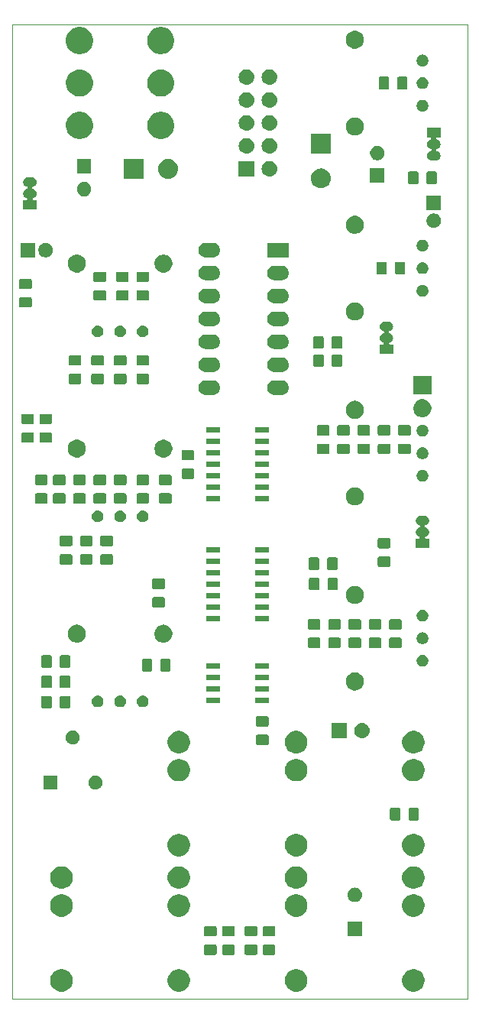
<source format=gbr>
%TF.GenerationSoftware,KiCad,Pcbnew,(5.0.1)-3*%
%TF.CreationDate,2019-09-01T21:44:56+01:00*%
%TF.ProjectId,Tap LFO v2,546170204C464F2076322E6B69636164,rev?*%
%TF.SameCoordinates,Original*%
%TF.FileFunction,Soldermask,Bot*%
%TF.FilePolarity,Negative*%
%FSLAX46Y46*%
G04 Gerber Fmt 4.6, Leading zero omitted, Abs format (unit mm)*
G04 Created by KiCad (PCBNEW (5.0.1)-3) date 01/09/2019 21:44:56*
%MOMM*%
%LPD*%
G01*
G04 APERTURE LIST*
%ADD10C,0.100000*%
G04 APERTURE END LIST*
D10*
X70500000Y-20000000D02*
X20000000Y-20000000D01*
X70500000Y-128000000D02*
X70500000Y-20000000D01*
X20000000Y-128000000D02*
X70500000Y-128000000D01*
X20000000Y-20000000D02*
X20000000Y-128000000D01*
G36*
X64864612Y-124718037D02*
X65092096Y-124812264D01*
X65296831Y-124949064D01*
X65470936Y-125123169D01*
X65607736Y-125327904D01*
X65701963Y-125555388D01*
X65750000Y-125796885D01*
X65750000Y-126043115D01*
X65701963Y-126284612D01*
X65607736Y-126512096D01*
X65470936Y-126716831D01*
X65296831Y-126890936D01*
X65092096Y-127027736D01*
X64864612Y-127121963D01*
X64623115Y-127170000D01*
X64376885Y-127170000D01*
X64135388Y-127121963D01*
X63907904Y-127027736D01*
X63703169Y-126890936D01*
X63529064Y-126716831D01*
X63392264Y-126512096D01*
X63298037Y-126284612D01*
X63250000Y-126043115D01*
X63250000Y-125796885D01*
X63298037Y-125555388D01*
X63392264Y-125327904D01*
X63529064Y-125123169D01*
X63703169Y-124949064D01*
X63907904Y-124812264D01*
X64135388Y-124718037D01*
X64376885Y-124670000D01*
X64623115Y-124670000D01*
X64864612Y-124718037D01*
X64864612Y-124718037D01*
G37*
G36*
X51864612Y-124718037D02*
X52092096Y-124812264D01*
X52296831Y-124949064D01*
X52470936Y-125123169D01*
X52607736Y-125327904D01*
X52701963Y-125555388D01*
X52750000Y-125796885D01*
X52750000Y-126043115D01*
X52701963Y-126284612D01*
X52607736Y-126512096D01*
X52470936Y-126716831D01*
X52296831Y-126890936D01*
X52092096Y-127027736D01*
X51864612Y-127121963D01*
X51623115Y-127170000D01*
X51376885Y-127170000D01*
X51135388Y-127121963D01*
X50907904Y-127027736D01*
X50703169Y-126890936D01*
X50529064Y-126716831D01*
X50392264Y-126512096D01*
X50298037Y-126284612D01*
X50250000Y-126043115D01*
X50250000Y-125796885D01*
X50298037Y-125555388D01*
X50392264Y-125327904D01*
X50529064Y-125123169D01*
X50703169Y-124949064D01*
X50907904Y-124812264D01*
X51135388Y-124718037D01*
X51376885Y-124670000D01*
X51623115Y-124670000D01*
X51864612Y-124718037D01*
X51864612Y-124718037D01*
G37*
G36*
X38864612Y-124718037D02*
X39092096Y-124812264D01*
X39296831Y-124949064D01*
X39470936Y-125123169D01*
X39607736Y-125327904D01*
X39701963Y-125555388D01*
X39750000Y-125796885D01*
X39750000Y-126043115D01*
X39701963Y-126284612D01*
X39607736Y-126512096D01*
X39470936Y-126716831D01*
X39296831Y-126890936D01*
X39092096Y-127027736D01*
X38864612Y-127121963D01*
X38623115Y-127170000D01*
X38376885Y-127170000D01*
X38135388Y-127121963D01*
X37907904Y-127027736D01*
X37703169Y-126890936D01*
X37529064Y-126716831D01*
X37392264Y-126512096D01*
X37298037Y-126284612D01*
X37250000Y-126043115D01*
X37250000Y-125796885D01*
X37298037Y-125555388D01*
X37392264Y-125327904D01*
X37529064Y-125123169D01*
X37703169Y-124949064D01*
X37907904Y-124812264D01*
X38135388Y-124718037D01*
X38376885Y-124670000D01*
X38623115Y-124670000D01*
X38864612Y-124718037D01*
X38864612Y-124718037D01*
G37*
G36*
X25864612Y-124718037D02*
X26092096Y-124812264D01*
X26296831Y-124949064D01*
X26470936Y-125123169D01*
X26607736Y-125327904D01*
X26701963Y-125555388D01*
X26750000Y-125796885D01*
X26750000Y-126043115D01*
X26701963Y-126284612D01*
X26607736Y-126512096D01*
X26470936Y-126716831D01*
X26296831Y-126890936D01*
X26092096Y-127027736D01*
X25864612Y-127121963D01*
X25623115Y-127170000D01*
X25376885Y-127170000D01*
X25135388Y-127121963D01*
X24907904Y-127027736D01*
X24703169Y-126890936D01*
X24529064Y-126716831D01*
X24392264Y-126512096D01*
X24298037Y-126284612D01*
X24250000Y-126043115D01*
X24250000Y-125796885D01*
X24298037Y-125555388D01*
X24392264Y-125327904D01*
X24529064Y-125123169D01*
X24703169Y-124949064D01*
X24907904Y-124812264D01*
X25135388Y-124718037D01*
X25376885Y-124670000D01*
X25623115Y-124670000D01*
X25864612Y-124718037D01*
X25864612Y-124718037D01*
G37*
G36*
X44555522Y-121954039D02*
X44589053Y-121964211D01*
X44619960Y-121980731D01*
X44647043Y-122002957D01*
X44669269Y-122030040D01*
X44685789Y-122060947D01*
X44695961Y-122094478D01*
X44700000Y-122135487D01*
X44700000Y-122914513D01*
X44695961Y-122955522D01*
X44685789Y-122989053D01*
X44669269Y-123019960D01*
X44647043Y-123047043D01*
X44619960Y-123069269D01*
X44589053Y-123085789D01*
X44555522Y-123095961D01*
X44514513Y-123100000D01*
X43485487Y-123100000D01*
X43444478Y-123095961D01*
X43410947Y-123085789D01*
X43380040Y-123069269D01*
X43352957Y-123047043D01*
X43330731Y-123019960D01*
X43314211Y-122989053D01*
X43304039Y-122955522D01*
X43300000Y-122914513D01*
X43300000Y-122135487D01*
X43304039Y-122094478D01*
X43314211Y-122060947D01*
X43330731Y-122030040D01*
X43352957Y-122002957D01*
X43380040Y-121980731D01*
X43410947Y-121964211D01*
X43444478Y-121954039D01*
X43485487Y-121950000D01*
X44514513Y-121950000D01*
X44555522Y-121954039D01*
X44555522Y-121954039D01*
G37*
G36*
X47055522Y-121954039D02*
X47089053Y-121964211D01*
X47119960Y-121980731D01*
X47147043Y-122002957D01*
X47169269Y-122030040D01*
X47185789Y-122060947D01*
X47195961Y-122094478D01*
X47200000Y-122135487D01*
X47200000Y-122914513D01*
X47195961Y-122955522D01*
X47185789Y-122989053D01*
X47169269Y-123019960D01*
X47147043Y-123047043D01*
X47119960Y-123069269D01*
X47089053Y-123085789D01*
X47055522Y-123095961D01*
X47014513Y-123100000D01*
X45985487Y-123100000D01*
X45944478Y-123095961D01*
X45910947Y-123085789D01*
X45880040Y-123069269D01*
X45852957Y-123047043D01*
X45830731Y-123019960D01*
X45814211Y-122989053D01*
X45804039Y-122955522D01*
X45800000Y-122914513D01*
X45800000Y-122135487D01*
X45804039Y-122094478D01*
X45814211Y-122060947D01*
X45830731Y-122030040D01*
X45852957Y-122002957D01*
X45880040Y-121980731D01*
X45910947Y-121964211D01*
X45944478Y-121954039D01*
X45985487Y-121950000D01*
X47014513Y-121950000D01*
X47055522Y-121954039D01*
X47055522Y-121954039D01*
G37*
G36*
X42555522Y-121954039D02*
X42589053Y-121964211D01*
X42619960Y-121980731D01*
X42647043Y-122002957D01*
X42669269Y-122030040D01*
X42685789Y-122060947D01*
X42695961Y-122094478D01*
X42700000Y-122135487D01*
X42700000Y-122914513D01*
X42695961Y-122955522D01*
X42685789Y-122989053D01*
X42669269Y-123019960D01*
X42647043Y-123047043D01*
X42619960Y-123069269D01*
X42589053Y-123085789D01*
X42555522Y-123095961D01*
X42514513Y-123100000D01*
X41485487Y-123100000D01*
X41444478Y-123095961D01*
X41410947Y-123085789D01*
X41380040Y-123069269D01*
X41352957Y-123047043D01*
X41330731Y-123019960D01*
X41314211Y-122989053D01*
X41304039Y-122955522D01*
X41300000Y-122914513D01*
X41300000Y-122135487D01*
X41304039Y-122094478D01*
X41314211Y-122060947D01*
X41330731Y-122030040D01*
X41352957Y-122002957D01*
X41380040Y-121980731D01*
X41410947Y-121964211D01*
X41444478Y-121954039D01*
X41485487Y-121950000D01*
X42514513Y-121950000D01*
X42555522Y-121954039D01*
X42555522Y-121954039D01*
G37*
G36*
X49055522Y-121954039D02*
X49089053Y-121964211D01*
X49119960Y-121980731D01*
X49147043Y-122002957D01*
X49169269Y-122030040D01*
X49185789Y-122060947D01*
X49195961Y-122094478D01*
X49200000Y-122135487D01*
X49200000Y-122914513D01*
X49195961Y-122955522D01*
X49185789Y-122989053D01*
X49169269Y-123019960D01*
X49147043Y-123047043D01*
X49119960Y-123069269D01*
X49089053Y-123085789D01*
X49055522Y-123095961D01*
X49014513Y-123100000D01*
X47985487Y-123100000D01*
X47944478Y-123095961D01*
X47910947Y-123085789D01*
X47880040Y-123069269D01*
X47852957Y-123047043D01*
X47830731Y-123019960D01*
X47814211Y-122989053D01*
X47804039Y-122955522D01*
X47800000Y-122914513D01*
X47800000Y-122135487D01*
X47804039Y-122094478D01*
X47814211Y-122060947D01*
X47830731Y-122030040D01*
X47852957Y-122002957D01*
X47880040Y-121980731D01*
X47910947Y-121964211D01*
X47944478Y-121954039D01*
X47985487Y-121950000D01*
X49014513Y-121950000D01*
X49055522Y-121954039D01*
X49055522Y-121954039D01*
G37*
G36*
X47055522Y-119904039D02*
X47089053Y-119914211D01*
X47119960Y-119930731D01*
X47147043Y-119952957D01*
X47169269Y-119980040D01*
X47185789Y-120010947D01*
X47195961Y-120044478D01*
X47200000Y-120085487D01*
X47200000Y-120864513D01*
X47195961Y-120905522D01*
X47185789Y-120939053D01*
X47169269Y-120969960D01*
X47147043Y-120997043D01*
X47119960Y-121019269D01*
X47089053Y-121035789D01*
X47055522Y-121045961D01*
X47014513Y-121050000D01*
X45985487Y-121050000D01*
X45944478Y-121045961D01*
X45910947Y-121035789D01*
X45880040Y-121019269D01*
X45852957Y-120997043D01*
X45830731Y-120969960D01*
X45814211Y-120939053D01*
X45804039Y-120905522D01*
X45800000Y-120864513D01*
X45800000Y-120085487D01*
X45804039Y-120044478D01*
X45814211Y-120010947D01*
X45830731Y-119980040D01*
X45852957Y-119952957D01*
X45880040Y-119930731D01*
X45910947Y-119914211D01*
X45944478Y-119904039D01*
X45985487Y-119900000D01*
X47014513Y-119900000D01*
X47055522Y-119904039D01*
X47055522Y-119904039D01*
G37*
G36*
X42555522Y-119904039D02*
X42589053Y-119914211D01*
X42619960Y-119930731D01*
X42647043Y-119952957D01*
X42669269Y-119980040D01*
X42685789Y-120010947D01*
X42695961Y-120044478D01*
X42700000Y-120085487D01*
X42700000Y-120864513D01*
X42695961Y-120905522D01*
X42685789Y-120939053D01*
X42669269Y-120969960D01*
X42647043Y-120997043D01*
X42619960Y-121019269D01*
X42589053Y-121035789D01*
X42555522Y-121045961D01*
X42514513Y-121050000D01*
X41485487Y-121050000D01*
X41444478Y-121045961D01*
X41410947Y-121035789D01*
X41380040Y-121019269D01*
X41352957Y-120997043D01*
X41330731Y-120969960D01*
X41314211Y-120939053D01*
X41304039Y-120905522D01*
X41300000Y-120864513D01*
X41300000Y-120085487D01*
X41304039Y-120044478D01*
X41314211Y-120010947D01*
X41330731Y-119980040D01*
X41352957Y-119952957D01*
X41380040Y-119930731D01*
X41410947Y-119914211D01*
X41444478Y-119904039D01*
X41485487Y-119900000D01*
X42514513Y-119900000D01*
X42555522Y-119904039D01*
X42555522Y-119904039D01*
G37*
G36*
X49055522Y-119904039D02*
X49089053Y-119914211D01*
X49119960Y-119930731D01*
X49147043Y-119952957D01*
X49169269Y-119980040D01*
X49185789Y-120010947D01*
X49195961Y-120044478D01*
X49200000Y-120085487D01*
X49200000Y-120864513D01*
X49195961Y-120905522D01*
X49185789Y-120939053D01*
X49169269Y-120969960D01*
X49147043Y-120997043D01*
X49119960Y-121019269D01*
X49089053Y-121035789D01*
X49055522Y-121045961D01*
X49014513Y-121050000D01*
X47985487Y-121050000D01*
X47944478Y-121045961D01*
X47910947Y-121035789D01*
X47880040Y-121019269D01*
X47852957Y-120997043D01*
X47830731Y-120969960D01*
X47814211Y-120939053D01*
X47804039Y-120905522D01*
X47800000Y-120864513D01*
X47800000Y-120085487D01*
X47804039Y-120044478D01*
X47814211Y-120010947D01*
X47830731Y-119980040D01*
X47852957Y-119952957D01*
X47880040Y-119930731D01*
X47910947Y-119914211D01*
X47944478Y-119904039D01*
X47985487Y-119900000D01*
X49014513Y-119900000D01*
X49055522Y-119904039D01*
X49055522Y-119904039D01*
G37*
G36*
X44555522Y-119904039D02*
X44589053Y-119914211D01*
X44619960Y-119930731D01*
X44647043Y-119952957D01*
X44669269Y-119980040D01*
X44685789Y-120010947D01*
X44695961Y-120044478D01*
X44700000Y-120085487D01*
X44700000Y-120864513D01*
X44695961Y-120905522D01*
X44685789Y-120939053D01*
X44669269Y-120969960D01*
X44647043Y-120997043D01*
X44619960Y-121019269D01*
X44589053Y-121035789D01*
X44555522Y-121045961D01*
X44514513Y-121050000D01*
X43485487Y-121050000D01*
X43444478Y-121045961D01*
X43410947Y-121035789D01*
X43380040Y-121019269D01*
X43352957Y-120997043D01*
X43330731Y-120969960D01*
X43314211Y-120939053D01*
X43304039Y-120905522D01*
X43300000Y-120864513D01*
X43300000Y-120085487D01*
X43304039Y-120044478D01*
X43314211Y-120010947D01*
X43330731Y-119980040D01*
X43352957Y-119952957D01*
X43380040Y-119930731D01*
X43410947Y-119914211D01*
X43444478Y-119904039D01*
X43485487Y-119900000D01*
X44514513Y-119900000D01*
X44555522Y-119904039D01*
X44555522Y-119904039D01*
G37*
G36*
X58800000Y-121050000D02*
X57200000Y-121050000D01*
X57200000Y-119450000D01*
X58800000Y-119450000D01*
X58800000Y-121050000D01*
X58800000Y-121050000D01*
G37*
G36*
X38864612Y-116418037D02*
X39092096Y-116512264D01*
X39296831Y-116649064D01*
X39470936Y-116823169D01*
X39607736Y-117027904D01*
X39701963Y-117255388D01*
X39750000Y-117496885D01*
X39750000Y-117743115D01*
X39701963Y-117984612D01*
X39607736Y-118212096D01*
X39470936Y-118416831D01*
X39296831Y-118590936D01*
X39092096Y-118727736D01*
X38864612Y-118821963D01*
X38623115Y-118870000D01*
X38376885Y-118870000D01*
X38135388Y-118821963D01*
X37907904Y-118727736D01*
X37703169Y-118590936D01*
X37529064Y-118416831D01*
X37392264Y-118212096D01*
X37298037Y-117984612D01*
X37250000Y-117743115D01*
X37250000Y-117496885D01*
X37298037Y-117255388D01*
X37392264Y-117027904D01*
X37529064Y-116823169D01*
X37703169Y-116649064D01*
X37907904Y-116512264D01*
X38135388Y-116418037D01*
X38376885Y-116370000D01*
X38623115Y-116370000D01*
X38864612Y-116418037D01*
X38864612Y-116418037D01*
G37*
G36*
X51864612Y-116418037D02*
X52092096Y-116512264D01*
X52296831Y-116649064D01*
X52470936Y-116823169D01*
X52607736Y-117027904D01*
X52701963Y-117255388D01*
X52750000Y-117496885D01*
X52750000Y-117743115D01*
X52701963Y-117984612D01*
X52607736Y-118212096D01*
X52470936Y-118416831D01*
X52296831Y-118590936D01*
X52092096Y-118727736D01*
X51864612Y-118821963D01*
X51623115Y-118870000D01*
X51376885Y-118870000D01*
X51135388Y-118821963D01*
X50907904Y-118727736D01*
X50703169Y-118590936D01*
X50529064Y-118416831D01*
X50392264Y-118212096D01*
X50298037Y-117984612D01*
X50250000Y-117743115D01*
X50250000Y-117496885D01*
X50298037Y-117255388D01*
X50392264Y-117027904D01*
X50529064Y-116823169D01*
X50703169Y-116649064D01*
X50907904Y-116512264D01*
X51135388Y-116418037D01*
X51376885Y-116370000D01*
X51623115Y-116370000D01*
X51864612Y-116418037D01*
X51864612Y-116418037D01*
G37*
G36*
X25864612Y-116418037D02*
X26092096Y-116512264D01*
X26296831Y-116649064D01*
X26470936Y-116823169D01*
X26607736Y-117027904D01*
X26701963Y-117255388D01*
X26750000Y-117496885D01*
X26750000Y-117743115D01*
X26701963Y-117984612D01*
X26607736Y-118212096D01*
X26470936Y-118416831D01*
X26296831Y-118590936D01*
X26092096Y-118727736D01*
X25864612Y-118821963D01*
X25623115Y-118870000D01*
X25376885Y-118870000D01*
X25135388Y-118821963D01*
X24907904Y-118727736D01*
X24703169Y-118590936D01*
X24529064Y-118416831D01*
X24392264Y-118212096D01*
X24298037Y-117984612D01*
X24250000Y-117743115D01*
X24250000Y-117496885D01*
X24298037Y-117255388D01*
X24392264Y-117027904D01*
X24529064Y-116823169D01*
X24703169Y-116649064D01*
X24907904Y-116512264D01*
X25135388Y-116418037D01*
X25376885Y-116370000D01*
X25623115Y-116370000D01*
X25864612Y-116418037D01*
X25864612Y-116418037D01*
G37*
G36*
X64864612Y-116418037D02*
X65092096Y-116512264D01*
X65296831Y-116649064D01*
X65470936Y-116823169D01*
X65607736Y-117027904D01*
X65701963Y-117255388D01*
X65750000Y-117496885D01*
X65750000Y-117743115D01*
X65701963Y-117984612D01*
X65607736Y-118212096D01*
X65470936Y-118416831D01*
X65296831Y-118590936D01*
X65092096Y-118727736D01*
X64864612Y-118821963D01*
X64623115Y-118870000D01*
X64376885Y-118870000D01*
X64135388Y-118821963D01*
X63907904Y-118727736D01*
X63703169Y-118590936D01*
X63529064Y-118416831D01*
X63392264Y-118212096D01*
X63298037Y-117984612D01*
X63250000Y-117743115D01*
X63250000Y-117496885D01*
X63298037Y-117255388D01*
X63392264Y-117027904D01*
X63529064Y-116823169D01*
X63703169Y-116649064D01*
X63907904Y-116512264D01*
X64135388Y-116418037D01*
X64376885Y-116370000D01*
X64623115Y-116370000D01*
X64864612Y-116418037D01*
X64864612Y-116418037D01*
G37*
G36*
X58117649Y-115647717D02*
X58156827Y-115651576D01*
X58232227Y-115674448D01*
X58307629Y-115697321D01*
X58446608Y-115771608D01*
X58568422Y-115871578D01*
X58668392Y-115993392D01*
X58742679Y-116132371D01*
X58788424Y-116283174D01*
X58803870Y-116440000D01*
X58788424Y-116596826D01*
X58742679Y-116747629D01*
X58668392Y-116886608D01*
X58568422Y-117008422D01*
X58446608Y-117108392D01*
X58307629Y-117182679D01*
X58232227Y-117205552D01*
X58156827Y-117228424D01*
X58117649Y-117232283D01*
X58039295Y-117240000D01*
X57960705Y-117240000D01*
X57882351Y-117232283D01*
X57843173Y-117228424D01*
X57767773Y-117205552D01*
X57692371Y-117182679D01*
X57553392Y-117108392D01*
X57431578Y-117008422D01*
X57331608Y-116886608D01*
X57257321Y-116747629D01*
X57211576Y-116596826D01*
X57196130Y-116440000D01*
X57211576Y-116283174D01*
X57257321Y-116132371D01*
X57331608Y-115993392D01*
X57431578Y-115871578D01*
X57553392Y-115771608D01*
X57692371Y-115697321D01*
X57767773Y-115674448D01*
X57843173Y-115651576D01*
X57882351Y-115647717D01*
X57960705Y-115640000D01*
X58039295Y-115640000D01*
X58117649Y-115647717D01*
X58117649Y-115647717D01*
G37*
G36*
X51864612Y-113318037D02*
X52092096Y-113412264D01*
X52296831Y-113549064D01*
X52470936Y-113723169D01*
X52607736Y-113927904D01*
X52701963Y-114155388D01*
X52750000Y-114396885D01*
X52750000Y-114643115D01*
X52701963Y-114884612D01*
X52607736Y-115112096D01*
X52470936Y-115316831D01*
X52296831Y-115490936D01*
X52092096Y-115627736D01*
X51864612Y-115721963D01*
X51623115Y-115770000D01*
X51376885Y-115770000D01*
X51135388Y-115721963D01*
X50907904Y-115627736D01*
X50703169Y-115490936D01*
X50529064Y-115316831D01*
X50392264Y-115112096D01*
X50298037Y-114884612D01*
X50250000Y-114643115D01*
X50250000Y-114396885D01*
X50298037Y-114155388D01*
X50392264Y-113927904D01*
X50529064Y-113723169D01*
X50703169Y-113549064D01*
X50907904Y-113412264D01*
X51135388Y-113318037D01*
X51376885Y-113270000D01*
X51623115Y-113270000D01*
X51864612Y-113318037D01*
X51864612Y-113318037D01*
G37*
G36*
X38864612Y-113318037D02*
X39092096Y-113412264D01*
X39296831Y-113549064D01*
X39470936Y-113723169D01*
X39607736Y-113927904D01*
X39701963Y-114155388D01*
X39750000Y-114396885D01*
X39750000Y-114643115D01*
X39701963Y-114884612D01*
X39607736Y-115112096D01*
X39470936Y-115316831D01*
X39296831Y-115490936D01*
X39092096Y-115627736D01*
X38864612Y-115721963D01*
X38623115Y-115770000D01*
X38376885Y-115770000D01*
X38135388Y-115721963D01*
X37907904Y-115627736D01*
X37703169Y-115490936D01*
X37529064Y-115316831D01*
X37392264Y-115112096D01*
X37298037Y-114884612D01*
X37250000Y-114643115D01*
X37250000Y-114396885D01*
X37298037Y-114155388D01*
X37392264Y-113927904D01*
X37529064Y-113723169D01*
X37703169Y-113549064D01*
X37907904Y-113412264D01*
X38135388Y-113318037D01*
X38376885Y-113270000D01*
X38623115Y-113270000D01*
X38864612Y-113318037D01*
X38864612Y-113318037D01*
G37*
G36*
X25864612Y-113318037D02*
X26092096Y-113412264D01*
X26296831Y-113549064D01*
X26470936Y-113723169D01*
X26607736Y-113927904D01*
X26701963Y-114155388D01*
X26750000Y-114396885D01*
X26750000Y-114643115D01*
X26701963Y-114884612D01*
X26607736Y-115112096D01*
X26470936Y-115316831D01*
X26296831Y-115490936D01*
X26092096Y-115627736D01*
X25864612Y-115721963D01*
X25623115Y-115770000D01*
X25376885Y-115770000D01*
X25135388Y-115721963D01*
X24907904Y-115627736D01*
X24703169Y-115490936D01*
X24529064Y-115316831D01*
X24392264Y-115112096D01*
X24298037Y-114884612D01*
X24250000Y-114643115D01*
X24250000Y-114396885D01*
X24298037Y-114155388D01*
X24392264Y-113927904D01*
X24529064Y-113723169D01*
X24703169Y-113549064D01*
X24907904Y-113412264D01*
X25135388Y-113318037D01*
X25376885Y-113270000D01*
X25623115Y-113270000D01*
X25864612Y-113318037D01*
X25864612Y-113318037D01*
G37*
G36*
X64864612Y-113318037D02*
X65092096Y-113412264D01*
X65296831Y-113549064D01*
X65470936Y-113723169D01*
X65607736Y-113927904D01*
X65701963Y-114155388D01*
X65750000Y-114396885D01*
X65750000Y-114643115D01*
X65701963Y-114884612D01*
X65607736Y-115112096D01*
X65470936Y-115316831D01*
X65296831Y-115490936D01*
X65092096Y-115627736D01*
X64864612Y-115721963D01*
X64623115Y-115770000D01*
X64376885Y-115770000D01*
X64135388Y-115721963D01*
X63907904Y-115627736D01*
X63703169Y-115490936D01*
X63529064Y-115316831D01*
X63392264Y-115112096D01*
X63298037Y-114884612D01*
X63250000Y-114643115D01*
X63250000Y-114396885D01*
X63298037Y-114155388D01*
X63392264Y-113927904D01*
X63529064Y-113723169D01*
X63703169Y-113549064D01*
X63907904Y-113412264D01*
X64135388Y-113318037D01*
X64376885Y-113270000D01*
X64623115Y-113270000D01*
X64864612Y-113318037D01*
X64864612Y-113318037D01*
G37*
G36*
X64864612Y-109718037D02*
X65092096Y-109812264D01*
X65296831Y-109949064D01*
X65470936Y-110123169D01*
X65607736Y-110327904D01*
X65701963Y-110555388D01*
X65750000Y-110796885D01*
X65750000Y-111043115D01*
X65701963Y-111284612D01*
X65607736Y-111512096D01*
X65470936Y-111716831D01*
X65296831Y-111890936D01*
X65092096Y-112027736D01*
X64864612Y-112121963D01*
X64623115Y-112170000D01*
X64376885Y-112170000D01*
X64135388Y-112121963D01*
X63907904Y-112027736D01*
X63703169Y-111890936D01*
X63529064Y-111716831D01*
X63392264Y-111512096D01*
X63298037Y-111284612D01*
X63250000Y-111043115D01*
X63250000Y-110796885D01*
X63298037Y-110555388D01*
X63392264Y-110327904D01*
X63529064Y-110123169D01*
X63703169Y-109949064D01*
X63907904Y-109812264D01*
X64135388Y-109718037D01*
X64376885Y-109670000D01*
X64623115Y-109670000D01*
X64864612Y-109718037D01*
X64864612Y-109718037D01*
G37*
G36*
X38864612Y-109718037D02*
X39092096Y-109812264D01*
X39296831Y-109949064D01*
X39470936Y-110123169D01*
X39607736Y-110327904D01*
X39701963Y-110555388D01*
X39750000Y-110796885D01*
X39750000Y-111043115D01*
X39701963Y-111284612D01*
X39607736Y-111512096D01*
X39470936Y-111716831D01*
X39296831Y-111890936D01*
X39092096Y-112027736D01*
X38864612Y-112121963D01*
X38623115Y-112170000D01*
X38376885Y-112170000D01*
X38135388Y-112121963D01*
X37907904Y-112027736D01*
X37703169Y-111890936D01*
X37529064Y-111716831D01*
X37392264Y-111512096D01*
X37298037Y-111284612D01*
X37250000Y-111043115D01*
X37250000Y-110796885D01*
X37298037Y-110555388D01*
X37392264Y-110327904D01*
X37529064Y-110123169D01*
X37703169Y-109949064D01*
X37907904Y-109812264D01*
X38135388Y-109718037D01*
X38376885Y-109670000D01*
X38623115Y-109670000D01*
X38864612Y-109718037D01*
X38864612Y-109718037D01*
G37*
G36*
X51864612Y-109718037D02*
X52092096Y-109812264D01*
X52296831Y-109949064D01*
X52470936Y-110123169D01*
X52607736Y-110327904D01*
X52701963Y-110555388D01*
X52750000Y-110796885D01*
X52750000Y-111043115D01*
X52701963Y-111284612D01*
X52607736Y-111512096D01*
X52470936Y-111716831D01*
X52296831Y-111890936D01*
X52092096Y-112027736D01*
X51864612Y-112121963D01*
X51623115Y-112170000D01*
X51376885Y-112170000D01*
X51135388Y-112121963D01*
X50907904Y-112027736D01*
X50703169Y-111890936D01*
X50529064Y-111716831D01*
X50392264Y-111512096D01*
X50298037Y-111284612D01*
X50250000Y-111043115D01*
X50250000Y-110796885D01*
X50298037Y-110555388D01*
X50392264Y-110327904D01*
X50529064Y-110123169D01*
X50703169Y-109949064D01*
X50907904Y-109812264D01*
X51135388Y-109718037D01*
X51376885Y-109670000D01*
X51623115Y-109670000D01*
X51864612Y-109718037D01*
X51864612Y-109718037D01*
G37*
G36*
X62905522Y-106804039D02*
X62939053Y-106814211D01*
X62969960Y-106830731D01*
X62997043Y-106852957D01*
X63019269Y-106880040D01*
X63035789Y-106910947D01*
X63045961Y-106944478D01*
X63050000Y-106985487D01*
X63050000Y-108014513D01*
X63045961Y-108055522D01*
X63035789Y-108089053D01*
X63019269Y-108119960D01*
X62997043Y-108147043D01*
X62969960Y-108169269D01*
X62939053Y-108185789D01*
X62905522Y-108195961D01*
X62864513Y-108200000D01*
X62085487Y-108200000D01*
X62044478Y-108195961D01*
X62010947Y-108185789D01*
X61980040Y-108169269D01*
X61952957Y-108147043D01*
X61930731Y-108119960D01*
X61914211Y-108089053D01*
X61904039Y-108055522D01*
X61900000Y-108014513D01*
X61900000Y-106985487D01*
X61904039Y-106944478D01*
X61914211Y-106910947D01*
X61930731Y-106880040D01*
X61952957Y-106852957D01*
X61980040Y-106830731D01*
X62010947Y-106814211D01*
X62044478Y-106804039D01*
X62085487Y-106800000D01*
X62864513Y-106800000D01*
X62905522Y-106804039D01*
X62905522Y-106804039D01*
G37*
G36*
X64955522Y-106804039D02*
X64989053Y-106814211D01*
X65019960Y-106830731D01*
X65047043Y-106852957D01*
X65069269Y-106880040D01*
X65085789Y-106910947D01*
X65095961Y-106944478D01*
X65100000Y-106985487D01*
X65100000Y-108014513D01*
X65095961Y-108055522D01*
X65085789Y-108089053D01*
X65069269Y-108119960D01*
X65047043Y-108147043D01*
X65019960Y-108169269D01*
X64989053Y-108185789D01*
X64955522Y-108195961D01*
X64914513Y-108200000D01*
X64135487Y-108200000D01*
X64094478Y-108195961D01*
X64060947Y-108185789D01*
X64030040Y-108169269D01*
X64002957Y-108147043D01*
X63980731Y-108119960D01*
X63964211Y-108089053D01*
X63954039Y-108055522D01*
X63950000Y-108014513D01*
X63950000Y-106985487D01*
X63954039Y-106944478D01*
X63964211Y-106910947D01*
X63980731Y-106880040D01*
X64002957Y-106852957D01*
X64030040Y-106830731D01*
X64060947Y-106814211D01*
X64094478Y-106804039D01*
X64135487Y-106800000D01*
X64914513Y-106800000D01*
X64955522Y-106804039D01*
X64955522Y-106804039D01*
G37*
G36*
X29476059Y-103254782D02*
X29617099Y-103313203D01*
X29744037Y-103398020D01*
X29851980Y-103505963D01*
X29936797Y-103632901D01*
X29995218Y-103773941D01*
X30025000Y-103923668D01*
X30025000Y-104076332D01*
X29995218Y-104226059D01*
X29936797Y-104367099D01*
X29851980Y-104494037D01*
X29744037Y-104601980D01*
X29617099Y-104686797D01*
X29476059Y-104745218D01*
X29326332Y-104775000D01*
X29173668Y-104775000D01*
X29023941Y-104745218D01*
X28882901Y-104686797D01*
X28755963Y-104601980D01*
X28648020Y-104494037D01*
X28563203Y-104367099D01*
X28504782Y-104226059D01*
X28475000Y-104076332D01*
X28475000Y-103923668D01*
X28504782Y-103773941D01*
X28563203Y-103632901D01*
X28648020Y-103505963D01*
X28755963Y-103398020D01*
X28882901Y-103313203D01*
X29023941Y-103254782D01*
X29173668Y-103225000D01*
X29326332Y-103225000D01*
X29476059Y-103254782D01*
X29476059Y-103254782D01*
G37*
G36*
X25025000Y-104775000D02*
X23475000Y-104775000D01*
X23475000Y-103225000D01*
X25025000Y-103225000D01*
X25025000Y-104775000D01*
X25025000Y-104775000D01*
G37*
G36*
X38864612Y-101418037D02*
X39092096Y-101512264D01*
X39296831Y-101649064D01*
X39470936Y-101823169D01*
X39607736Y-102027904D01*
X39701963Y-102255388D01*
X39750000Y-102496885D01*
X39750000Y-102743115D01*
X39701963Y-102984612D01*
X39607736Y-103212096D01*
X39470936Y-103416831D01*
X39296831Y-103590936D01*
X39092096Y-103727736D01*
X38864612Y-103821963D01*
X38623115Y-103870000D01*
X38376885Y-103870000D01*
X38135388Y-103821963D01*
X37907904Y-103727736D01*
X37703169Y-103590936D01*
X37529064Y-103416831D01*
X37392264Y-103212096D01*
X37298037Y-102984612D01*
X37250000Y-102743115D01*
X37250000Y-102496885D01*
X37298037Y-102255388D01*
X37392264Y-102027904D01*
X37529064Y-101823169D01*
X37703169Y-101649064D01*
X37907904Y-101512264D01*
X38135388Y-101418037D01*
X38376885Y-101370000D01*
X38623115Y-101370000D01*
X38864612Y-101418037D01*
X38864612Y-101418037D01*
G37*
G36*
X51864612Y-101418037D02*
X52092096Y-101512264D01*
X52296831Y-101649064D01*
X52470936Y-101823169D01*
X52607736Y-102027904D01*
X52701963Y-102255388D01*
X52750000Y-102496885D01*
X52750000Y-102743115D01*
X52701963Y-102984612D01*
X52607736Y-103212096D01*
X52470936Y-103416831D01*
X52296831Y-103590936D01*
X52092096Y-103727736D01*
X51864612Y-103821963D01*
X51623115Y-103870000D01*
X51376885Y-103870000D01*
X51135388Y-103821963D01*
X50907904Y-103727736D01*
X50703169Y-103590936D01*
X50529064Y-103416831D01*
X50392264Y-103212096D01*
X50298037Y-102984612D01*
X50250000Y-102743115D01*
X50250000Y-102496885D01*
X50298037Y-102255388D01*
X50392264Y-102027904D01*
X50529064Y-101823169D01*
X50703169Y-101649064D01*
X50907904Y-101512264D01*
X51135388Y-101418037D01*
X51376885Y-101370000D01*
X51623115Y-101370000D01*
X51864612Y-101418037D01*
X51864612Y-101418037D01*
G37*
G36*
X64864612Y-101418037D02*
X65092096Y-101512264D01*
X65296831Y-101649064D01*
X65470936Y-101823169D01*
X65607736Y-102027904D01*
X65701963Y-102255388D01*
X65750000Y-102496885D01*
X65750000Y-102743115D01*
X65701963Y-102984612D01*
X65607736Y-103212096D01*
X65470936Y-103416831D01*
X65296831Y-103590936D01*
X65092096Y-103727736D01*
X64864612Y-103821963D01*
X64623115Y-103870000D01*
X64376885Y-103870000D01*
X64135388Y-103821963D01*
X63907904Y-103727736D01*
X63703169Y-103590936D01*
X63529064Y-103416831D01*
X63392264Y-103212096D01*
X63298037Y-102984612D01*
X63250000Y-102743115D01*
X63250000Y-102496885D01*
X63298037Y-102255388D01*
X63392264Y-102027904D01*
X63529064Y-101823169D01*
X63703169Y-101649064D01*
X63907904Y-101512264D01*
X64135388Y-101418037D01*
X64376885Y-101370000D01*
X64623115Y-101370000D01*
X64864612Y-101418037D01*
X64864612Y-101418037D01*
G37*
G36*
X51864612Y-98318037D02*
X52092096Y-98412264D01*
X52296831Y-98549064D01*
X52470936Y-98723169D01*
X52607736Y-98927904D01*
X52701963Y-99155388D01*
X52750000Y-99396885D01*
X52750000Y-99643115D01*
X52701963Y-99884612D01*
X52607736Y-100112096D01*
X52470936Y-100316831D01*
X52296831Y-100490936D01*
X52092096Y-100627736D01*
X51864612Y-100721963D01*
X51623115Y-100770000D01*
X51376885Y-100770000D01*
X51135388Y-100721963D01*
X50907904Y-100627736D01*
X50703169Y-100490936D01*
X50529064Y-100316831D01*
X50392264Y-100112096D01*
X50298037Y-99884612D01*
X50250000Y-99643115D01*
X50250000Y-99396885D01*
X50298037Y-99155388D01*
X50392264Y-98927904D01*
X50529064Y-98723169D01*
X50703169Y-98549064D01*
X50907904Y-98412264D01*
X51135388Y-98318037D01*
X51376885Y-98270000D01*
X51623115Y-98270000D01*
X51864612Y-98318037D01*
X51864612Y-98318037D01*
G37*
G36*
X38864612Y-98318037D02*
X39092096Y-98412264D01*
X39296831Y-98549064D01*
X39470936Y-98723169D01*
X39607736Y-98927904D01*
X39701963Y-99155388D01*
X39750000Y-99396885D01*
X39750000Y-99643115D01*
X39701963Y-99884612D01*
X39607736Y-100112096D01*
X39470936Y-100316831D01*
X39296831Y-100490936D01*
X39092096Y-100627736D01*
X38864612Y-100721963D01*
X38623115Y-100770000D01*
X38376885Y-100770000D01*
X38135388Y-100721963D01*
X37907904Y-100627736D01*
X37703169Y-100490936D01*
X37529064Y-100316831D01*
X37392264Y-100112096D01*
X37298037Y-99884612D01*
X37250000Y-99643115D01*
X37250000Y-99396885D01*
X37298037Y-99155388D01*
X37392264Y-98927904D01*
X37529064Y-98723169D01*
X37703169Y-98549064D01*
X37907904Y-98412264D01*
X38135388Y-98318037D01*
X38376885Y-98270000D01*
X38623115Y-98270000D01*
X38864612Y-98318037D01*
X38864612Y-98318037D01*
G37*
G36*
X64864612Y-98318037D02*
X65092096Y-98412264D01*
X65296831Y-98549064D01*
X65470936Y-98723169D01*
X65607736Y-98927904D01*
X65701963Y-99155388D01*
X65750000Y-99396885D01*
X65750000Y-99643115D01*
X65701963Y-99884612D01*
X65607736Y-100112096D01*
X65470936Y-100316831D01*
X65296831Y-100490936D01*
X65092096Y-100627736D01*
X64864612Y-100721963D01*
X64623115Y-100770000D01*
X64376885Y-100770000D01*
X64135388Y-100721963D01*
X63907904Y-100627736D01*
X63703169Y-100490936D01*
X63529064Y-100316831D01*
X63392264Y-100112096D01*
X63298037Y-99884612D01*
X63250000Y-99643115D01*
X63250000Y-99396885D01*
X63298037Y-99155388D01*
X63392264Y-98927904D01*
X63529064Y-98723169D01*
X63703169Y-98549064D01*
X63907904Y-98412264D01*
X64135388Y-98318037D01*
X64376885Y-98270000D01*
X64623115Y-98270000D01*
X64864612Y-98318037D01*
X64864612Y-98318037D01*
G37*
G36*
X48305522Y-98704039D02*
X48339053Y-98714211D01*
X48369960Y-98730731D01*
X48397043Y-98752957D01*
X48419269Y-98780040D01*
X48435789Y-98810947D01*
X48445961Y-98844478D01*
X48450000Y-98885487D01*
X48450000Y-99664513D01*
X48445961Y-99705522D01*
X48435789Y-99739053D01*
X48419269Y-99769960D01*
X48397043Y-99797043D01*
X48369960Y-99819269D01*
X48339053Y-99835789D01*
X48305522Y-99845961D01*
X48264513Y-99850000D01*
X47235487Y-99850000D01*
X47194478Y-99845961D01*
X47160947Y-99835789D01*
X47130040Y-99819269D01*
X47102957Y-99797043D01*
X47080731Y-99769960D01*
X47064211Y-99739053D01*
X47054039Y-99705522D01*
X47050000Y-99664513D01*
X47050000Y-98885487D01*
X47054039Y-98844478D01*
X47064211Y-98810947D01*
X47080731Y-98780040D01*
X47102957Y-98752957D01*
X47130040Y-98730731D01*
X47160947Y-98714211D01*
X47194478Y-98704039D01*
X47235487Y-98700000D01*
X48264513Y-98700000D01*
X48305522Y-98704039D01*
X48305522Y-98704039D01*
G37*
G36*
X26976059Y-98254782D02*
X27117099Y-98313203D01*
X27244037Y-98398020D01*
X27351980Y-98505963D01*
X27436797Y-98632901D01*
X27495218Y-98773941D01*
X27525000Y-98923668D01*
X27525000Y-99076332D01*
X27495218Y-99226059D01*
X27436797Y-99367099D01*
X27351980Y-99494037D01*
X27244037Y-99601980D01*
X27117099Y-99686797D01*
X26976059Y-99745218D01*
X26826332Y-99775000D01*
X26673668Y-99775000D01*
X26523941Y-99745218D01*
X26382901Y-99686797D01*
X26255963Y-99601980D01*
X26148020Y-99494037D01*
X26063203Y-99367099D01*
X26004782Y-99226059D01*
X25975000Y-99076332D01*
X25975000Y-98923668D01*
X26004782Y-98773941D01*
X26063203Y-98632901D01*
X26148020Y-98505963D01*
X26255963Y-98398020D01*
X26382901Y-98313203D01*
X26523941Y-98254782D01*
X26673668Y-98225000D01*
X26826332Y-98225000D01*
X26976059Y-98254782D01*
X26976059Y-98254782D01*
G37*
G36*
X57100000Y-99100000D02*
X55400000Y-99100000D01*
X55400000Y-97400000D01*
X57100000Y-97400000D01*
X57100000Y-99100000D01*
X57100000Y-99100000D01*
G37*
G36*
X58956630Y-97412299D02*
X59116855Y-97460903D01*
X59264520Y-97539831D01*
X59393949Y-97646051D01*
X59500169Y-97775480D01*
X59579097Y-97923145D01*
X59627701Y-98083370D01*
X59644112Y-98250000D01*
X59627701Y-98416630D01*
X59579097Y-98576855D01*
X59500169Y-98724520D01*
X59393949Y-98853949D01*
X59264520Y-98960169D01*
X59116855Y-99039097D01*
X58956630Y-99087701D01*
X58831752Y-99100000D01*
X58748248Y-99100000D01*
X58623370Y-99087701D01*
X58463145Y-99039097D01*
X58315480Y-98960169D01*
X58186051Y-98853949D01*
X58079831Y-98724520D01*
X58000903Y-98576855D01*
X57952299Y-98416630D01*
X57935888Y-98250000D01*
X57952299Y-98083370D01*
X58000903Y-97923145D01*
X58079831Y-97775480D01*
X58186051Y-97646051D01*
X58315480Y-97539831D01*
X58463145Y-97460903D01*
X58623370Y-97412299D01*
X58748248Y-97400000D01*
X58831752Y-97400000D01*
X58956630Y-97412299D01*
X58956630Y-97412299D01*
G37*
G36*
X48305522Y-96654039D02*
X48339053Y-96664211D01*
X48369960Y-96680731D01*
X48397043Y-96702957D01*
X48419269Y-96730040D01*
X48435789Y-96760947D01*
X48445961Y-96794478D01*
X48450000Y-96835487D01*
X48450000Y-97614513D01*
X48445961Y-97655522D01*
X48435789Y-97689053D01*
X48419269Y-97719960D01*
X48397043Y-97747043D01*
X48369960Y-97769269D01*
X48339053Y-97785789D01*
X48305522Y-97795961D01*
X48264513Y-97800000D01*
X47235487Y-97800000D01*
X47194478Y-97795961D01*
X47160947Y-97785789D01*
X47130040Y-97769269D01*
X47102957Y-97747043D01*
X47080731Y-97719960D01*
X47064211Y-97689053D01*
X47054039Y-97655522D01*
X47050000Y-97614513D01*
X47050000Y-96835487D01*
X47054039Y-96794478D01*
X47064211Y-96760947D01*
X47080731Y-96730040D01*
X47102957Y-96702957D01*
X47130040Y-96680731D01*
X47160947Y-96664211D01*
X47194478Y-96654039D01*
X47235487Y-96650000D01*
X48264513Y-96650000D01*
X48305522Y-96654039D01*
X48305522Y-96654039D01*
G37*
G36*
X24269715Y-94396077D02*
X24303246Y-94406249D01*
X24334153Y-94422769D01*
X24361236Y-94444995D01*
X24383462Y-94472078D01*
X24399982Y-94502985D01*
X24410154Y-94536516D01*
X24414193Y-94577525D01*
X24414193Y-95606551D01*
X24410154Y-95647560D01*
X24399982Y-95681091D01*
X24383462Y-95711998D01*
X24361236Y-95739081D01*
X24334153Y-95761307D01*
X24303246Y-95777827D01*
X24269715Y-95787999D01*
X24228706Y-95792038D01*
X23449680Y-95792038D01*
X23408671Y-95787999D01*
X23375140Y-95777827D01*
X23344233Y-95761307D01*
X23317150Y-95739081D01*
X23294924Y-95711998D01*
X23278404Y-95681091D01*
X23268232Y-95647560D01*
X23264193Y-95606551D01*
X23264193Y-94577525D01*
X23268232Y-94536516D01*
X23278404Y-94502985D01*
X23294924Y-94472078D01*
X23317150Y-94444995D01*
X23344233Y-94422769D01*
X23375140Y-94406249D01*
X23408671Y-94396077D01*
X23449680Y-94392038D01*
X24228706Y-94392038D01*
X24269715Y-94396077D01*
X24269715Y-94396077D01*
G37*
G36*
X26319715Y-94396077D02*
X26353246Y-94406249D01*
X26384153Y-94422769D01*
X26411236Y-94444995D01*
X26433462Y-94472078D01*
X26449982Y-94502985D01*
X26460154Y-94536516D01*
X26464193Y-94577525D01*
X26464193Y-95606551D01*
X26460154Y-95647560D01*
X26449982Y-95681091D01*
X26433462Y-95711998D01*
X26411236Y-95739081D01*
X26384153Y-95761307D01*
X26353246Y-95777827D01*
X26319715Y-95787999D01*
X26278706Y-95792038D01*
X25499680Y-95792038D01*
X25458671Y-95787999D01*
X25425140Y-95777827D01*
X25394233Y-95761307D01*
X25367150Y-95739081D01*
X25344924Y-95711998D01*
X25328404Y-95681091D01*
X25318232Y-95647560D01*
X25314193Y-95606551D01*
X25314193Y-94577525D01*
X25318232Y-94536516D01*
X25328404Y-94502985D01*
X25344924Y-94472078D01*
X25367150Y-94444995D01*
X25394233Y-94422769D01*
X25425140Y-94406249D01*
X25458671Y-94396077D01*
X25499680Y-94392038D01*
X26278706Y-94392038D01*
X26319715Y-94396077D01*
X26319715Y-94396077D01*
G37*
G36*
X34647738Y-94366653D02*
X34689598Y-94374979D01*
X34724245Y-94389330D01*
X34807890Y-94423977D01*
X34914354Y-94495114D01*
X35004886Y-94585646D01*
X35076023Y-94692110D01*
X35125021Y-94810403D01*
X35150000Y-94935979D01*
X35150000Y-95064021D01*
X35125021Y-95189597D01*
X35076023Y-95307890D01*
X35004886Y-95414354D01*
X34914354Y-95504886D01*
X34807890Y-95576023D01*
X34734188Y-95606551D01*
X34689598Y-95625021D01*
X34647738Y-95633347D01*
X34564021Y-95650000D01*
X34435979Y-95650000D01*
X34352262Y-95633347D01*
X34310402Y-95625021D01*
X34265812Y-95606551D01*
X34192110Y-95576023D01*
X34085646Y-95504886D01*
X33995114Y-95414354D01*
X33923977Y-95307890D01*
X33874979Y-95189597D01*
X33850000Y-95064021D01*
X33850000Y-94935979D01*
X33874979Y-94810403D01*
X33923977Y-94692110D01*
X33995114Y-94585646D01*
X34085646Y-94495114D01*
X34192110Y-94423977D01*
X34275755Y-94389330D01*
X34310402Y-94374979D01*
X34352262Y-94366653D01*
X34435979Y-94350000D01*
X34564021Y-94350000D01*
X34647738Y-94366653D01*
X34647738Y-94366653D01*
G37*
G36*
X32147738Y-94366653D02*
X32189598Y-94374979D01*
X32224245Y-94389330D01*
X32307890Y-94423977D01*
X32414354Y-94495114D01*
X32504886Y-94585646D01*
X32576023Y-94692110D01*
X32625021Y-94810403D01*
X32650000Y-94935979D01*
X32650000Y-95064021D01*
X32625021Y-95189597D01*
X32576023Y-95307890D01*
X32504886Y-95414354D01*
X32414354Y-95504886D01*
X32307890Y-95576023D01*
X32234188Y-95606551D01*
X32189598Y-95625021D01*
X32147738Y-95633347D01*
X32064021Y-95650000D01*
X31935979Y-95650000D01*
X31852262Y-95633347D01*
X31810402Y-95625021D01*
X31765812Y-95606551D01*
X31692110Y-95576023D01*
X31585646Y-95504886D01*
X31495114Y-95414354D01*
X31423977Y-95307890D01*
X31374979Y-95189597D01*
X31350000Y-95064021D01*
X31350000Y-94935979D01*
X31374979Y-94810403D01*
X31423977Y-94692110D01*
X31495114Y-94585646D01*
X31585646Y-94495114D01*
X31692110Y-94423977D01*
X31775755Y-94389330D01*
X31810402Y-94374979D01*
X31852262Y-94366653D01*
X31935979Y-94350000D01*
X32064021Y-94350000D01*
X32147738Y-94366653D01*
X32147738Y-94366653D01*
G37*
G36*
X29647738Y-94366653D02*
X29689598Y-94374979D01*
X29724245Y-94389330D01*
X29807890Y-94423977D01*
X29914354Y-94495114D01*
X30004886Y-94585646D01*
X30076023Y-94692110D01*
X30125021Y-94810403D01*
X30150000Y-94935979D01*
X30150000Y-95064021D01*
X30125021Y-95189597D01*
X30076023Y-95307890D01*
X30004886Y-95414354D01*
X29914354Y-95504886D01*
X29807890Y-95576023D01*
X29734188Y-95606551D01*
X29689598Y-95625021D01*
X29647738Y-95633347D01*
X29564021Y-95650000D01*
X29435979Y-95650000D01*
X29352262Y-95633347D01*
X29310402Y-95625021D01*
X29265812Y-95606551D01*
X29192110Y-95576023D01*
X29085646Y-95504886D01*
X28995114Y-95414354D01*
X28923977Y-95307890D01*
X28874979Y-95189597D01*
X28850000Y-95064021D01*
X28850000Y-94935979D01*
X28874979Y-94810403D01*
X28923977Y-94692110D01*
X28995114Y-94585646D01*
X29085646Y-94495114D01*
X29192110Y-94423977D01*
X29275755Y-94389330D01*
X29310402Y-94374979D01*
X29352262Y-94366653D01*
X29435979Y-94350000D01*
X29564021Y-94350000D01*
X29647738Y-94366653D01*
X29647738Y-94366653D01*
G37*
G36*
X43075000Y-95205000D02*
X41525000Y-95205000D01*
X41525000Y-94605000D01*
X43075000Y-94605000D01*
X43075000Y-95205000D01*
X43075000Y-95205000D01*
G37*
G36*
X48475000Y-95205000D02*
X46925000Y-95205000D01*
X46925000Y-94605000D01*
X48475000Y-94605000D01*
X48475000Y-95205000D01*
X48475000Y-95205000D01*
G37*
G36*
X43075000Y-93935000D02*
X41525000Y-93935000D01*
X41525000Y-93335000D01*
X43075000Y-93335000D01*
X43075000Y-93935000D01*
X43075000Y-93935000D01*
G37*
G36*
X48475000Y-93935000D02*
X46925000Y-93935000D01*
X46925000Y-93335000D01*
X48475000Y-93335000D01*
X48475000Y-93935000D01*
X48475000Y-93935000D01*
G37*
G36*
X58175770Y-91815372D02*
X58291689Y-91838429D01*
X58473678Y-91913811D01*
X58637463Y-92023249D01*
X58776751Y-92162537D01*
X58886189Y-92326322D01*
X58961571Y-92508311D01*
X59000000Y-92701509D01*
X59000000Y-92898491D01*
X58961571Y-93091689D01*
X58886189Y-93273678D01*
X58776751Y-93437463D01*
X58637463Y-93576751D01*
X58473678Y-93686189D01*
X58291689Y-93761571D01*
X58175770Y-93784628D01*
X58098493Y-93800000D01*
X57901507Y-93800000D01*
X57824230Y-93784628D01*
X57708311Y-93761571D01*
X57526322Y-93686189D01*
X57362537Y-93576751D01*
X57223249Y-93437463D01*
X57113811Y-93273678D01*
X57038429Y-93091689D01*
X57000000Y-92898491D01*
X57000000Y-92701509D01*
X57038429Y-92508311D01*
X57113811Y-92326322D01*
X57223249Y-92162537D01*
X57362537Y-92023249D01*
X57526322Y-91913811D01*
X57708311Y-91838429D01*
X57824230Y-91815372D01*
X57901507Y-91800000D01*
X58098493Y-91800000D01*
X58175770Y-91815372D01*
X58175770Y-91815372D01*
G37*
G36*
X26319715Y-92146077D02*
X26353246Y-92156249D01*
X26384153Y-92172769D01*
X26411236Y-92194995D01*
X26433462Y-92222078D01*
X26449982Y-92252985D01*
X26460154Y-92286516D01*
X26464193Y-92327525D01*
X26464193Y-93356551D01*
X26460154Y-93397560D01*
X26449982Y-93431091D01*
X26433462Y-93461998D01*
X26411236Y-93489081D01*
X26384153Y-93511307D01*
X26353246Y-93527827D01*
X26319715Y-93537999D01*
X26278706Y-93542038D01*
X25499680Y-93542038D01*
X25458671Y-93537999D01*
X25425140Y-93527827D01*
X25394233Y-93511307D01*
X25367150Y-93489081D01*
X25344924Y-93461998D01*
X25328404Y-93431091D01*
X25318232Y-93397560D01*
X25314193Y-93356551D01*
X25314193Y-92327525D01*
X25318232Y-92286516D01*
X25328404Y-92252985D01*
X25344924Y-92222078D01*
X25367150Y-92194995D01*
X25394233Y-92172769D01*
X25425140Y-92156249D01*
X25458671Y-92146077D01*
X25499680Y-92142038D01*
X26278706Y-92142038D01*
X26319715Y-92146077D01*
X26319715Y-92146077D01*
G37*
G36*
X24269715Y-92146077D02*
X24303246Y-92156249D01*
X24334153Y-92172769D01*
X24361236Y-92194995D01*
X24383462Y-92222078D01*
X24399982Y-92252985D01*
X24410154Y-92286516D01*
X24414193Y-92327525D01*
X24414193Y-93356551D01*
X24410154Y-93397560D01*
X24399982Y-93431091D01*
X24383462Y-93461998D01*
X24361236Y-93489081D01*
X24334153Y-93511307D01*
X24303246Y-93527827D01*
X24269715Y-93537999D01*
X24228706Y-93542038D01*
X23449680Y-93542038D01*
X23408671Y-93537999D01*
X23375140Y-93527827D01*
X23344233Y-93511307D01*
X23317150Y-93489081D01*
X23294924Y-93461998D01*
X23278404Y-93431091D01*
X23268232Y-93397560D01*
X23264193Y-93356551D01*
X23264193Y-92327525D01*
X23268232Y-92286516D01*
X23278404Y-92252985D01*
X23294924Y-92222078D01*
X23317150Y-92194995D01*
X23344233Y-92172769D01*
X23375140Y-92156249D01*
X23408671Y-92146077D01*
X23449680Y-92142038D01*
X24228706Y-92142038D01*
X24269715Y-92146077D01*
X24269715Y-92146077D01*
G37*
G36*
X43075000Y-92665000D02*
X41525000Y-92665000D01*
X41525000Y-92065000D01*
X43075000Y-92065000D01*
X43075000Y-92665000D01*
X43075000Y-92665000D01*
G37*
G36*
X48475000Y-92665000D02*
X46925000Y-92665000D01*
X46925000Y-92065000D01*
X48475000Y-92065000D01*
X48475000Y-92665000D01*
X48475000Y-92665000D01*
G37*
G36*
X35405522Y-90304039D02*
X35439053Y-90314211D01*
X35469960Y-90330731D01*
X35497043Y-90352957D01*
X35519269Y-90380040D01*
X35535789Y-90410947D01*
X35545961Y-90444478D01*
X35550000Y-90485487D01*
X35550000Y-91514513D01*
X35545961Y-91555522D01*
X35535789Y-91589053D01*
X35519269Y-91619960D01*
X35497043Y-91647043D01*
X35469960Y-91669269D01*
X35439053Y-91685789D01*
X35405522Y-91695961D01*
X35364513Y-91700000D01*
X34585487Y-91700000D01*
X34544478Y-91695961D01*
X34510947Y-91685789D01*
X34480040Y-91669269D01*
X34452957Y-91647043D01*
X34430731Y-91619960D01*
X34414211Y-91589053D01*
X34404039Y-91555522D01*
X34400000Y-91514513D01*
X34400000Y-90485487D01*
X34404039Y-90444478D01*
X34414211Y-90410947D01*
X34430731Y-90380040D01*
X34452957Y-90352957D01*
X34480040Y-90330731D01*
X34510947Y-90314211D01*
X34544478Y-90304039D01*
X34585487Y-90300000D01*
X35364513Y-90300000D01*
X35405522Y-90304039D01*
X35405522Y-90304039D01*
G37*
G36*
X37455522Y-90304039D02*
X37489053Y-90314211D01*
X37519960Y-90330731D01*
X37547043Y-90352957D01*
X37569269Y-90380040D01*
X37585789Y-90410947D01*
X37595961Y-90444478D01*
X37600000Y-90485487D01*
X37600000Y-91514513D01*
X37595961Y-91555522D01*
X37585789Y-91589053D01*
X37569269Y-91619960D01*
X37547043Y-91647043D01*
X37519960Y-91669269D01*
X37489053Y-91685789D01*
X37455522Y-91695961D01*
X37414513Y-91700000D01*
X36635487Y-91700000D01*
X36594478Y-91695961D01*
X36560947Y-91685789D01*
X36530040Y-91669269D01*
X36502957Y-91647043D01*
X36480731Y-91619960D01*
X36464211Y-91589053D01*
X36454039Y-91555522D01*
X36450000Y-91514513D01*
X36450000Y-90485487D01*
X36454039Y-90444478D01*
X36464211Y-90410947D01*
X36480731Y-90380040D01*
X36502957Y-90352957D01*
X36530040Y-90330731D01*
X36560947Y-90314211D01*
X36594478Y-90304039D01*
X36635487Y-90300000D01*
X37414513Y-90300000D01*
X37455522Y-90304039D01*
X37455522Y-90304039D01*
G37*
G36*
X43075000Y-91395000D02*
X41525000Y-91395000D01*
X41525000Y-90795000D01*
X43075000Y-90795000D01*
X43075000Y-91395000D01*
X43075000Y-91395000D01*
G37*
G36*
X48475000Y-91395000D02*
X46925000Y-91395000D01*
X46925000Y-90795000D01*
X48475000Y-90795000D01*
X48475000Y-91395000D01*
X48475000Y-91395000D01*
G37*
G36*
X24269715Y-89896077D02*
X24303246Y-89906249D01*
X24334153Y-89922769D01*
X24361236Y-89944995D01*
X24383462Y-89972078D01*
X24399982Y-90002985D01*
X24410154Y-90036516D01*
X24414193Y-90077525D01*
X24414193Y-91106551D01*
X24410154Y-91147560D01*
X24399982Y-91181091D01*
X24383462Y-91211998D01*
X24361236Y-91239081D01*
X24334153Y-91261307D01*
X24303246Y-91277827D01*
X24269715Y-91287999D01*
X24228706Y-91292038D01*
X23449680Y-91292038D01*
X23408671Y-91287999D01*
X23375140Y-91277827D01*
X23344233Y-91261307D01*
X23317150Y-91239081D01*
X23294924Y-91211998D01*
X23278404Y-91181091D01*
X23268232Y-91147560D01*
X23264193Y-91106551D01*
X23264193Y-90077525D01*
X23268232Y-90036516D01*
X23278404Y-90002985D01*
X23294924Y-89972078D01*
X23317150Y-89944995D01*
X23344233Y-89922769D01*
X23375140Y-89906249D01*
X23408671Y-89896077D01*
X23449680Y-89892038D01*
X24228706Y-89892038D01*
X24269715Y-89896077D01*
X24269715Y-89896077D01*
G37*
G36*
X26319715Y-89896077D02*
X26353246Y-89906249D01*
X26384153Y-89922769D01*
X26411236Y-89944995D01*
X26433462Y-89972078D01*
X26449982Y-90002985D01*
X26460154Y-90036516D01*
X26464193Y-90077525D01*
X26464193Y-91106551D01*
X26460154Y-91147560D01*
X26449982Y-91181091D01*
X26433462Y-91211998D01*
X26411236Y-91239081D01*
X26384153Y-91261307D01*
X26353246Y-91277827D01*
X26319715Y-91287999D01*
X26278706Y-91292038D01*
X25499680Y-91292038D01*
X25458671Y-91287999D01*
X25425140Y-91277827D01*
X25394233Y-91261307D01*
X25367150Y-91239081D01*
X25344924Y-91211998D01*
X25328404Y-91181091D01*
X25318232Y-91147560D01*
X25314193Y-91106551D01*
X25314193Y-90077525D01*
X25318232Y-90036516D01*
X25328404Y-90002985D01*
X25344924Y-89972078D01*
X25367150Y-89944995D01*
X25394233Y-89922769D01*
X25425140Y-89906249D01*
X25458671Y-89896077D01*
X25499680Y-89892038D01*
X26278706Y-89892038D01*
X26319715Y-89896077D01*
X26319715Y-89896077D01*
G37*
G36*
X65647738Y-89866653D02*
X65689598Y-89874979D01*
X65724245Y-89889330D01*
X65807890Y-89923977D01*
X65914354Y-89995114D01*
X66004886Y-90085646D01*
X66076023Y-90192110D01*
X66110670Y-90275755D01*
X66125021Y-90310402D01*
X66126737Y-90319030D01*
X66150000Y-90435979D01*
X66150000Y-90564021D01*
X66125021Y-90689597D01*
X66076023Y-90807890D01*
X66004886Y-90914354D01*
X65914354Y-91004886D01*
X65807890Y-91076023D01*
X65734188Y-91106551D01*
X65689598Y-91125021D01*
X65647738Y-91133347D01*
X65564021Y-91150000D01*
X65435979Y-91150000D01*
X65352262Y-91133347D01*
X65310402Y-91125021D01*
X65265812Y-91106551D01*
X65192110Y-91076023D01*
X65085646Y-91004886D01*
X64995114Y-90914354D01*
X64923977Y-90807890D01*
X64874979Y-90689597D01*
X64850000Y-90564021D01*
X64850000Y-90435979D01*
X64873263Y-90319030D01*
X64874979Y-90310402D01*
X64889330Y-90275755D01*
X64923977Y-90192110D01*
X64995114Y-90085646D01*
X65085646Y-89995114D01*
X65192110Y-89923977D01*
X65275755Y-89889330D01*
X65310402Y-89874979D01*
X65352262Y-89866653D01*
X65435979Y-89850000D01*
X65564021Y-89850000D01*
X65647738Y-89866653D01*
X65647738Y-89866653D01*
G37*
G36*
X63055522Y-87954039D02*
X63089053Y-87964211D01*
X63119960Y-87980731D01*
X63147043Y-88002957D01*
X63169269Y-88030040D01*
X63185789Y-88060947D01*
X63195961Y-88094478D01*
X63200000Y-88135487D01*
X63200000Y-88914513D01*
X63195961Y-88955522D01*
X63185789Y-88989053D01*
X63169269Y-89019960D01*
X63147043Y-89047043D01*
X63119960Y-89069269D01*
X63089053Y-89085789D01*
X63055522Y-89095961D01*
X63014513Y-89100000D01*
X61985487Y-89100000D01*
X61944478Y-89095961D01*
X61910947Y-89085789D01*
X61880040Y-89069269D01*
X61852957Y-89047043D01*
X61830731Y-89019960D01*
X61814211Y-88989053D01*
X61804039Y-88955522D01*
X61800000Y-88914513D01*
X61800000Y-88135487D01*
X61804039Y-88094478D01*
X61814211Y-88060947D01*
X61830731Y-88030040D01*
X61852957Y-88002957D01*
X61880040Y-87980731D01*
X61910947Y-87964211D01*
X61944478Y-87954039D01*
X61985487Y-87950000D01*
X63014513Y-87950000D01*
X63055522Y-87954039D01*
X63055522Y-87954039D01*
G37*
G36*
X58555522Y-87954039D02*
X58589053Y-87964211D01*
X58619960Y-87980731D01*
X58647043Y-88002957D01*
X58669269Y-88030040D01*
X58685789Y-88060947D01*
X58695961Y-88094478D01*
X58700000Y-88135487D01*
X58700000Y-88914513D01*
X58695961Y-88955522D01*
X58685789Y-88989053D01*
X58669269Y-89019960D01*
X58647043Y-89047043D01*
X58619960Y-89069269D01*
X58589053Y-89085789D01*
X58555522Y-89095961D01*
X58514513Y-89100000D01*
X57485487Y-89100000D01*
X57444478Y-89095961D01*
X57410947Y-89085789D01*
X57380040Y-89069269D01*
X57352957Y-89047043D01*
X57330731Y-89019960D01*
X57314211Y-88989053D01*
X57304039Y-88955522D01*
X57300000Y-88914513D01*
X57300000Y-88135487D01*
X57304039Y-88094478D01*
X57314211Y-88060947D01*
X57330731Y-88030040D01*
X57352957Y-88002957D01*
X57380040Y-87980731D01*
X57410947Y-87964211D01*
X57444478Y-87954039D01*
X57485487Y-87950000D01*
X58514513Y-87950000D01*
X58555522Y-87954039D01*
X58555522Y-87954039D01*
G37*
G36*
X56305522Y-87954039D02*
X56339053Y-87964211D01*
X56369960Y-87980731D01*
X56397043Y-88002957D01*
X56419269Y-88030040D01*
X56435789Y-88060947D01*
X56445961Y-88094478D01*
X56450000Y-88135487D01*
X56450000Y-88914513D01*
X56445961Y-88955522D01*
X56435789Y-88989053D01*
X56419269Y-89019960D01*
X56397043Y-89047043D01*
X56369960Y-89069269D01*
X56339053Y-89085789D01*
X56305522Y-89095961D01*
X56264513Y-89100000D01*
X55235487Y-89100000D01*
X55194478Y-89095961D01*
X55160947Y-89085789D01*
X55130040Y-89069269D01*
X55102957Y-89047043D01*
X55080731Y-89019960D01*
X55064211Y-88989053D01*
X55054039Y-88955522D01*
X55050000Y-88914513D01*
X55050000Y-88135487D01*
X55054039Y-88094478D01*
X55064211Y-88060947D01*
X55080731Y-88030040D01*
X55102957Y-88002957D01*
X55130040Y-87980731D01*
X55160947Y-87964211D01*
X55194478Y-87954039D01*
X55235487Y-87950000D01*
X56264513Y-87950000D01*
X56305522Y-87954039D01*
X56305522Y-87954039D01*
G37*
G36*
X60805522Y-87954039D02*
X60839053Y-87964211D01*
X60869960Y-87980731D01*
X60897043Y-88002957D01*
X60919269Y-88030040D01*
X60935789Y-88060947D01*
X60945961Y-88094478D01*
X60950000Y-88135487D01*
X60950000Y-88914513D01*
X60945961Y-88955522D01*
X60935789Y-88989053D01*
X60919269Y-89019960D01*
X60897043Y-89047043D01*
X60869960Y-89069269D01*
X60839053Y-89085789D01*
X60805522Y-89095961D01*
X60764513Y-89100000D01*
X59735487Y-89100000D01*
X59694478Y-89095961D01*
X59660947Y-89085789D01*
X59630040Y-89069269D01*
X59602957Y-89047043D01*
X59580731Y-89019960D01*
X59564211Y-88989053D01*
X59554039Y-88955522D01*
X59550000Y-88914513D01*
X59550000Y-88135487D01*
X59554039Y-88094478D01*
X59564211Y-88060947D01*
X59580731Y-88030040D01*
X59602957Y-88002957D01*
X59630040Y-87980731D01*
X59660947Y-87964211D01*
X59694478Y-87954039D01*
X59735487Y-87950000D01*
X60764513Y-87950000D01*
X60805522Y-87954039D01*
X60805522Y-87954039D01*
G37*
G36*
X54055522Y-87954039D02*
X54089053Y-87964211D01*
X54119960Y-87980731D01*
X54147043Y-88002957D01*
X54169269Y-88030040D01*
X54185789Y-88060947D01*
X54195961Y-88094478D01*
X54200000Y-88135487D01*
X54200000Y-88914513D01*
X54195961Y-88955522D01*
X54185789Y-88989053D01*
X54169269Y-89019960D01*
X54147043Y-89047043D01*
X54119960Y-89069269D01*
X54089053Y-89085789D01*
X54055522Y-89095961D01*
X54014513Y-89100000D01*
X52985487Y-89100000D01*
X52944478Y-89095961D01*
X52910947Y-89085789D01*
X52880040Y-89069269D01*
X52852957Y-89047043D01*
X52830731Y-89019960D01*
X52814211Y-88989053D01*
X52804039Y-88955522D01*
X52800000Y-88914513D01*
X52800000Y-88135487D01*
X52804039Y-88094478D01*
X52814211Y-88060947D01*
X52830731Y-88030040D01*
X52852957Y-88002957D01*
X52880040Y-87980731D01*
X52910947Y-87964211D01*
X52944478Y-87954039D01*
X52985487Y-87950000D01*
X54014513Y-87950000D01*
X54055522Y-87954039D01*
X54055522Y-87954039D01*
G37*
G36*
X65647738Y-87366653D02*
X65689598Y-87374979D01*
X65724245Y-87389330D01*
X65807890Y-87423977D01*
X65914354Y-87495114D01*
X66004886Y-87585646D01*
X66076023Y-87692110D01*
X66110670Y-87775755D01*
X66117270Y-87791689D01*
X66125021Y-87810403D01*
X66150000Y-87935979D01*
X66150000Y-88064021D01*
X66141982Y-88104329D01*
X66125021Y-88189598D01*
X66110670Y-88224245D01*
X66076023Y-88307890D01*
X66004886Y-88414354D01*
X65914354Y-88504886D01*
X65807890Y-88576023D01*
X65724245Y-88610670D01*
X65689598Y-88625021D01*
X65647738Y-88633347D01*
X65564021Y-88650000D01*
X65435979Y-88650000D01*
X65352262Y-88633347D01*
X65310402Y-88625021D01*
X65275755Y-88610670D01*
X65192110Y-88576023D01*
X65085646Y-88504886D01*
X64995114Y-88414354D01*
X64923977Y-88307890D01*
X64889330Y-88224245D01*
X64874979Y-88189598D01*
X64858018Y-88104329D01*
X64850000Y-88064021D01*
X64850000Y-87935979D01*
X64874979Y-87810403D01*
X64882731Y-87791689D01*
X64889330Y-87775755D01*
X64923977Y-87692110D01*
X64995114Y-87585646D01*
X65085646Y-87495114D01*
X65192110Y-87423977D01*
X65275755Y-87389330D01*
X65310402Y-87374979D01*
X65352262Y-87366653D01*
X65435979Y-87350000D01*
X65564021Y-87350000D01*
X65647738Y-87366653D01*
X65647738Y-87366653D01*
G37*
G36*
X36975770Y-86515372D02*
X37091689Y-86538429D01*
X37273678Y-86613811D01*
X37437463Y-86723249D01*
X37576751Y-86862537D01*
X37686189Y-87026322D01*
X37761571Y-87208311D01*
X37800000Y-87401509D01*
X37800000Y-87598491D01*
X37761571Y-87791689D01*
X37686189Y-87973678D01*
X37576751Y-88137463D01*
X37437463Y-88276751D01*
X37273678Y-88386189D01*
X37091689Y-88461571D01*
X36975770Y-88484628D01*
X36898493Y-88500000D01*
X36701507Y-88500000D01*
X36624230Y-88484628D01*
X36508311Y-88461571D01*
X36326322Y-88386189D01*
X36162537Y-88276751D01*
X36023249Y-88137463D01*
X35913811Y-87973678D01*
X35838429Y-87791689D01*
X35800000Y-87598491D01*
X35800000Y-87401509D01*
X35838429Y-87208311D01*
X35913811Y-87026322D01*
X36023249Y-86862537D01*
X36162537Y-86723249D01*
X36326322Y-86613811D01*
X36508311Y-86538429D01*
X36624230Y-86515372D01*
X36701507Y-86500000D01*
X36898493Y-86500000D01*
X36975770Y-86515372D01*
X36975770Y-86515372D01*
G37*
G36*
X27375770Y-86515372D02*
X27491689Y-86538429D01*
X27673678Y-86613811D01*
X27837463Y-86723249D01*
X27976751Y-86862537D01*
X28086189Y-87026322D01*
X28161571Y-87208311D01*
X28200000Y-87401509D01*
X28200000Y-87598491D01*
X28161571Y-87791689D01*
X28086189Y-87973678D01*
X27976751Y-88137463D01*
X27837463Y-88276751D01*
X27673678Y-88386189D01*
X27491689Y-88461571D01*
X27375770Y-88484628D01*
X27298493Y-88500000D01*
X27101507Y-88500000D01*
X27024230Y-88484628D01*
X26908311Y-88461571D01*
X26726322Y-88386189D01*
X26562537Y-88276751D01*
X26423249Y-88137463D01*
X26313811Y-87973678D01*
X26238429Y-87791689D01*
X26200000Y-87598491D01*
X26200000Y-87401509D01*
X26238429Y-87208311D01*
X26313811Y-87026322D01*
X26423249Y-86862537D01*
X26562537Y-86723249D01*
X26726322Y-86613811D01*
X26908311Y-86538429D01*
X27024230Y-86515372D01*
X27101507Y-86500000D01*
X27298493Y-86500000D01*
X27375770Y-86515372D01*
X27375770Y-86515372D01*
G37*
G36*
X60805522Y-85904039D02*
X60839053Y-85914211D01*
X60869960Y-85930731D01*
X60897043Y-85952957D01*
X60919269Y-85980040D01*
X60935789Y-86010947D01*
X60945961Y-86044478D01*
X60950000Y-86085487D01*
X60950000Y-86864513D01*
X60945961Y-86905522D01*
X60935789Y-86939053D01*
X60919269Y-86969960D01*
X60897043Y-86997043D01*
X60869960Y-87019269D01*
X60839053Y-87035789D01*
X60805522Y-87045961D01*
X60764513Y-87050000D01*
X59735487Y-87050000D01*
X59694478Y-87045961D01*
X59660947Y-87035789D01*
X59630040Y-87019269D01*
X59602957Y-86997043D01*
X59580731Y-86969960D01*
X59564211Y-86939053D01*
X59554039Y-86905522D01*
X59550000Y-86864513D01*
X59550000Y-86085487D01*
X59554039Y-86044478D01*
X59564211Y-86010947D01*
X59580731Y-85980040D01*
X59602957Y-85952957D01*
X59630040Y-85930731D01*
X59660947Y-85914211D01*
X59694478Y-85904039D01*
X59735487Y-85900000D01*
X60764513Y-85900000D01*
X60805522Y-85904039D01*
X60805522Y-85904039D01*
G37*
G36*
X54055522Y-85904039D02*
X54089053Y-85914211D01*
X54119960Y-85930731D01*
X54147043Y-85952957D01*
X54169269Y-85980040D01*
X54185789Y-86010947D01*
X54195961Y-86044478D01*
X54200000Y-86085487D01*
X54200000Y-86864513D01*
X54195961Y-86905522D01*
X54185789Y-86939053D01*
X54169269Y-86969960D01*
X54147043Y-86997043D01*
X54119960Y-87019269D01*
X54089053Y-87035789D01*
X54055522Y-87045961D01*
X54014513Y-87050000D01*
X52985487Y-87050000D01*
X52944478Y-87045961D01*
X52910947Y-87035789D01*
X52880040Y-87019269D01*
X52852957Y-86997043D01*
X52830731Y-86969960D01*
X52814211Y-86939053D01*
X52804039Y-86905522D01*
X52800000Y-86864513D01*
X52800000Y-86085487D01*
X52804039Y-86044478D01*
X52814211Y-86010947D01*
X52830731Y-85980040D01*
X52852957Y-85952957D01*
X52880040Y-85930731D01*
X52910947Y-85914211D01*
X52944478Y-85904039D01*
X52985487Y-85900000D01*
X54014513Y-85900000D01*
X54055522Y-85904039D01*
X54055522Y-85904039D01*
G37*
G36*
X58555522Y-85904039D02*
X58589053Y-85914211D01*
X58619960Y-85930731D01*
X58647043Y-85952957D01*
X58669269Y-85980040D01*
X58685789Y-86010947D01*
X58695961Y-86044478D01*
X58700000Y-86085487D01*
X58700000Y-86864513D01*
X58695961Y-86905522D01*
X58685789Y-86939053D01*
X58669269Y-86969960D01*
X58647043Y-86997043D01*
X58619960Y-87019269D01*
X58589053Y-87035789D01*
X58555522Y-87045961D01*
X58514513Y-87050000D01*
X57485487Y-87050000D01*
X57444478Y-87045961D01*
X57410947Y-87035789D01*
X57380040Y-87019269D01*
X57352957Y-86997043D01*
X57330731Y-86969960D01*
X57314211Y-86939053D01*
X57304039Y-86905522D01*
X57300000Y-86864513D01*
X57300000Y-86085487D01*
X57304039Y-86044478D01*
X57314211Y-86010947D01*
X57330731Y-85980040D01*
X57352957Y-85952957D01*
X57380040Y-85930731D01*
X57410947Y-85914211D01*
X57444478Y-85904039D01*
X57485487Y-85900000D01*
X58514513Y-85900000D01*
X58555522Y-85904039D01*
X58555522Y-85904039D01*
G37*
G36*
X56305522Y-85904039D02*
X56339053Y-85914211D01*
X56369960Y-85930731D01*
X56397043Y-85952957D01*
X56419269Y-85980040D01*
X56435789Y-86010947D01*
X56445961Y-86044478D01*
X56450000Y-86085487D01*
X56450000Y-86864513D01*
X56445961Y-86905522D01*
X56435789Y-86939053D01*
X56419269Y-86969960D01*
X56397043Y-86997043D01*
X56369960Y-87019269D01*
X56339053Y-87035789D01*
X56305522Y-87045961D01*
X56264513Y-87050000D01*
X55235487Y-87050000D01*
X55194478Y-87045961D01*
X55160947Y-87035789D01*
X55130040Y-87019269D01*
X55102957Y-86997043D01*
X55080731Y-86969960D01*
X55064211Y-86939053D01*
X55054039Y-86905522D01*
X55050000Y-86864513D01*
X55050000Y-86085487D01*
X55054039Y-86044478D01*
X55064211Y-86010947D01*
X55080731Y-85980040D01*
X55102957Y-85952957D01*
X55130040Y-85930731D01*
X55160947Y-85914211D01*
X55194478Y-85904039D01*
X55235487Y-85900000D01*
X56264513Y-85900000D01*
X56305522Y-85904039D01*
X56305522Y-85904039D01*
G37*
G36*
X63055522Y-85904039D02*
X63089053Y-85914211D01*
X63119960Y-85930731D01*
X63147043Y-85952957D01*
X63169269Y-85980040D01*
X63185789Y-86010947D01*
X63195961Y-86044478D01*
X63200000Y-86085487D01*
X63200000Y-86864513D01*
X63195961Y-86905522D01*
X63185789Y-86939053D01*
X63169269Y-86969960D01*
X63147043Y-86997043D01*
X63119960Y-87019269D01*
X63089053Y-87035789D01*
X63055522Y-87045961D01*
X63014513Y-87050000D01*
X61985487Y-87050000D01*
X61944478Y-87045961D01*
X61910947Y-87035789D01*
X61880040Y-87019269D01*
X61852957Y-86997043D01*
X61830731Y-86969960D01*
X61814211Y-86939053D01*
X61804039Y-86905522D01*
X61800000Y-86864513D01*
X61800000Y-86085487D01*
X61804039Y-86044478D01*
X61814211Y-86010947D01*
X61830731Y-85980040D01*
X61852957Y-85952957D01*
X61880040Y-85930731D01*
X61910947Y-85914211D01*
X61944478Y-85904039D01*
X61985487Y-85900000D01*
X63014513Y-85900000D01*
X63055522Y-85904039D01*
X63055522Y-85904039D01*
G37*
G36*
X65647738Y-84866653D02*
X65689598Y-84874979D01*
X65724245Y-84889330D01*
X65807890Y-84923977D01*
X65914354Y-84995114D01*
X66004886Y-85085646D01*
X66076023Y-85192110D01*
X66125021Y-85310403D01*
X66150000Y-85435979D01*
X66150000Y-85564021D01*
X66125021Y-85689597D01*
X66076023Y-85807890D01*
X66004886Y-85914354D01*
X65914354Y-86004886D01*
X65807890Y-86076023D01*
X65747041Y-86101227D01*
X65689598Y-86125021D01*
X65647738Y-86133347D01*
X65564021Y-86150000D01*
X65435979Y-86150000D01*
X65352262Y-86133347D01*
X65310402Y-86125021D01*
X65252959Y-86101227D01*
X65192110Y-86076023D01*
X65085646Y-86004886D01*
X64995114Y-85914354D01*
X64923977Y-85807890D01*
X64874979Y-85689597D01*
X64850000Y-85564021D01*
X64850000Y-85435979D01*
X64874979Y-85310403D01*
X64923977Y-85192110D01*
X64995114Y-85085646D01*
X65085646Y-84995114D01*
X65192110Y-84923977D01*
X65275755Y-84889330D01*
X65310402Y-84874979D01*
X65352262Y-84866653D01*
X65435979Y-84850000D01*
X65564021Y-84850000D01*
X65647738Y-84866653D01*
X65647738Y-84866653D01*
G37*
G36*
X48450000Y-86110000D02*
X46950000Y-86110000D01*
X46950000Y-85510000D01*
X48450000Y-85510000D01*
X48450000Y-86110000D01*
X48450000Y-86110000D01*
G37*
G36*
X43050000Y-86110000D02*
X41550000Y-86110000D01*
X41550000Y-85510000D01*
X43050000Y-85510000D01*
X43050000Y-86110000D01*
X43050000Y-86110000D01*
G37*
G36*
X48450000Y-84840000D02*
X46950000Y-84840000D01*
X46950000Y-84240000D01*
X48450000Y-84240000D01*
X48450000Y-84840000D01*
X48450000Y-84840000D01*
G37*
G36*
X43050000Y-84840000D02*
X41550000Y-84840000D01*
X41550000Y-84240000D01*
X43050000Y-84240000D01*
X43050000Y-84840000D01*
X43050000Y-84840000D01*
G37*
G36*
X36805522Y-83454039D02*
X36839053Y-83464211D01*
X36869960Y-83480731D01*
X36897043Y-83502957D01*
X36919269Y-83530040D01*
X36935789Y-83560947D01*
X36945961Y-83594478D01*
X36950000Y-83635487D01*
X36950000Y-84414513D01*
X36945961Y-84455522D01*
X36935789Y-84489053D01*
X36919269Y-84519960D01*
X36897043Y-84547043D01*
X36869960Y-84569269D01*
X36839053Y-84585789D01*
X36805522Y-84595961D01*
X36764513Y-84600000D01*
X35735487Y-84600000D01*
X35694478Y-84595961D01*
X35660947Y-84585789D01*
X35630040Y-84569269D01*
X35602957Y-84547043D01*
X35580731Y-84519960D01*
X35564211Y-84489053D01*
X35554039Y-84455522D01*
X35550000Y-84414513D01*
X35550000Y-83635487D01*
X35554039Y-83594478D01*
X35564211Y-83560947D01*
X35580731Y-83530040D01*
X35602957Y-83502957D01*
X35630040Y-83480731D01*
X35660947Y-83464211D01*
X35694478Y-83454039D01*
X35735487Y-83450000D01*
X36764513Y-83450000D01*
X36805522Y-83454039D01*
X36805522Y-83454039D01*
G37*
G36*
X58175770Y-82215372D02*
X58291689Y-82238429D01*
X58473678Y-82313811D01*
X58637463Y-82423249D01*
X58776751Y-82562537D01*
X58886189Y-82726322D01*
X58961571Y-82908311D01*
X59000000Y-83101509D01*
X59000000Y-83298491D01*
X58961571Y-83491689D01*
X58886189Y-83673678D01*
X58776751Y-83837463D01*
X58637463Y-83976751D01*
X58473678Y-84086189D01*
X58291689Y-84161571D01*
X58175770Y-84184628D01*
X58098493Y-84200000D01*
X57901507Y-84200000D01*
X57824230Y-84184628D01*
X57708311Y-84161571D01*
X57526322Y-84086189D01*
X57362537Y-83976751D01*
X57223249Y-83837463D01*
X57113811Y-83673678D01*
X57038429Y-83491689D01*
X57000000Y-83298491D01*
X57000000Y-83101509D01*
X57038429Y-82908311D01*
X57113811Y-82726322D01*
X57223249Y-82562537D01*
X57362537Y-82423249D01*
X57526322Y-82313811D01*
X57708311Y-82238429D01*
X57824230Y-82215372D01*
X57901507Y-82200000D01*
X58098493Y-82200000D01*
X58175770Y-82215372D01*
X58175770Y-82215372D01*
G37*
G36*
X48450000Y-83570000D02*
X46950000Y-83570000D01*
X46950000Y-82970000D01*
X48450000Y-82970000D01*
X48450000Y-83570000D01*
X48450000Y-83570000D01*
G37*
G36*
X43050000Y-83570000D02*
X41550000Y-83570000D01*
X41550000Y-82970000D01*
X43050000Y-82970000D01*
X43050000Y-83570000D01*
X43050000Y-83570000D01*
G37*
G36*
X55980522Y-81304039D02*
X56014053Y-81314211D01*
X56044960Y-81330731D01*
X56072043Y-81352957D01*
X56094269Y-81380040D01*
X56110789Y-81410947D01*
X56120961Y-81444478D01*
X56125000Y-81485487D01*
X56125000Y-82514513D01*
X56120961Y-82555522D01*
X56110789Y-82589053D01*
X56094269Y-82619960D01*
X56072043Y-82647043D01*
X56044960Y-82669269D01*
X56014053Y-82685789D01*
X55980522Y-82695961D01*
X55939513Y-82700000D01*
X55160487Y-82700000D01*
X55119478Y-82695961D01*
X55085947Y-82685789D01*
X55055040Y-82669269D01*
X55027957Y-82647043D01*
X55005731Y-82619960D01*
X54989211Y-82589053D01*
X54979039Y-82555522D01*
X54975000Y-82514513D01*
X54975000Y-81485487D01*
X54979039Y-81444478D01*
X54989211Y-81410947D01*
X55005731Y-81380040D01*
X55027957Y-81352957D01*
X55055040Y-81330731D01*
X55085947Y-81314211D01*
X55119478Y-81304039D01*
X55160487Y-81300000D01*
X55939513Y-81300000D01*
X55980522Y-81304039D01*
X55980522Y-81304039D01*
G37*
G36*
X53930522Y-81304039D02*
X53964053Y-81314211D01*
X53994960Y-81330731D01*
X54022043Y-81352957D01*
X54044269Y-81380040D01*
X54060789Y-81410947D01*
X54070961Y-81444478D01*
X54075000Y-81485487D01*
X54075000Y-82514513D01*
X54070961Y-82555522D01*
X54060789Y-82589053D01*
X54044269Y-82619960D01*
X54022043Y-82647043D01*
X53994960Y-82669269D01*
X53964053Y-82685789D01*
X53930522Y-82695961D01*
X53889513Y-82700000D01*
X53110487Y-82700000D01*
X53069478Y-82695961D01*
X53035947Y-82685789D01*
X53005040Y-82669269D01*
X52977957Y-82647043D01*
X52955731Y-82619960D01*
X52939211Y-82589053D01*
X52929039Y-82555522D01*
X52925000Y-82514513D01*
X52925000Y-81485487D01*
X52929039Y-81444478D01*
X52939211Y-81410947D01*
X52955731Y-81380040D01*
X52977957Y-81352957D01*
X53005040Y-81330731D01*
X53035947Y-81314211D01*
X53069478Y-81304039D01*
X53110487Y-81300000D01*
X53889513Y-81300000D01*
X53930522Y-81304039D01*
X53930522Y-81304039D01*
G37*
G36*
X36805522Y-81404039D02*
X36839053Y-81414211D01*
X36869960Y-81430731D01*
X36897043Y-81452957D01*
X36919269Y-81480040D01*
X36935789Y-81510947D01*
X36945961Y-81544478D01*
X36950000Y-81585487D01*
X36950000Y-82364513D01*
X36945961Y-82405522D01*
X36935789Y-82439053D01*
X36919269Y-82469960D01*
X36897043Y-82497043D01*
X36869960Y-82519269D01*
X36839053Y-82535789D01*
X36805522Y-82545961D01*
X36764513Y-82550000D01*
X35735487Y-82550000D01*
X35694478Y-82545961D01*
X35660947Y-82535789D01*
X35630040Y-82519269D01*
X35602957Y-82497043D01*
X35580731Y-82469960D01*
X35564211Y-82439053D01*
X35554039Y-82405522D01*
X35550000Y-82364513D01*
X35550000Y-81585487D01*
X35554039Y-81544478D01*
X35564211Y-81510947D01*
X35580731Y-81480040D01*
X35602957Y-81452957D01*
X35630040Y-81430731D01*
X35660947Y-81414211D01*
X35694478Y-81404039D01*
X35735487Y-81400000D01*
X36764513Y-81400000D01*
X36805522Y-81404039D01*
X36805522Y-81404039D01*
G37*
G36*
X43050000Y-82300000D02*
X41550000Y-82300000D01*
X41550000Y-81700000D01*
X43050000Y-81700000D01*
X43050000Y-82300000D01*
X43050000Y-82300000D01*
G37*
G36*
X48450000Y-82300000D02*
X46950000Y-82300000D01*
X46950000Y-81700000D01*
X48450000Y-81700000D01*
X48450000Y-82300000D01*
X48450000Y-82300000D01*
G37*
G36*
X43050000Y-81030000D02*
X41550000Y-81030000D01*
X41550000Y-80430000D01*
X43050000Y-80430000D01*
X43050000Y-81030000D01*
X43050000Y-81030000D01*
G37*
G36*
X48450000Y-81030000D02*
X46950000Y-81030000D01*
X46950000Y-80430000D01*
X48450000Y-80430000D01*
X48450000Y-81030000D01*
X48450000Y-81030000D01*
G37*
G36*
X53905522Y-79054039D02*
X53939053Y-79064211D01*
X53969960Y-79080731D01*
X53997043Y-79102957D01*
X54019269Y-79130040D01*
X54035789Y-79160947D01*
X54045961Y-79194478D01*
X54050000Y-79235487D01*
X54050000Y-80264513D01*
X54045961Y-80305522D01*
X54035789Y-80339053D01*
X54019269Y-80369960D01*
X53997043Y-80397043D01*
X53969960Y-80419269D01*
X53939053Y-80435789D01*
X53905522Y-80445961D01*
X53864513Y-80450000D01*
X53085487Y-80450000D01*
X53044478Y-80445961D01*
X53010947Y-80435789D01*
X52980040Y-80419269D01*
X52952957Y-80397043D01*
X52930731Y-80369960D01*
X52914211Y-80339053D01*
X52904039Y-80305522D01*
X52900000Y-80264513D01*
X52900000Y-79235487D01*
X52904039Y-79194478D01*
X52914211Y-79160947D01*
X52930731Y-79130040D01*
X52952957Y-79102957D01*
X52980040Y-79080731D01*
X53010947Y-79064211D01*
X53044478Y-79054039D01*
X53085487Y-79050000D01*
X53864513Y-79050000D01*
X53905522Y-79054039D01*
X53905522Y-79054039D01*
G37*
G36*
X55955522Y-79054039D02*
X55989053Y-79064211D01*
X56019960Y-79080731D01*
X56047043Y-79102957D01*
X56069269Y-79130040D01*
X56085789Y-79160947D01*
X56095961Y-79194478D01*
X56100000Y-79235487D01*
X56100000Y-80264513D01*
X56095961Y-80305522D01*
X56085789Y-80339053D01*
X56069269Y-80369960D01*
X56047043Y-80397043D01*
X56019960Y-80419269D01*
X55989053Y-80435789D01*
X55955522Y-80445961D01*
X55914513Y-80450000D01*
X55135487Y-80450000D01*
X55094478Y-80445961D01*
X55060947Y-80435789D01*
X55030040Y-80419269D01*
X55002957Y-80397043D01*
X54980731Y-80369960D01*
X54964211Y-80339053D01*
X54954039Y-80305522D01*
X54950000Y-80264513D01*
X54950000Y-79235487D01*
X54954039Y-79194478D01*
X54964211Y-79160947D01*
X54980731Y-79130040D01*
X55002957Y-79102957D01*
X55030040Y-79080731D01*
X55060947Y-79064211D01*
X55094478Y-79054039D01*
X55135487Y-79050000D01*
X55914513Y-79050000D01*
X55955522Y-79054039D01*
X55955522Y-79054039D01*
G37*
G36*
X61805522Y-78954039D02*
X61839053Y-78964211D01*
X61869960Y-78980731D01*
X61897043Y-79002957D01*
X61919269Y-79030040D01*
X61935789Y-79060947D01*
X61945961Y-79094478D01*
X61950000Y-79135487D01*
X61950000Y-79914513D01*
X61945961Y-79955522D01*
X61935789Y-79989053D01*
X61919269Y-80019960D01*
X61897043Y-80047043D01*
X61869960Y-80069269D01*
X61839053Y-80085789D01*
X61805522Y-80095961D01*
X61764513Y-80100000D01*
X60735487Y-80100000D01*
X60694478Y-80095961D01*
X60660947Y-80085789D01*
X60630040Y-80069269D01*
X60602957Y-80047043D01*
X60580731Y-80019960D01*
X60564211Y-79989053D01*
X60554039Y-79955522D01*
X60550000Y-79914513D01*
X60550000Y-79135487D01*
X60554039Y-79094478D01*
X60564211Y-79060947D01*
X60580731Y-79030040D01*
X60602957Y-79002957D01*
X60630040Y-78980731D01*
X60660947Y-78964211D01*
X60694478Y-78954039D01*
X60735487Y-78950000D01*
X61764513Y-78950000D01*
X61805522Y-78954039D01*
X61805522Y-78954039D01*
G37*
G36*
X31055522Y-78704039D02*
X31089053Y-78714211D01*
X31119960Y-78730731D01*
X31147043Y-78752957D01*
X31169269Y-78780040D01*
X31185789Y-78810947D01*
X31195961Y-78844478D01*
X31200000Y-78885487D01*
X31200000Y-79664513D01*
X31195961Y-79705522D01*
X31185789Y-79739053D01*
X31169269Y-79769960D01*
X31147043Y-79797043D01*
X31119960Y-79819269D01*
X31089053Y-79835789D01*
X31055522Y-79845961D01*
X31014513Y-79850000D01*
X29985487Y-79850000D01*
X29944478Y-79845961D01*
X29910947Y-79835789D01*
X29880040Y-79819269D01*
X29852957Y-79797043D01*
X29830731Y-79769960D01*
X29814211Y-79739053D01*
X29804039Y-79705522D01*
X29800000Y-79664513D01*
X29800000Y-78885487D01*
X29804039Y-78844478D01*
X29814211Y-78810947D01*
X29830731Y-78780040D01*
X29852957Y-78752957D01*
X29880040Y-78730731D01*
X29910947Y-78714211D01*
X29944478Y-78704039D01*
X29985487Y-78700000D01*
X31014513Y-78700000D01*
X31055522Y-78704039D01*
X31055522Y-78704039D01*
G37*
G36*
X28805522Y-78704039D02*
X28839053Y-78714211D01*
X28869960Y-78730731D01*
X28897043Y-78752957D01*
X28919269Y-78780040D01*
X28935789Y-78810947D01*
X28945961Y-78844478D01*
X28950000Y-78885487D01*
X28950000Y-79664513D01*
X28945961Y-79705522D01*
X28935789Y-79739053D01*
X28919269Y-79769960D01*
X28897043Y-79797043D01*
X28869960Y-79819269D01*
X28839053Y-79835789D01*
X28805522Y-79845961D01*
X28764513Y-79850000D01*
X27735487Y-79850000D01*
X27694478Y-79845961D01*
X27660947Y-79835789D01*
X27630040Y-79819269D01*
X27602957Y-79797043D01*
X27580731Y-79769960D01*
X27564211Y-79739053D01*
X27554039Y-79705522D01*
X27550000Y-79664513D01*
X27550000Y-78885487D01*
X27554039Y-78844478D01*
X27564211Y-78810947D01*
X27580731Y-78780040D01*
X27602957Y-78752957D01*
X27630040Y-78730731D01*
X27660947Y-78714211D01*
X27694478Y-78704039D01*
X27735487Y-78700000D01*
X28764513Y-78700000D01*
X28805522Y-78704039D01*
X28805522Y-78704039D01*
G37*
G36*
X26555522Y-78704039D02*
X26589053Y-78714211D01*
X26619960Y-78730731D01*
X26647043Y-78752957D01*
X26669269Y-78780040D01*
X26685789Y-78810947D01*
X26695961Y-78844478D01*
X26700000Y-78885487D01*
X26700000Y-79664513D01*
X26695961Y-79705522D01*
X26685789Y-79739053D01*
X26669269Y-79769960D01*
X26647043Y-79797043D01*
X26619960Y-79819269D01*
X26589053Y-79835789D01*
X26555522Y-79845961D01*
X26514513Y-79850000D01*
X25485487Y-79850000D01*
X25444478Y-79845961D01*
X25410947Y-79835789D01*
X25380040Y-79819269D01*
X25352957Y-79797043D01*
X25330731Y-79769960D01*
X25314211Y-79739053D01*
X25304039Y-79705522D01*
X25300000Y-79664513D01*
X25300000Y-78885487D01*
X25304039Y-78844478D01*
X25314211Y-78810947D01*
X25330731Y-78780040D01*
X25352957Y-78752957D01*
X25380040Y-78730731D01*
X25410947Y-78714211D01*
X25444478Y-78704039D01*
X25485487Y-78700000D01*
X26514513Y-78700000D01*
X26555522Y-78704039D01*
X26555522Y-78704039D01*
G37*
G36*
X43050000Y-79760000D02*
X41550000Y-79760000D01*
X41550000Y-79160000D01*
X43050000Y-79160000D01*
X43050000Y-79760000D01*
X43050000Y-79760000D01*
G37*
G36*
X48450000Y-79760000D02*
X46950000Y-79760000D01*
X46950000Y-79160000D01*
X48450000Y-79160000D01*
X48450000Y-79760000D01*
X48450000Y-79760000D01*
G37*
G36*
X48450000Y-78490000D02*
X46950000Y-78490000D01*
X46950000Y-77890000D01*
X48450000Y-77890000D01*
X48450000Y-78490000D01*
X48450000Y-78490000D01*
G37*
G36*
X43050000Y-78490000D02*
X41550000Y-78490000D01*
X41550000Y-77890000D01*
X43050000Y-77890000D01*
X43050000Y-78490000D01*
X43050000Y-78490000D01*
G37*
G36*
X61805522Y-76904039D02*
X61839053Y-76914211D01*
X61869960Y-76930731D01*
X61897043Y-76952957D01*
X61919269Y-76980040D01*
X61935789Y-77010947D01*
X61945961Y-77044478D01*
X61950000Y-77085487D01*
X61950000Y-77864513D01*
X61945961Y-77905522D01*
X61935789Y-77939053D01*
X61919269Y-77969960D01*
X61897043Y-77997043D01*
X61869960Y-78019269D01*
X61839053Y-78035789D01*
X61805522Y-78045961D01*
X61764513Y-78050000D01*
X60735487Y-78050000D01*
X60694478Y-78045961D01*
X60660947Y-78035789D01*
X60630040Y-78019269D01*
X60602957Y-77997043D01*
X60580731Y-77969960D01*
X60564211Y-77939053D01*
X60554039Y-77905522D01*
X60550000Y-77864513D01*
X60550000Y-77085487D01*
X60554039Y-77044478D01*
X60564211Y-77010947D01*
X60580731Y-76980040D01*
X60602957Y-76952957D01*
X60630040Y-76930731D01*
X60660947Y-76914211D01*
X60694478Y-76904039D01*
X60735487Y-76900000D01*
X61764513Y-76900000D01*
X61805522Y-76904039D01*
X61805522Y-76904039D01*
G37*
G36*
X65827914Y-74442596D02*
X65827917Y-74442597D01*
X65827918Y-74442597D01*
X65926881Y-74472617D01*
X66018086Y-74521367D01*
X66098027Y-74586973D01*
X66163633Y-74666914D01*
X66206087Y-74746340D01*
X66212382Y-74758117D01*
X66242404Y-74857086D01*
X66252540Y-74960000D01*
X66242404Y-75062914D01*
X66242403Y-75062917D01*
X66242403Y-75062918D01*
X66212383Y-75161881D01*
X66163633Y-75253086D01*
X66098027Y-75333027D01*
X66018086Y-75398633D01*
X65926881Y-75447383D01*
X65834580Y-75475382D01*
X65811941Y-75484760D01*
X65791567Y-75498374D01*
X65774240Y-75515701D01*
X65760626Y-75536075D01*
X65751248Y-75558714D01*
X65746468Y-75582748D01*
X65746468Y-75607252D01*
X65751248Y-75631286D01*
X65760626Y-75653925D01*
X65774240Y-75674299D01*
X65791567Y-75691626D01*
X65811941Y-75705240D01*
X65834579Y-75714618D01*
X65926881Y-75742617D01*
X66018086Y-75791367D01*
X66018088Y-75791368D01*
X66018087Y-75791368D01*
X66098027Y-75856973D01*
X66163632Y-75936913D01*
X66212382Y-76028117D01*
X66242404Y-76127086D01*
X66252540Y-76230000D01*
X66242404Y-76332914D01*
X66242403Y-76332917D01*
X66242403Y-76332918D01*
X66212383Y-76431881D01*
X66163633Y-76523086D01*
X66098027Y-76603027D01*
X66018086Y-76668633D01*
X65995452Y-76680731D01*
X65926882Y-76717383D01*
X65884029Y-76730382D01*
X65861389Y-76739760D01*
X65841015Y-76753374D01*
X65823688Y-76770701D01*
X65810074Y-76791075D01*
X65800696Y-76813714D01*
X65795916Y-76837748D01*
X65795916Y-76862252D01*
X65800696Y-76886285D01*
X65810074Y-76908925D01*
X65823688Y-76929299D01*
X65841015Y-76946626D01*
X65861389Y-76960240D01*
X65884028Y-76969618D01*
X65908062Y-76974398D01*
X65920314Y-76975000D01*
X66250000Y-76975000D01*
X66250000Y-78025000D01*
X64750000Y-78025000D01*
X64750000Y-76975000D01*
X65079686Y-76975000D01*
X65104072Y-76972598D01*
X65127521Y-76965485D01*
X65149132Y-76953934D01*
X65168074Y-76938388D01*
X65183620Y-76919446D01*
X65195171Y-76897835D01*
X65202284Y-76874386D01*
X65204686Y-76850000D01*
X65202284Y-76825614D01*
X65195171Y-76802165D01*
X65183620Y-76780554D01*
X65168074Y-76761612D01*
X65149132Y-76746066D01*
X65127521Y-76734515D01*
X65115971Y-76730382D01*
X65073118Y-76717383D01*
X65004548Y-76680731D01*
X64981914Y-76668633D01*
X64901973Y-76603027D01*
X64836367Y-76523086D01*
X64787617Y-76431881D01*
X64757597Y-76332918D01*
X64757597Y-76332917D01*
X64757596Y-76332914D01*
X64747460Y-76230000D01*
X64757596Y-76127086D01*
X64787618Y-76028117D01*
X64836368Y-75936913D01*
X64901973Y-75856973D01*
X64981913Y-75791368D01*
X64981912Y-75791368D01*
X64981914Y-75791367D01*
X65073119Y-75742617D01*
X65165421Y-75714618D01*
X65188059Y-75705240D01*
X65208433Y-75691626D01*
X65225760Y-75674299D01*
X65239374Y-75653925D01*
X65248752Y-75631286D01*
X65253532Y-75607252D01*
X65253532Y-75582748D01*
X65248752Y-75558714D01*
X65239374Y-75536075D01*
X65225760Y-75515701D01*
X65208433Y-75498374D01*
X65188059Y-75484760D01*
X65165420Y-75475382D01*
X65073119Y-75447383D01*
X64981914Y-75398633D01*
X64901973Y-75333027D01*
X64836367Y-75253086D01*
X64787617Y-75161881D01*
X64757597Y-75062918D01*
X64757597Y-75062917D01*
X64757596Y-75062914D01*
X64747460Y-74960000D01*
X64757596Y-74857086D01*
X64787618Y-74758117D01*
X64793913Y-74746340D01*
X64836367Y-74666914D01*
X64901973Y-74586973D01*
X64981914Y-74521367D01*
X65073119Y-74472617D01*
X65172082Y-74442597D01*
X65172083Y-74442597D01*
X65172086Y-74442596D01*
X65249208Y-74435000D01*
X65750792Y-74435000D01*
X65827914Y-74442596D01*
X65827914Y-74442596D01*
G37*
G36*
X26555522Y-76654039D02*
X26589053Y-76664211D01*
X26619960Y-76680731D01*
X26647043Y-76702957D01*
X26669269Y-76730040D01*
X26685789Y-76760947D01*
X26695961Y-76794478D01*
X26700000Y-76835487D01*
X26700000Y-77614513D01*
X26695961Y-77655522D01*
X26685789Y-77689053D01*
X26669269Y-77719960D01*
X26647043Y-77747043D01*
X26619960Y-77769269D01*
X26589053Y-77785789D01*
X26555522Y-77795961D01*
X26514513Y-77800000D01*
X25485487Y-77800000D01*
X25444478Y-77795961D01*
X25410947Y-77785789D01*
X25380040Y-77769269D01*
X25352957Y-77747043D01*
X25330731Y-77719960D01*
X25314211Y-77689053D01*
X25304039Y-77655522D01*
X25300000Y-77614513D01*
X25300000Y-76835487D01*
X25304039Y-76794478D01*
X25314211Y-76760947D01*
X25330731Y-76730040D01*
X25352957Y-76702957D01*
X25380040Y-76680731D01*
X25410947Y-76664211D01*
X25444478Y-76654039D01*
X25485487Y-76650000D01*
X26514513Y-76650000D01*
X26555522Y-76654039D01*
X26555522Y-76654039D01*
G37*
G36*
X31055522Y-76654039D02*
X31089053Y-76664211D01*
X31119960Y-76680731D01*
X31147043Y-76702957D01*
X31169269Y-76730040D01*
X31185789Y-76760947D01*
X31195961Y-76794478D01*
X31200000Y-76835487D01*
X31200000Y-77614513D01*
X31195961Y-77655522D01*
X31185789Y-77689053D01*
X31169269Y-77719960D01*
X31147043Y-77747043D01*
X31119960Y-77769269D01*
X31089053Y-77785789D01*
X31055522Y-77795961D01*
X31014513Y-77800000D01*
X29985487Y-77800000D01*
X29944478Y-77795961D01*
X29910947Y-77785789D01*
X29880040Y-77769269D01*
X29852957Y-77747043D01*
X29830731Y-77719960D01*
X29814211Y-77689053D01*
X29804039Y-77655522D01*
X29800000Y-77614513D01*
X29800000Y-76835487D01*
X29804039Y-76794478D01*
X29814211Y-76760947D01*
X29830731Y-76730040D01*
X29852957Y-76702957D01*
X29880040Y-76680731D01*
X29910947Y-76664211D01*
X29944478Y-76654039D01*
X29985487Y-76650000D01*
X31014513Y-76650000D01*
X31055522Y-76654039D01*
X31055522Y-76654039D01*
G37*
G36*
X28805522Y-76654039D02*
X28839053Y-76664211D01*
X28869960Y-76680731D01*
X28897043Y-76702957D01*
X28919269Y-76730040D01*
X28935789Y-76760947D01*
X28945961Y-76794478D01*
X28950000Y-76835487D01*
X28950000Y-77614513D01*
X28945961Y-77655522D01*
X28935789Y-77689053D01*
X28919269Y-77719960D01*
X28897043Y-77747043D01*
X28869960Y-77769269D01*
X28839053Y-77785789D01*
X28805522Y-77795961D01*
X28764513Y-77800000D01*
X27735487Y-77800000D01*
X27694478Y-77795961D01*
X27660947Y-77785789D01*
X27630040Y-77769269D01*
X27602957Y-77747043D01*
X27580731Y-77719960D01*
X27564211Y-77689053D01*
X27554039Y-77655522D01*
X27550000Y-77614513D01*
X27550000Y-76835487D01*
X27554039Y-76794478D01*
X27564211Y-76760947D01*
X27580731Y-76730040D01*
X27602957Y-76702957D01*
X27630040Y-76680731D01*
X27660947Y-76664211D01*
X27694478Y-76654039D01*
X27735487Y-76650000D01*
X28764513Y-76650000D01*
X28805522Y-76654039D01*
X28805522Y-76654039D01*
G37*
G36*
X32147738Y-73866653D02*
X32189598Y-73874979D01*
X32224245Y-73889330D01*
X32307890Y-73923977D01*
X32414354Y-73995114D01*
X32504886Y-74085646D01*
X32576023Y-74192110D01*
X32625021Y-74310403D01*
X32650000Y-74435979D01*
X32650000Y-74564021D01*
X32625021Y-74689597D01*
X32576023Y-74807890D01*
X32504886Y-74914354D01*
X32414354Y-75004886D01*
X32307890Y-75076023D01*
X32224245Y-75110670D01*
X32189598Y-75125021D01*
X32147738Y-75133347D01*
X32064021Y-75150000D01*
X31935979Y-75150000D01*
X31852262Y-75133347D01*
X31810402Y-75125021D01*
X31775755Y-75110670D01*
X31692110Y-75076023D01*
X31585646Y-75004886D01*
X31495114Y-74914354D01*
X31423977Y-74807890D01*
X31374979Y-74689597D01*
X31350000Y-74564021D01*
X31350000Y-74435979D01*
X31374979Y-74310403D01*
X31423977Y-74192110D01*
X31495114Y-74085646D01*
X31585646Y-73995114D01*
X31692110Y-73923977D01*
X31775755Y-73889330D01*
X31810402Y-73874979D01*
X31852262Y-73866653D01*
X31935979Y-73850000D01*
X32064021Y-73850000D01*
X32147738Y-73866653D01*
X32147738Y-73866653D01*
G37*
G36*
X29647738Y-73866653D02*
X29689598Y-73874979D01*
X29724245Y-73889330D01*
X29807890Y-73923977D01*
X29914354Y-73995114D01*
X30004886Y-74085646D01*
X30076023Y-74192110D01*
X30125021Y-74310403D01*
X30150000Y-74435979D01*
X30150000Y-74564021D01*
X30125021Y-74689597D01*
X30076023Y-74807890D01*
X30004886Y-74914354D01*
X29914354Y-75004886D01*
X29807890Y-75076023D01*
X29724245Y-75110670D01*
X29689598Y-75125021D01*
X29647738Y-75133347D01*
X29564021Y-75150000D01*
X29435979Y-75150000D01*
X29352262Y-75133347D01*
X29310402Y-75125021D01*
X29275755Y-75110670D01*
X29192110Y-75076023D01*
X29085646Y-75004886D01*
X28995114Y-74914354D01*
X28923977Y-74807890D01*
X28874979Y-74689597D01*
X28850000Y-74564021D01*
X28850000Y-74435979D01*
X28874979Y-74310403D01*
X28923977Y-74192110D01*
X28995114Y-74085646D01*
X29085646Y-73995114D01*
X29192110Y-73923977D01*
X29275755Y-73889330D01*
X29310402Y-73874979D01*
X29352262Y-73866653D01*
X29435979Y-73850000D01*
X29564021Y-73850000D01*
X29647738Y-73866653D01*
X29647738Y-73866653D01*
G37*
G36*
X34647738Y-73866653D02*
X34689598Y-73874979D01*
X34724245Y-73889330D01*
X34807890Y-73923977D01*
X34914354Y-73995114D01*
X35004886Y-74085646D01*
X35076023Y-74192110D01*
X35125021Y-74310403D01*
X35150000Y-74435979D01*
X35150000Y-74564021D01*
X35125021Y-74689597D01*
X35076023Y-74807890D01*
X35004886Y-74914354D01*
X34914354Y-75004886D01*
X34807890Y-75076023D01*
X34724245Y-75110670D01*
X34689598Y-75125021D01*
X34647738Y-75133347D01*
X34564021Y-75150000D01*
X34435979Y-75150000D01*
X34352262Y-75133347D01*
X34310402Y-75125021D01*
X34275755Y-75110670D01*
X34192110Y-75076023D01*
X34085646Y-75004886D01*
X33995114Y-74914354D01*
X33923977Y-74807890D01*
X33874979Y-74689597D01*
X33850000Y-74564021D01*
X33850000Y-74435979D01*
X33874979Y-74310403D01*
X33923977Y-74192110D01*
X33995114Y-74085646D01*
X34085646Y-73995114D01*
X34192110Y-73923977D01*
X34275755Y-73889330D01*
X34310402Y-73874979D01*
X34352262Y-73866653D01*
X34435979Y-73850000D01*
X34564021Y-73850000D01*
X34647738Y-73866653D01*
X34647738Y-73866653D01*
G37*
G36*
X58175770Y-71315372D02*
X58291689Y-71338429D01*
X58473678Y-71413811D01*
X58637463Y-71523249D01*
X58776751Y-71662537D01*
X58886189Y-71826322D01*
X58961571Y-72008311D01*
X58978710Y-72094478D01*
X58989999Y-72151227D01*
X59000000Y-72201509D01*
X59000000Y-72398491D01*
X58961571Y-72591689D01*
X58886189Y-72773678D01*
X58776751Y-72937463D01*
X58637463Y-73076751D01*
X58473678Y-73186189D01*
X58291689Y-73261571D01*
X58175770Y-73284628D01*
X58098493Y-73300000D01*
X57901507Y-73300000D01*
X57824230Y-73284628D01*
X57708311Y-73261571D01*
X57526322Y-73186189D01*
X57362537Y-73076751D01*
X57223249Y-72937463D01*
X57113811Y-72773678D01*
X57038429Y-72591689D01*
X57000000Y-72398491D01*
X57000000Y-72201509D01*
X57010002Y-72151227D01*
X57021290Y-72094478D01*
X57038429Y-72008311D01*
X57113811Y-71826322D01*
X57223249Y-71662537D01*
X57362537Y-71523249D01*
X57526322Y-71413811D01*
X57708311Y-71338429D01*
X57824230Y-71315372D01*
X57901507Y-71300000D01*
X58098493Y-71300000D01*
X58175770Y-71315372D01*
X58175770Y-71315372D01*
G37*
G36*
X37555522Y-71954039D02*
X37589053Y-71964211D01*
X37619960Y-71980731D01*
X37647043Y-72002957D01*
X37669269Y-72030040D01*
X37685789Y-72060947D01*
X37695961Y-72094478D01*
X37700000Y-72135487D01*
X37700000Y-72914513D01*
X37695961Y-72955522D01*
X37685789Y-72989053D01*
X37669269Y-73019960D01*
X37647043Y-73047043D01*
X37619960Y-73069269D01*
X37589053Y-73085789D01*
X37555522Y-73095961D01*
X37514513Y-73100000D01*
X36485487Y-73100000D01*
X36444478Y-73095961D01*
X36410947Y-73085789D01*
X36380040Y-73069269D01*
X36352957Y-73047043D01*
X36330731Y-73019960D01*
X36314211Y-72989053D01*
X36304039Y-72955522D01*
X36300000Y-72914513D01*
X36300000Y-72135487D01*
X36304039Y-72094478D01*
X36314211Y-72060947D01*
X36330731Y-72030040D01*
X36352957Y-72002957D01*
X36380040Y-71980731D01*
X36410947Y-71964211D01*
X36444478Y-71954039D01*
X36485487Y-71950000D01*
X37514513Y-71950000D01*
X37555522Y-71954039D01*
X37555522Y-71954039D01*
G37*
G36*
X32555522Y-71954039D02*
X32589053Y-71964211D01*
X32619960Y-71980731D01*
X32647043Y-72002957D01*
X32669269Y-72030040D01*
X32685789Y-72060947D01*
X32695961Y-72094478D01*
X32700000Y-72135487D01*
X32700000Y-72914513D01*
X32695961Y-72955522D01*
X32685789Y-72989053D01*
X32669269Y-73019960D01*
X32647043Y-73047043D01*
X32619960Y-73069269D01*
X32589053Y-73085789D01*
X32555522Y-73095961D01*
X32514513Y-73100000D01*
X31485487Y-73100000D01*
X31444478Y-73095961D01*
X31410947Y-73085789D01*
X31380040Y-73069269D01*
X31352957Y-73047043D01*
X31330731Y-73019960D01*
X31314211Y-72989053D01*
X31304039Y-72955522D01*
X31300000Y-72914513D01*
X31300000Y-72135487D01*
X31304039Y-72094478D01*
X31314211Y-72060947D01*
X31330731Y-72030040D01*
X31352957Y-72002957D01*
X31380040Y-71980731D01*
X31410947Y-71964211D01*
X31444478Y-71954039D01*
X31485487Y-71950000D01*
X32514513Y-71950000D01*
X32555522Y-71954039D01*
X32555522Y-71954039D01*
G37*
G36*
X30305522Y-71954039D02*
X30339053Y-71964211D01*
X30369960Y-71980731D01*
X30397043Y-72002957D01*
X30419269Y-72030040D01*
X30435789Y-72060947D01*
X30445961Y-72094478D01*
X30450000Y-72135487D01*
X30450000Y-72914513D01*
X30445961Y-72955522D01*
X30435789Y-72989053D01*
X30419269Y-73019960D01*
X30397043Y-73047043D01*
X30369960Y-73069269D01*
X30339053Y-73085789D01*
X30305522Y-73095961D01*
X30264513Y-73100000D01*
X29235487Y-73100000D01*
X29194478Y-73095961D01*
X29160947Y-73085789D01*
X29130040Y-73069269D01*
X29102957Y-73047043D01*
X29080731Y-73019960D01*
X29064211Y-72989053D01*
X29054039Y-72955522D01*
X29050000Y-72914513D01*
X29050000Y-72135487D01*
X29054039Y-72094478D01*
X29064211Y-72060947D01*
X29080731Y-72030040D01*
X29102957Y-72002957D01*
X29130040Y-71980731D01*
X29160947Y-71964211D01*
X29194478Y-71954039D01*
X29235487Y-71950000D01*
X30264513Y-71950000D01*
X30305522Y-71954039D01*
X30305522Y-71954039D01*
G37*
G36*
X28055522Y-71954039D02*
X28089053Y-71964211D01*
X28119960Y-71980731D01*
X28147043Y-72002957D01*
X28169269Y-72030040D01*
X28185789Y-72060947D01*
X28195961Y-72094478D01*
X28200000Y-72135487D01*
X28200000Y-72914513D01*
X28195961Y-72955522D01*
X28185789Y-72989053D01*
X28169269Y-73019960D01*
X28147043Y-73047043D01*
X28119960Y-73069269D01*
X28089053Y-73085789D01*
X28055522Y-73095961D01*
X28014513Y-73100000D01*
X26985487Y-73100000D01*
X26944478Y-73095961D01*
X26910947Y-73085789D01*
X26880040Y-73069269D01*
X26852957Y-73047043D01*
X26830731Y-73019960D01*
X26814211Y-72989053D01*
X26804039Y-72955522D01*
X26800000Y-72914513D01*
X26800000Y-72135487D01*
X26804039Y-72094478D01*
X26814211Y-72060947D01*
X26830731Y-72030040D01*
X26852957Y-72002957D01*
X26880040Y-71980731D01*
X26910947Y-71964211D01*
X26944478Y-71954039D01*
X26985487Y-71950000D01*
X28014513Y-71950000D01*
X28055522Y-71954039D01*
X28055522Y-71954039D01*
G37*
G36*
X25805522Y-71954039D02*
X25839053Y-71964211D01*
X25869960Y-71980731D01*
X25897043Y-72002957D01*
X25919269Y-72030040D01*
X25935789Y-72060947D01*
X25945961Y-72094478D01*
X25950000Y-72135487D01*
X25950000Y-72914513D01*
X25945961Y-72955522D01*
X25935789Y-72989053D01*
X25919269Y-73019960D01*
X25897043Y-73047043D01*
X25869960Y-73069269D01*
X25839053Y-73085789D01*
X25805522Y-73095961D01*
X25764513Y-73100000D01*
X24735487Y-73100000D01*
X24694478Y-73095961D01*
X24660947Y-73085789D01*
X24630040Y-73069269D01*
X24602957Y-73047043D01*
X24580731Y-73019960D01*
X24564211Y-72989053D01*
X24554039Y-72955522D01*
X24550000Y-72914513D01*
X24550000Y-72135487D01*
X24554039Y-72094478D01*
X24564211Y-72060947D01*
X24580731Y-72030040D01*
X24602957Y-72002957D01*
X24630040Y-71980731D01*
X24660947Y-71964211D01*
X24694478Y-71954039D01*
X24735487Y-71950000D01*
X25764513Y-71950000D01*
X25805522Y-71954039D01*
X25805522Y-71954039D01*
G37*
G36*
X23805522Y-71954039D02*
X23839053Y-71964211D01*
X23869960Y-71980731D01*
X23897043Y-72002957D01*
X23919269Y-72030040D01*
X23935789Y-72060947D01*
X23945961Y-72094478D01*
X23950000Y-72135487D01*
X23950000Y-72914513D01*
X23945961Y-72955522D01*
X23935789Y-72989053D01*
X23919269Y-73019960D01*
X23897043Y-73047043D01*
X23869960Y-73069269D01*
X23839053Y-73085789D01*
X23805522Y-73095961D01*
X23764513Y-73100000D01*
X22735487Y-73100000D01*
X22694478Y-73095961D01*
X22660947Y-73085789D01*
X22630040Y-73069269D01*
X22602957Y-73047043D01*
X22580731Y-73019960D01*
X22564211Y-72989053D01*
X22554039Y-72955522D01*
X22550000Y-72914513D01*
X22550000Y-72135487D01*
X22554039Y-72094478D01*
X22564211Y-72060947D01*
X22580731Y-72030040D01*
X22602957Y-72002957D01*
X22630040Y-71980731D01*
X22660947Y-71964211D01*
X22694478Y-71954039D01*
X22735487Y-71950000D01*
X23764513Y-71950000D01*
X23805522Y-71954039D01*
X23805522Y-71954039D01*
G37*
G36*
X35055522Y-71954039D02*
X35089053Y-71964211D01*
X35119960Y-71980731D01*
X35147043Y-72002957D01*
X35169269Y-72030040D01*
X35185789Y-72060947D01*
X35195961Y-72094478D01*
X35200000Y-72135487D01*
X35200000Y-72914513D01*
X35195961Y-72955522D01*
X35185789Y-72989053D01*
X35169269Y-73019960D01*
X35147043Y-73047043D01*
X35119960Y-73069269D01*
X35089053Y-73085789D01*
X35055522Y-73095961D01*
X35014513Y-73100000D01*
X33985487Y-73100000D01*
X33944478Y-73095961D01*
X33910947Y-73085789D01*
X33880040Y-73069269D01*
X33852957Y-73047043D01*
X33830731Y-73019960D01*
X33814211Y-72989053D01*
X33804039Y-72955522D01*
X33800000Y-72914513D01*
X33800000Y-72135487D01*
X33804039Y-72094478D01*
X33814211Y-72060947D01*
X33830731Y-72030040D01*
X33852957Y-72002957D01*
X33880040Y-71980731D01*
X33910947Y-71964211D01*
X33944478Y-71954039D01*
X33985487Y-71950000D01*
X35014513Y-71950000D01*
X35055522Y-71954039D01*
X35055522Y-71954039D01*
G37*
G36*
X43050000Y-72860000D02*
X41550000Y-72860000D01*
X41550000Y-72260000D01*
X43050000Y-72260000D01*
X43050000Y-72860000D01*
X43050000Y-72860000D01*
G37*
G36*
X48450000Y-72860000D02*
X46950000Y-72860000D01*
X46950000Y-72260000D01*
X48450000Y-72260000D01*
X48450000Y-72860000D01*
X48450000Y-72860000D01*
G37*
G36*
X48450000Y-71590000D02*
X46950000Y-71590000D01*
X46950000Y-70990000D01*
X48450000Y-70990000D01*
X48450000Y-71590000D01*
X48450000Y-71590000D01*
G37*
G36*
X43050000Y-71590000D02*
X41550000Y-71590000D01*
X41550000Y-70990000D01*
X43050000Y-70990000D01*
X43050000Y-71590000D01*
X43050000Y-71590000D01*
G37*
G36*
X30305522Y-69904039D02*
X30339053Y-69914211D01*
X30369960Y-69930731D01*
X30397043Y-69952957D01*
X30419269Y-69980040D01*
X30435789Y-70010947D01*
X30445961Y-70044478D01*
X30450000Y-70085487D01*
X30450000Y-70864513D01*
X30445961Y-70905522D01*
X30435789Y-70939053D01*
X30419269Y-70969960D01*
X30397043Y-70997043D01*
X30369960Y-71019269D01*
X30339053Y-71035789D01*
X30305522Y-71045961D01*
X30264513Y-71050000D01*
X29235487Y-71050000D01*
X29194478Y-71045961D01*
X29160947Y-71035789D01*
X29130040Y-71019269D01*
X29102957Y-70997043D01*
X29080731Y-70969960D01*
X29064211Y-70939053D01*
X29054039Y-70905522D01*
X29050000Y-70864513D01*
X29050000Y-70085487D01*
X29054039Y-70044478D01*
X29064211Y-70010947D01*
X29080731Y-69980040D01*
X29102957Y-69952957D01*
X29130040Y-69930731D01*
X29160947Y-69914211D01*
X29194478Y-69904039D01*
X29235487Y-69900000D01*
X30264513Y-69900000D01*
X30305522Y-69904039D01*
X30305522Y-69904039D01*
G37*
G36*
X32555522Y-69904039D02*
X32589053Y-69914211D01*
X32619960Y-69930731D01*
X32647043Y-69952957D01*
X32669269Y-69980040D01*
X32685789Y-70010947D01*
X32695961Y-70044478D01*
X32700000Y-70085487D01*
X32700000Y-70864513D01*
X32695961Y-70905522D01*
X32685789Y-70939053D01*
X32669269Y-70969960D01*
X32647043Y-70997043D01*
X32619960Y-71019269D01*
X32589053Y-71035789D01*
X32555522Y-71045961D01*
X32514513Y-71050000D01*
X31485487Y-71050000D01*
X31444478Y-71045961D01*
X31410947Y-71035789D01*
X31380040Y-71019269D01*
X31352957Y-70997043D01*
X31330731Y-70969960D01*
X31314211Y-70939053D01*
X31304039Y-70905522D01*
X31300000Y-70864513D01*
X31300000Y-70085487D01*
X31304039Y-70044478D01*
X31314211Y-70010947D01*
X31330731Y-69980040D01*
X31352957Y-69952957D01*
X31380040Y-69930731D01*
X31410947Y-69914211D01*
X31444478Y-69904039D01*
X31485487Y-69900000D01*
X32514513Y-69900000D01*
X32555522Y-69904039D01*
X32555522Y-69904039D01*
G37*
G36*
X23805522Y-69904039D02*
X23839053Y-69914211D01*
X23869960Y-69930731D01*
X23897043Y-69952957D01*
X23919269Y-69980040D01*
X23935789Y-70010947D01*
X23945961Y-70044478D01*
X23950000Y-70085487D01*
X23950000Y-70864513D01*
X23945961Y-70905522D01*
X23935789Y-70939053D01*
X23919269Y-70969960D01*
X23897043Y-70997043D01*
X23869960Y-71019269D01*
X23839053Y-71035789D01*
X23805522Y-71045961D01*
X23764513Y-71050000D01*
X22735487Y-71050000D01*
X22694478Y-71045961D01*
X22660947Y-71035789D01*
X22630040Y-71019269D01*
X22602957Y-70997043D01*
X22580731Y-70969960D01*
X22564211Y-70939053D01*
X22554039Y-70905522D01*
X22550000Y-70864513D01*
X22550000Y-70085487D01*
X22554039Y-70044478D01*
X22564211Y-70010947D01*
X22580731Y-69980040D01*
X22602957Y-69952957D01*
X22630040Y-69930731D01*
X22660947Y-69914211D01*
X22694478Y-69904039D01*
X22735487Y-69900000D01*
X23764513Y-69900000D01*
X23805522Y-69904039D01*
X23805522Y-69904039D01*
G37*
G36*
X35055522Y-69904039D02*
X35089053Y-69914211D01*
X35119960Y-69930731D01*
X35147043Y-69952957D01*
X35169269Y-69980040D01*
X35185789Y-70010947D01*
X35195961Y-70044478D01*
X35200000Y-70085487D01*
X35200000Y-70864513D01*
X35195961Y-70905522D01*
X35185789Y-70939053D01*
X35169269Y-70969960D01*
X35147043Y-70997043D01*
X35119960Y-71019269D01*
X35089053Y-71035789D01*
X35055522Y-71045961D01*
X35014513Y-71050000D01*
X33985487Y-71050000D01*
X33944478Y-71045961D01*
X33910947Y-71035789D01*
X33880040Y-71019269D01*
X33852957Y-70997043D01*
X33830731Y-70969960D01*
X33814211Y-70939053D01*
X33804039Y-70905522D01*
X33800000Y-70864513D01*
X33800000Y-70085487D01*
X33804039Y-70044478D01*
X33814211Y-70010947D01*
X33830731Y-69980040D01*
X33852957Y-69952957D01*
X33880040Y-69930731D01*
X33910947Y-69914211D01*
X33944478Y-69904039D01*
X33985487Y-69900000D01*
X35014513Y-69900000D01*
X35055522Y-69904039D01*
X35055522Y-69904039D01*
G37*
G36*
X25805522Y-69904039D02*
X25839053Y-69914211D01*
X25869960Y-69930731D01*
X25897043Y-69952957D01*
X25919269Y-69980040D01*
X25935789Y-70010947D01*
X25945961Y-70044478D01*
X25950000Y-70085487D01*
X25950000Y-70864513D01*
X25945961Y-70905522D01*
X25935789Y-70939053D01*
X25919269Y-70969960D01*
X25897043Y-70997043D01*
X25869960Y-71019269D01*
X25839053Y-71035789D01*
X25805522Y-71045961D01*
X25764513Y-71050000D01*
X24735487Y-71050000D01*
X24694478Y-71045961D01*
X24660947Y-71035789D01*
X24630040Y-71019269D01*
X24602957Y-70997043D01*
X24580731Y-70969960D01*
X24564211Y-70939053D01*
X24554039Y-70905522D01*
X24550000Y-70864513D01*
X24550000Y-70085487D01*
X24554039Y-70044478D01*
X24564211Y-70010947D01*
X24580731Y-69980040D01*
X24602957Y-69952957D01*
X24630040Y-69930731D01*
X24660947Y-69914211D01*
X24694478Y-69904039D01*
X24735487Y-69900000D01*
X25764513Y-69900000D01*
X25805522Y-69904039D01*
X25805522Y-69904039D01*
G37*
G36*
X28055522Y-69904039D02*
X28089053Y-69914211D01*
X28119960Y-69930731D01*
X28147043Y-69952957D01*
X28169269Y-69980040D01*
X28185789Y-70010947D01*
X28195961Y-70044478D01*
X28200000Y-70085487D01*
X28200000Y-70864513D01*
X28195961Y-70905522D01*
X28185789Y-70939053D01*
X28169269Y-70969960D01*
X28147043Y-70997043D01*
X28119960Y-71019269D01*
X28089053Y-71035789D01*
X28055522Y-71045961D01*
X28014513Y-71050000D01*
X26985487Y-71050000D01*
X26944478Y-71045961D01*
X26910947Y-71035789D01*
X26880040Y-71019269D01*
X26852957Y-70997043D01*
X26830731Y-70969960D01*
X26814211Y-70939053D01*
X26804039Y-70905522D01*
X26800000Y-70864513D01*
X26800000Y-70085487D01*
X26804039Y-70044478D01*
X26814211Y-70010947D01*
X26830731Y-69980040D01*
X26852957Y-69952957D01*
X26880040Y-69930731D01*
X26910947Y-69914211D01*
X26944478Y-69904039D01*
X26985487Y-69900000D01*
X28014513Y-69900000D01*
X28055522Y-69904039D01*
X28055522Y-69904039D01*
G37*
G36*
X37555522Y-69904039D02*
X37589053Y-69914211D01*
X37619960Y-69930731D01*
X37647043Y-69952957D01*
X37669269Y-69980040D01*
X37685789Y-70010947D01*
X37695961Y-70044478D01*
X37700000Y-70085487D01*
X37700000Y-70864513D01*
X37695961Y-70905522D01*
X37685789Y-70939053D01*
X37669269Y-70969960D01*
X37647043Y-70997043D01*
X37619960Y-71019269D01*
X37589053Y-71035789D01*
X37555522Y-71045961D01*
X37514513Y-71050000D01*
X36485487Y-71050000D01*
X36444478Y-71045961D01*
X36410947Y-71035789D01*
X36380040Y-71019269D01*
X36352957Y-70997043D01*
X36330731Y-70969960D01*
X36314211Y-70939053D01*
X36304039Y-70905522D01*
X36300000Y-70864513D01*
X36300000Y-70085487D01*
X36304039Y-70044478D01*
X36314211Y-70010947D01*
X36330731Y-69980040D01*
X36352957Y-69952957D01*
X36380040Y-69930731D01*
X36410947Y-69914211D01*
X36444478Y-69904039D01*
X36485487Y-69900000D01*
X37514513Y-69900000D01*
X37555522Y-69904039D01*
X37555522Y-69904039D01*
G37*
G36*
X65647738Y-69366653D02*
X65689598Y-69374979D01*
X65714966Y-69385487D01*
X65807890Y-69423977D01*
X65914354Y-69495114D01*
X66004886Y-69585646D01*
X66076023Y-69692110D01*
X66125021Y-69810403D01*
X66150000Y-69935979D01*
X66150000Y-70064021D01*
X66125021Y-70189597D01*
X66076023Y-70307890D01*
X66004886Y-70414354D01*
X65914354Y-70504886D01*
X65807890Y-70576023D01*
X65724245Y-70610670D01*
X65689598Y-70625021D01*
X65647738Y-70633347D01*
X65564021Y-70650000D01*
X65435979Y-70650000D01*
X65352262Y-70633347D01*
X65310402Y-70625021D01*
X65275755Y-70610670D01*
X65192110Y-70576023D01*
X65085646Y-70504886D01*
X64995114Y-70414354D01*
X64923977Y-70307890D01*
X64874979Y-70189597D01*
X64850000Y-70064021D01*
X64850000Y-69935979D01*
X64874979Y-69810403D01*
X64923977Y-69692110D01*
X64995114Y-69585646D01*
X65085646Y-69495114D01*
X65192110Y-69423977D01*
X65285034Y-69385487D01*
X65310402Y-69374979D01*
X65352262Y-69366653D01*
X65435979Y-69350000D01*
X65564021Y-69350000D01*
X65647738Y-69366653D01*
X65647738Y-69366653D01*
G37*
G36*
X40055522Y-69204039D02*
X40089053Y-69214211D01*
X40119960Y-69230731D01*
X40147043Y-69252957D01*
X40169269Y-69280040D01*
X40185789Y-69310947D01*
X40195961Y-69344478D01*
X40200000Y-69385487D01*
X40200000Y-70164513D01*
X40195961Y-70205522D01*
X40185789Y-70239053D01*
X40169269Y-70269960D01*
X40147043Y-70297043D01*
X40119960Y-70319269D01*
X40089053Y-70335789D01*
X40055522Y-70345961D01*
X40014513Y-70350000D01*
X38985487Y-70350000D01*
X38944478Y-70345961D01*
X38910947Y-70335789D01*
X38880040Y-70319269D01*
X38852957Y-70297043D01*
X38830731Y-70269960D01*
X38814211Y-70239053D01*
X38804039Y-70205522D01*
X38800000Y-70164513D01*
X38800000Y-69385487D01*
X38804039Y-69344478D01*
X38814211Y-69310947D01*
X38830731Y-69280040D01*
X38852957Y-69252957D01*
X38880040Y-69230731D01*
X38910947Y-69214211D01*
X38944478Y-69204039D01*
X38985487Y-69200000D01*
X40014513Y-69200000D01*
X40055522Y-69204039D01*
X40055522Y-69204039D01*
G37*
G36*
X48450000Y-70320000D02*
X46950000Y-70320000D01*
X46950000Y-69720000D01*
X48450000Y-69720000D01*
X48450000Y-70320000D01*
X48450000Y-70320000D01*
G37*
G36*
X43050000Y-70320000D02*
X41550000Y-70320000D01*
X41550000Y-69720000D01*
X43050000Y-69720000D01*
X43050000Y-70320000D01*
X43050000Y-70320000D01*
G37*
G36*
X48450000Y-69050000D02*
X46950000Y-69050000D01*
X46950000Y-68450000D01*
X48450000Y-68450000D01*
X48450000Y-69050000D01*
X48450000Y-69050000D01*
G37*
G36*
X43050000Y-69050000D02*
X41550000Y-69050000D01*
X41550000Y-68450000D01*
X43050000Y-68450000D01*
X43050000Y-69050000D01*
X43050000Y-69050000D01*
G37*
G36*
X40055522Y-67154039D02*
X40089053Y-67164211D01*
X40119960Y-67180731D01*
X40147043Y-67202957D01*
X40169269Y-67230040D01*
X40185789Y-67260947D01*
X40195961Y-67294478D01*
X40200000Y-67335487D01*
X40200000Y-68114513D01*
X40195961Y-68155522D01*
X40185789Y-68189053D01*
X40169269Y-68219960D01*
X40147043Y-68247043D01*
X40119960Y-68269269D01*
X40089053Y-68285789D01*
X40055522Y-68295961D01*
X40014513Y-68300000D01*
X38985487Y-68300000D01*
X38944478Y-68295961D01*
X38910947Y-68285789D01*
X38880040Y-68269269D01*
X38852957Y-68247043D01*
X38830731Y-68219960D01*
X38814211Y-68189053D01*
X38804039Y-68155522D01*
X38800000Y-68114513D01*
X38800000Y-67335487D01*
X38804039Y-67294478D01*
X38814211Y-67260947D01*
X38830731Y-67230040D01*
X38852957Y-67202957D01*
X38880040Y-67180731D01*
X38910947Y-67164211D01*
X38944478Y-67154039D01*
X38985487Y-67150000D01*
X40014513Y-67150000D01*
X40055522Y-67154039D01*
X40055522Y-67154039D01*
G37*
G36*
X65647738Y-66866653D02*
X65689598Y-66874979D01*
X65724245Y-66889330D01*
X65807890Y-66923977D01*
X65914354Y-66995114D01*
X66004886Y-67085646D01*
X66076023Y-67192110D01*
X66104536Y-67260947D01*
X66117270Y-67291689D01*
X66125021Y-67310403D01*
X66150000Y-67435979D01*
X66150000Y-67564021D01*
X66125021Y-67689597D01*
X66076023Y-67807890D01*
X66004886Y-67914354D01*
X65914354Y-68004886D01*
X65807890Y-68076023D01*
X65724245Y-68110670D01*
X65689598Y-68125021D01*
X65647738Y-68133347D01*
X65564021Y-68150000D01*
X65435979Y-68150000D01*
X65352262Y-68133347D01*
X65310402Y-68125021D01*
X65275755Y-68110670D01*
X65192110Y-68076023D01*
X65085646Y-68004886D01*
X64995114Y-67914354D01*
X64923977Y-67807890D01*
X64874979Y-67689597D01*
X64850000Y-67564021D01*
X64850000Y-67435979D01*
X64874979Y-67310403D01*
X64882731Y-67291689D01*
X64895464Y-67260947D01*
X64923977Y-67192110D01*
X64995114Y-67085646D01*
X65085646Y-66995114D01*
X65192110Y-66923977D01*
X65275755Y-66889330D01*
X65310402Y-66874979D01*
X65352262Y-66866653D01*
X65435979Y-66850000D01*
X65564021Y-66850000D01*
X65647738Y-66866653D01*
X65647738Y-66866653D01*
G37*
G36*
X36975770Y-66015372D02*
X37091689Y-66038429D01*
X37273678Y-66113811D01*
X37437463Y-66223249D01*
X37576751Y-66362537D01*
X37686189Y-66526322D01*
X37761571Y-66708311D01*
X37800000Y-66901509D01*
X37800000Y-67098491D01*
X37761571Y-67291689D01*
X37686189Y-67473678D01*
X37576751Y-67637463D01*
X37437463Y-67776751D01*
X37273678Y-67886189D01*
X37091689Y-67961571D01*
X36975770Y-67984628D01*
X36898493Y-68000000D01*
X36701507Y-68000000D01*
X36624230Y-67984628D01*
X36508311Y-67961571D01*
X36326322Y-67886189D01*
X36162537Y-67776751D01*
X36023249Y-67637463D01*
X35913811Y-67473678D01*
X35838429Y-67291689D01*
X35800000Y-67098491D01*
X35800000Y-66901509D01*
X35838429Y-66708311D01*
X35913811Y-66526322D01*
X36023249Y-66362537D01*
X36162537Y-66223249D01*
X36326322Y-66113811D01*
X36508311Y-66038429D01*
X36624230Y-66015372D01*
X36701507Y-66000000D01*
X36898493Y-66000000D01*
X36975770Y-66015372D01*
X36975770Y-66015372D01*
G37*
G36*
X27375770Y-66015372D02*
X27491689Y-66038429D01*
X27673678Y-66113811D01*
X27837463Y-66223249D01*
X27976751Y-66362537D01*
X28086189Y-66526322D01*
X28161571Y-66708311D01*
X28200000Y-66901509D01*
X28200000Y-67098491D01*
X28161571Y-67291689D01*
X28086189Y-67473678D01*
X27976751Y-67637463D01*
X27837463Y-67776751D01*
X27673678Y-67886189D01*
X27491689Y-67961571D01*
X27375770Y-67984628D01*
X27298493Y-68000000D01*
X27101507Y-68000000D01*
X27024230Y-67984628D01*
X26908311Y-67961571D01*
X26726322Y-67886189D01*
X26562537Y-67776751D01*
X26423249Y-67637463D01*
X26313811Y-67473678D01*
X26238429Y-67291689D01*
X26200000Y-67098491D01*
X26200000Y-66901509D01*
X26238429Y-66708311D01*
X26313811Y-66526322D01*
X26423249Y-66362537D01*
X26562537Y-66223249D01*
X26726322Y-66113811D01*
X26908311Y-66038429D01*
X27024230Y-66015372D01*
X27101507Y-66000000D01*
X27298493Y-66000000D01*
X27375770Y-66015372D01*
X27375770Y-66015372D01*
G37*
G36*
X48450000Y-67780000D02*
X46950000Y-67780000D01*
X46950000Y-67180000D01*
X48450000Y-67180000D01*
X48450000Y-67780000D01*
X48450000Y-67780000D01*
G37*
G36*
X43050000Y-67780000D02*
X41550000Y-67780000D01*
X41550000Y-67180000D01*
X43050000Y-67180000D01*
X43050000Y-67780000D01*
X43050000Y-67780000D01*
G37*
G36*
X59555522Y-66454039D02*
X59589053Y-66464211D01*
X59619960Y-66480731D01*
X59647043Y-66502957D01*
X59669269Y-66530040D01*
X59685789Y-66560947D01*
X59695961Y-66594478D01*
X59700000Y-66635487D01*
X59700000Y-67414513D01*
X59695961Y-67455522D01*
X59685789Y-67489053D01*
X59669269Y-67519960D01*
X59647043Y-67547043D01*
X59619960Y-67569269D01*
X59589053Y-67585789D01*
X59555522Y-67595961D01*
X59514513Y-67600000D01*
X58485487Y-67600000D01*
X58444478Y-67595961D01*
X58410947Y-67585789D01*
X58380040Y-67569269D01*
X58352957Y-67547043D01*
X58330731Y-67519960D01*
X58314211Y-67489053D01*
X58304039Y-67455522D01*
X58300000Y-67414513D01*
X58300000Y-66635487D01*
X58304039Y-66594478D01*
X58314211Y-66560947D01*
X58330731Y-66530040D01*
X58352957Y-66502957D01*
X58380040Y-66480731D01*
X58410947Y-66464211D01*
X58444478Y-66454039D01*
X58485487Y-66450000D01*
X59514513Y-66450000D01*
X59555522Y-66454039D01*
X59555522Y-66454039D01*
G37*
G36*
X57305522Y-66454039D02*
X57339053Y-66464211D01*
X57369960Y-66480731D01*
X57397043Y-66502957D01*
X57419269Y-66530040D01*
X57435789Y-66560947D01*
X57445961Y-66594478D01*
X57450000Y-66635487D01*
X57450000Y-67414513D01*
X57445961Y-67455522D01*
X57435789Y-67489053D01*
X57419269Y-67519960D01*
X57397043Y-67547043D01*
X57369960Y-67569269D01*
X57339053Y-67585789D01*
X57305522Y-67595961D01*
X57264513Y-67600000D01*
X56235487Y-67600000D01*
X56194478Y-67595961D01*
X56160947Y-67585789D01*
X56130040Y-67569269D01*
X56102957Y-67547043D01*
X56080731Y-67519960D01*
X56064211Y-67489053D01*
X56054039Y-67455522D01*
X56050000Y-67414513D01*
X56050000Y-66635487D01*
X56054039Y-66594478D01*
X56064211Y-66560947D01*
X56080731Y-66530040D01*
X56102957Y-66502957D01*
X56130040Y-66480731D01*
X56160947Y-66464211D01*
X56194478Y-66454039D01*
X56235487Y-66450000D01*
X57264513Y-66450000D01*
X57305522Y-66454039D01*
X57305522Y-66454039D01*
G37*
G36*
X61805522Y-66454039D02*
X61839053Y-66464211D01*
X61869960Y-66480731D01*
X61897043Y-66502957D01*
X61919269Y-66530040D01*
X61935789Y-66560947D01*
X61945961Y-66594478D01*
X61950000Y-66635487D01*
X61950000Y-67414513D01*
X61945961Y-67455522D01*
X61935789Y-67489053D01*
X61919269Y-67519960D01*
X61897043Y-67547043D01*
X61869960Y-67569269D01*
X61839053Y-67585789D01*
X61805522Y-67595961D01*
X61764513Y-67600000D01*
X60735487Y-67600000D01*
X60694478Y-67595961D01*
X60660947Y-67585789D01*
X60630040Y-67569269D01*
X60602957Y-67547043D01*
X60580731Y-67519960D01*
X60564211Y-67489053D01*
X60554039Y-67455522D01*
X60550000Y-67414513D01*
X60550000Y-66635487D01*
X60554039Y-66594478D01*
X60564211Y-66560947D01*
X60580731Y-66530040D01*
X60602957Y-66502957D01*
X60630040Y-66480731D01*
X60660947Y-66464211D01*
X60694478Y-66454039D01*
X60735487Y-66450000D01*
X61764513Y-66450000D01*
X61805522Y-66454039D01*
X61805522Y-66454039D01*
G37*
G36*
X55055522Y-66454039D02*
X55089053Y-66464211D01*
X55119960Y-66480731D01*
X55147043Y-66502957D01*
X55169269Y-66530040D01*
X55185789Y-66560947D01*
X55195961Y-66594478D01*
X55200000Y-66635487D01*
X55200000Y-67414513D01*
X55195961Y-67455522D01*
X55185789Y-67489053D01*
X55169269Y-67519960D01*
X55147043Y-67547043D01*
X55119960Y-67569269D01*
X55089053Y-67585789D01*
X55055522Y-67595961D01*
X55014513Y-67600000D01*
X53985487Y-67600000D01*
X53944478Y-67595961D01*
X53910947Y-67585789D01*
X53880040Y-67569269D01*
X53852957Y-67547043D01*
X53830731Y-67519960D01*
X53814211Y-67489053D01*
X53804039Y-67455522D01*
X53800000Y-67414513D01*
X53800000Y-66635487D01*
X53804039Y-66594478D01*
X53814211Y-66560947D01*
X53830731Y-66530040D01*
X53852957Y-66502957D01*
X53880040Y-66480731D01*
X53910947Y-66464211D01*
X53944478Y-66454039D01*
X53985487Y-66450000D01*
X55014513Y-66450000D01*
X55055522Y-66454039D01*
X55055522Y-66454039D01*
G37*
G36*
X64055522Y-66454039D02*
X64089053Y-66464211D01*
X64119960Y-66480731D01*
X64147043Y-66502957D01*
X64169269Y-66530040D01*
X64185789Y-66560947D01*
X64195961Y-66594478D01*
X64200000Y-66635487D01*
X64200000Y-67414513D01*
X64195961Y-67455522D01*
X64185789Y-67489053D01*
X64169269Y-67519960D01*
X64147043Y-67547043D01*
X64119960Y-67569269D01*
X64089053Y-67585789D01*
X64055522Y-67595961D01*
X64014513Y-67600000D01*
X62985487Y-67600000D01*
X62944478Y-67595961D01*
X62910947Y-67585789D01*
X62880040Y-67569269D01*
X62852957Y-67547043D01*
X62830731Y-67519960D01*
X62814211Y-67489053D01*
X62804039Y-67455522D01*
X62800000Y-67414513D01*
X62800000Y-66635487D01*
X62804039Y-66594478D01*
X62814211Y-66560947D01*
X62830731Y-66530040D01*
X62852957Y-66502957D01*
X62880040Y-66480731D01*
X62910947Y-66464211D01*
X62944478Y-66454039D01*
X62985487Y-66450000D01*
X64014513Y-66450000D01*
X64055522Y-66454039D01*
X64055522Y-66454039D01*
G37*
G36*
X43050000Y-66510000D02*
X41550000Y-66510000D01*
X41550000Y-65910000D01*
X43050000Y-65910000D01*
X43050000Y-66510000D01*
X43050000Y-66510000D01*
G37*
G36*
X48450000Y-66510000D02*
X46950000Y-66510000D01*
X46950000Y-65910000D01*
X48450000Y-65910000D01*
X48450000Y-66510000D01*
X48450000Y-66510000D01*
G37*
G36*
X22305522Y-65204039D02*
X22339053Y-65214211D01*
X22369960Y-65230731D01*
X22397043Y-65252957D01*
X22419269Y-65280040D01*
X22435789Y-65310947D01*
X22445961Y-65344478D01*
X22450000Y-65385487D01*
X22450000Y-66164513D01*
X22445961Y-66205522D01*
X22435789Y-66239053D01*
X22419269Y-66269960D01*
X22397043Y-66297043D01*
X22369960Y-66319269D01*
X22339053Y-66335789D01*
X22305522Y-66345961D01*
X22264513Y-66350000D01*
X21235487Y-66350000D01*
X21194478Y-66345961D01*
X21160947Y-66335789D01*
X21130040Y-66319269D01*
X21102957Y-66297043D01*
X21080731Y-66269960D01*
X21064211Y-66239053D01*
X21054039Y-66205522D01*
X21050000Y-66164513D01*
X21050000Y-65385487D01*
X21054039Y-65344478D01*
X21064211Y-65310947D01*
X21080731Y-65280040D01*
X21102957Y-65252957D01*
X21130040Y-65230731D01*
X21160947Y-65214211D01*
X21194478Y-65204039D01*
X21235487Y-65200000D01*
X22264513Y-65200000D01*
X22305522Y-65204039D01*
X22305522Y-65204039D01*
G37*
G36*
X24305522Y-65204039D02*
X24339053Y-65214211D01*
X24369960Y-65230731D01*
X24397043Y-65252957D01*
X24419269Y-65280040D01*
X24435789Y-65310947D01*
X24445961Y-65344478D01*
X24450000Y-65385487D01*
X24450000Y-66164513D01*
X24445961Y-66205522D01*
X24435789Y-66239053D01*
X24419269Y-66269960D01*
X24397043Y-66297043D01*
X24369960Y-66319269D01*
X24339053Y-66335789D01*
X24305522Y-66345961D01*
X24264513Y-66350000D01*
X23235487Y-66350000D01*
X23194478Y-66345961D01*
X23160947Y-66335789D01*
X23130040Y-66319269D01*
X23102957Y-66297043D01*
X23080731Y-66269960D01*
X23064211Y-66239053D01*
X23054039Y-66205522D01*
X23050000Y-66164513D01*
X23050000Y-65385487D01*
X23054039Y-65344478D01*
X23064211Y-65310947D01*
X23080731Y-65280040D01*
X23102957Y-65252957D01*
X23130040Y-65230731D01*
X23160947Y-65214211D01*
X23194478Y-65204039D01*
X23235487Y-65200000D01*
X24264513Y-65200000D01*
X24305522Y-65204039D01*
X24305522Y-65204039D01*
G37*
G36*
X65647738Y-64366653D02*
X65689598Y-64374979D01*
X65724245Y-64389330D01*
X65807890Y-64423977D01*
X65914354Y-64495114D01*
X66004886Y-64585646D01*
X66076023Y-64692110D01*
X66125021Y-64810403D01*
X66150000Y-64935979D01*
X66150000Y-65064021D01*
X66125021Y-65189597D01*
X66076023Y-65307890D01*
X66004886Y-65414354D01*
X65914354Y-65504886D01*
X65807890Y-65576023D01*
X65724245Y-65610670D01*
X65689598Y-65625021D01*
X65647738Y-65633347D01*
X65564021Y-65650000D01*
X65435979Y-65650000D01*
X65352262Y-65633347D01*
X65310402Y-65625021D01*
X65275755Y-65610670D01*
X65192110Y-65576023D01*
X65085646Y-65504886D01*
X64995114Y-65414354D01*
X64923977Y-65307890D01*
X64874979Y-65189597D01*
X64850000Y-65064021D01*
X64850000Y-64935979D01*
X64874979Y-64810403D01*
X64923977Y-64692110D01*
X64995114Y-64585646D01*
X65085646Y-64495114D01*
X65192110Y-64423977D01*
X65275755Y-64389330D01*
X65310402Y-64374979D01*
X65352262Y-64366653D01*
X65435979Y-64350000D01*
X65564021Y-64350000D01*
X65647738Y-64366653D01*
X65647738Y-64366653D01*
G37*
G36*
X57305522Y-64404039D02*
X57339053Y-64414211D01*
X57369960Y-64430731D01*
X57397043Y-64452957D01*
X57419269Y-64480040D01*
X57435789Y-64510947D01*
X57445961Y-64544478D01*
X57450000Y-64585487D01*
X57450000Y-65364513D01*
X57445961Y-65405522D01*
X57435789Y-65439053D01*
X57419269Y-65469960D01*
X57397043Y-65497043D01*
X57369960Y-65519269D01*
X57339053Y-65535789D01*
X57305522Y-65545961D01*
X57264513Y-65550000D01*
X56235487Y-65550000D01*
X56194478Y-65545961D01*
X56160947Y-65535789D01*
X56130040Y-65519269D01*
X56102957Y-65497043D01*
X56080731Y-65469960D01*
X56064211Y-65439053D01*
X56054039Y-65405522D01*
X56050000Y-65364513D01*
X56050000Y-64585487D01*
X56054039Y-64544478D01*
X56064211Y-64510947D01*
X56080731Y-64480040D01*
X56102957Y-64452957D01*
X56130040Y-64430731D01*
X56160947Y-64414211D01*
X56194478Y-64404039D01*
X56235487Y-64400000D01*
X57264513Y-64400000D01*
X57305522Y-64404039D01*
X57305522Y-64404039D01*
G37*
G36*
X61805522Y-64404039D02*
X61839053Y-64414211D01*
X61869960Y-64430731D01*
X61897043Y-64452957D01*
X61919269Y-64480040D01*
X61935789Y-64510947D01*
X61945961Y-64544478D01*
X61950000Y-64585487D01*
X61950000Y-65364513D01*
X61945961Y-65405522D01*
X61935789Y-65439053D01*
X61919269Y-65469960D01*
X61897043Y-65497043D01*
X61869960Y-65519269D01*
X61839053Y-65535789D01*
X61805522Y-65545961D01*
X61764513Y-65550000D01*
X60735487Y-65550000D01*
X60694478Y-65545961D01*
X60660947Y-65535789D01*
X60630040Y-65519269D01*
X60602957Y-65497043D01*
X60580731Y-65469960D01*
X60564211Y-65439053D01*
X60554039Y-65405522D01*
X60550000Y-65364513D01*
X60550000Y-64585487D01*
X60554039Y-64544478D01*
X60564211Y-64510947D01*
X60580731Y-64480040D01*
X60602957Y-64452957D01*
X60630040Y-64430731D01*
X60660947Y-64414211D01*
X60694478Y-64404039D01*
X60735487Y-64400000D01*
X61764513Y-64400000D01*
X61805522Y-64404039D01*
X61805522Y-64404039D01*
G37*
G36*
X59555522Y-64404039D02*
X59589053Y-64414211D01*
X59619960Y-64430731D01*
X59647043Y-64452957D01*
X59669269Y-64480040D01*
X59685789Y-64510947D01*
X59695961Y-64544478D01*
X59700000Y-64585487D01*
X59700000Y-65364513D01*
X59695961Y-65405522D01*
X59685789Y-65439053D01*
X59669269Y-65469960D01*
X59647043Y-65497043D01*
X59619960Y-65519269D01*
X59589053Y-65535789D01*
X59555522Y-65545961D01*
X59514513Y-65550000D01*
X58485487Y-65550000D01*
X58444478Y-65545961D01*
X58410947Y-65535789D01*
X58380040Y-65519269D01*
X58352957Y-65497043D01*
X58330731Y-65469960D01*
X58314211Y-65439053D01*
X58304039Y-65405522D01*
X58300000Y-65364513D01*
X58300000Y-64585487D01*
X58304039Y-64544478D01*
X58314211Y-64510947D01*
X58330731Y-64480040D01*
X58352957Y-64452957D01*
X58380040Y-64430731D01*
X58410947Y-64414211D01*
X58444478Y-64404039D01*
X58485487Y-64400000D01*
X59514513Y-64400000D01*
X59555522Y-64404039D01*
X59555522Y-64404039D01*
G37*
G36*
X64055522Y-64404039D02*
X64089053Y-64414211D01*
X64119960Y-64430731D01*
X64147043Y-64452957D01*
X64169269Y-64480040D01*
X64185789Y-64510947D01*
X64195961Y-64544478D01*
X64200000Y-64585487D01*
X64200000Y-65364513D01*
X64195961Y-65405522D01*
X64185789Y-65439053D01*
X64169269Y-65469960D01*
X64147043Y-65497043D01*
X64119960Y-65519269D01*
X64089053Y-65535789D01*
X64055522Y-65545961D01*
X64014513Y-65550000D01*
X62985487Y-65550000D01*
X62944478Y-65545961D01*
X62910947Y-65535789D01*
X62880040Y-65519269D01*
X62852957Y-65497043D01*
X62830731Y-65469960D01*
X62814211Y-65439053D01*
X62804039Y-65405522D01*
X62800000Y-65364513D01*
X62800000Y-64585487D01*
X62804039Y-64544478D01*
X62814211Y-64510947D01*
X62830731Y-64480040D01*
X62852957Y-64452957D01*
X62880040Y-64430731D01*
X62910947Y-64414211D01*
X62944478Y-64404039D01*
X62985487Y-64400000D01*
X64014513Y-64400000D01*
X64055522Y-64404039D01*
X64055522Y-64404039D01*
G37*
G36*
X55055522Y-64404039D02*
X55089053Y-64414211D01*
X55119960Y-64430731D01*
X55147043Y-64452957D01*
X55169269Y-64480040D01*
X55185789Y-64510947D01*
X55195961Y-64544478D01*
X55200000Y-64585487D01*
X55200000Y-65364513D01*
X55195961Y-65405522D01*
X55185789Y-65439053D01*
X55169269Y-65469960D01*
X55147043Y-65497043D01*
X55119960Y-65519269D01*
X55089053Y-65535789D01*
X55055522Y-65545961D01*
X55014513Y-65550000D01*
X53985487Y-65550000D01*
X53944478Y-65545961D01*
X53910947Y-65535789D01*
X53880040Y-65519269D01*
X53852957Y-65497043D01*
X53830731Y-65469960D01*
X53814211Y-65439053D01*
X53804039Y-65405522D01*
X53800000Y-65364513D01*
X53800000Y-64585487D01*
X53804039Y-64544478D01*
X53814211Y-64510947D01*
X53830731Y-64480040D01*
X53852957Y-64452957D01*
X53880040Y-64430731D01*
X53910947Y-64414211D01*
X53944478Y-64404039D01*
X53985487Y-64400000D01*
X55014513Y-64400000D01*
X55055522Y-64404039D01*
X55055522Y-64404039D01*
G37*
G36*
X48450000Y-65240000D02*
X46950000Y-65240000D01*
X46950000Y-64640000D01*
X48450000Y-64640000D01*
X48450000Y-65240000D01*
X48450000Y-65240000D01*
G37*
G36*
X43050000Y-65240000D02*
X41550000Y-65240000D01*
X41550000Y-64640000D01*
X43050000Y-64640000D01*
X43050000Y-65240000D01*
X43050000Y-65240000D01*
G37*
G36*
X22305522Y-63154039D02*
X22339053Y-63164211D01*
X22369960Y-63180731D01*
X22397043Y-63202957D01*
X22419269Y-63230040D01*
X22435789Y-63260947D01*
X22445961Y-63294478D01*
X22450000Y-63335487D01*
X22450000Y-64114513D01*
X22445961Y-64155522D01*
X22435789Y-64189053D01*
X22419269Y-64219960D01*
X22397043Y-64247043D01*
X22369960Y-64269269D01*
X22339053Y-64285789D01*
X22305522Y-64295961D01*
X22264513Y-64300000D01*
X21235487Y-64300000D01*
X21194478Y-64295961D01*
X21160947Y-64285789D01*
X21130040Y-64269269D01*
X21102957Y-64247043D01*
X21080731Y-64219960D01*
X21064211Y-64189053D01*
X21054039Y-64155522D01*
X21050000Y-64114513D01*
X21050000Y-63335487D01*
X21054039Y-63294478D01*
X21064211Y-63260947D01*
X21080731Y-63230040D01*
X21102957Y-63202957D01*
X21130040Y-63180731D01*
X21160947Y-63164211D01*
X21194478Y-63154039D01*
X21235487Y-63150000D01*
X22264513Y-63150000D01*
X22305522Y-63154039D01*
X22305522Y-63154039D01*
G37*
G36*
X24305522Y-63154039D02*
X24339053Y-63164211D01*
X24369960Y-63180731D01*
X24397043Y-63202957D01*
X24419269Y-63230040D01*
X24435789Y-63260947D01*
X24445961Y-63294478D01*
X24450000Y-63335487D01*
X24450000Y-64114513D01*
X24445961Y-64155522D01*
X24435789Y-64189053D01*
X24419269Y-64219960D01*
X24397043Y-64247043D01*
X24369960Y-64269269D01*
X24339053Y-64285789D01*
X24305522Y-64295961D01*
X24264513Y-64300000D01*
X23235487Y-64300000D01*
X23194478Y-64295961D01*
X23160947Y-64285789D01*
X23130040Y-64269269D01*
X23102957Y-64247043D01*
X23080731Y-64219960D01*
X23064211Y-64189053D01*
X23054039Y-64155522D01*
X23050000Y-64114513D01*
X23050000Y-63335487D01*
X23054039Y-63294478D01*
X23064211Y-63260947D01*
X23080731Y-63230040D01*
X23102957Y-63202957D01*
X23130040Y-63180731D01*
X23160947Y-63164211D01*
X23194478Y-63154039D01*
X23235487Y-63150000D01*
X24264513Y-63150000D01*
X24305522Y-63154039D01*
X24305522Y-63154039D01*
G37*
G36*
X58175770Y-61715372D02*
X58291689Y-61738429D01*
X58473678Y-61813811D01*
X58637463Y-61923249D01*
X58776751Y-62062537D01*
X58886189Y-62226322D01*
X58961571Y-62408311D01*
X58964196Y-62421509D01*
X59000000Y-62601507D01*
X59000000Y-62798493D01*
X58997375Y-62811689D01*
X58961571Y-62991689D01*
X58886189Y-63173678D01*
X58776751Y-63337463D01*
X58637463Y-63476751D01*
X58473678Y-63586189D01*
X58291689Y-63661571D01*
X58175770Y-63684628D01*
X58098493Y-63700000D01*
X57901507Y-63700000D01*
X57824230Y-63684628D01*
X57708311Y-63661571D01*
X57526322Y-63586189D01*
X57362537Y-63476751D01*
X57223249Y-63337463D01*
X57113811Y-63173678D01*
X57038429Y-62991689D01*
X57002625Y-62811689D01*
X57000000Y-62798493D01*
X57000000Y-62601507D01*
X57035804Y-62421509D01*
X57038429Y-62408311D01*
X57113811Y-62226322D01*
X57223249Y-62062537D01*
X57362537Y-61923249D01*
X57526322Y-61813811D01*
X57708311Y-61738429D01*
X57824230Y-61715372D01*
X57901507Y-61700000D01*
X58098493Y-61700000D01*
X58175770Y-61715372D01*
X58175770Y-61715372D01*
G37*
G36*
X65675770Y-61535372D02*
X65791689Y-61558429D01*
X65973678Y-61633811D01*
X66137463Y-61743249D01*
X66276751Y-61882537D01*
X66386189Y-62046322D01*
X66461571Y-62228311D01*
X66484628Y-62344230D01*
X66497376Y-62408314D01*
X66500000Y-62421509D01*
X66500000Y-62618491D01*
X66461571Y-62811689D01*
X66386189Y-62993678D01*
X66276751Y-63157463D01*
X66137463Y-63296751D01*
X65973678Y-63406189D01*
X65791689Y-63481571D01*
X65675770Y-63504628D01*
X65598493Y-63520000D01*
X65401507Y-63520000D01*
X65324230Y-63504628D01*
X65208311Y-63481571D01*
X65026322Y-63406189D01*
X64862537Y-63296751D01*
X64723249Y-63157463D01*
X64613811Y-62993678D01*
X64538429Y-62811689D01*
X64500000Y-62618491D01*
X64500000Y-62421509D01*
X64502625Y-62408314D01*
X64515372Y-62344230D01*
X64538429Y-62228311D01*
X64613811Y-62046322D01*
X64723249Y-61882537D01*
X64862537Y-61743249D01*
X65026322Y-61633811D01*
X65208311Y-61558429D01*
X65324230Y-61535372D01*
X65401507Y-61520000D01*
X65598493Y-61520000D01*
X65675770Y-61535372D01*
X65675770Y-61535372D01*
G37*
G36*
X50017649Y-59447717D02*
X50056827Y-59451576D01*
X50132227Y-59474448D01*
X50207629Y-59497321D01*
X50346608Y-59571608D01*
X50468422Y-59671578D01*
X50568392Y-59793392D01*
X50642679Y-59932371D01*
X50688424Y-60083174D01*
X50703870Y-60240000D01*
X50688424Y-60396826D01*
X50642679Y-60547629D01*
X50568392Y-60686608D01*
X50468422Y-60808422D01*
X50346608Y-60908392D01*
X50207629Y-60982679D01*
X50132227Y-61005552D01*
X50056827Y-61028424D01*
X50017649Y-61032283D01*
X49939295Y-61040000D01*
X49060705Y-61040000D01*
X48982351Y-61032283D01*
X48943173Y-61028424D01*
X48867773Y-61005552D01*
X48792371Y-60982679D01*
X48653392Y-60908392D01*
X48531578Y-60808422D01*
X48431608Y-60686608D01*
X48357321Y-60547629D01*
X48311576Y-60396826D01*
X48296130Y-60240000D01*
X48311576Y-60083174D01*
X48357321Y-59932371D01*
X48431608Y-59793392D01*
X48531578Y-59671578D01*
X48653392Y-59571608D01*
X48792371Y-59497321D01*
X48867773Y-59474448D01*
X48943173Y-59451576D01*
X48982351Y-59447717D01*
X49060705Y-59440000D01*
X49939295Y-59440000D01*
X50017649Y-59447717D01*
X50017649Y-59447717D01*
G37*
G36*
X42397649Y-59447717D02*
X42436827Y-59451576D01*
X42512227Y-59474448D01*
X42587629Y-59497321D01*
X42726608Y-59571608D01*
X42848422Y-59671578D01*
X42948392Y-59793392D01*
X43022679Y-59932371D01*
X43068424Y-60083174D01*
X43083870Y-60240000D01*
X43068424Y-60396826D01*
X43022679Y-60547629D01*
X42948392Y-60686608D01*
X42848422Y-60808422D01*
X42726608Y-60908392D01*
X42587629Y-60982679D01*
X42512227Y-61005552D01*
X42436827Y-61028424D01*
X42397649Y-61032283D01*
X42319295Y-61040000D01*
X41440705Y-61040000D01*
X41362351Y-61032283D01*
X41323173Y-61028424D01*
X41247773Y-61005552D01*
X41172371Y-60982679D01*
X41033392Y-60908392D01*
X40911578Y-60808422D01*
X40811608Y-60686608D01*
X40737321Y-60547629D01*
X40691576Y-60396826D01*
X40676130Y-60240000D01*
X40691576Y-60083174D01*
X40737321Y-59932371D01*
X40811608Y-59793392D01*
X40911578Y-59671578D01*
X41033392Y-59571608D01*
X41172371Y-59497321D01*
X41247773Y-59474448D01*
X41323173Y-59451576D01*
X41362351Y-59447717D01*
X41440705Y-59440000D01*
X42319295Y-59440000D01*
X42397649Y-59447717D01*
X42397649Y-59447717D01*
G37*
G36*
X66500000Y-60980000D02*
X64500000Y-60980000D01*
X64500000Y-58980000D01*
X66500000Y-58980000D01*
X66500000Y-60980000D01*
X66500000Y-60980000D01*
G37*
G36*
X30055522Y-58704039D02*
X30089053Y-58714211D01*
X30119960Y-58730731D01*
X30147043Y-58752957D01*
X30169269Y-58780040D01*
X30185789Y-58810947D01*
X30195961Y-58844478D01*
X30200000Y-58885487D01*
X30200000Y-59664513D01*
X30195961Y-59705522D01*
X30185789Y-59739053D01*
X30169269Y-59769960D01*
X30147043Y-59797043D01*
X30119960Y-59819269D01*
X30089053Y-59835789D01*
X30055522Y-59845961D01*
X30014513Y-59850000D01*
X28985487Y-59850000D01*
X28944478Y-59845961D01*
X28910947Y-59835789D01*
X28880040Y-59819269D01*
X28852957Y-59797043D01*
X28830731Y-59769960D01*
X28814211Y-59739053D01*
X28804039Y-59705522D01*
X28800000Y-59664513D01*
X28800000Y-58885487D01*
X28804039Y-58844478D01*
X28814211Y-58810947D01*
X28830731Y-58780040D01*
X28852957Y-58752957D01*
X28880040Y-58730731D01*
X28910947Y-58714211D01*
X28944478Y-58704039D01*
X28985487Y-58700000D01*
X30014513Y-58700000D01*
X30055522Y-58704039D01*
X30055522Y-58704039D01*
G37*
G36*
X35055522Y-58704039D02*
X35089053Y-58714211D01*
X35119960Y-58730731D01*
X35147043Y-58752957D01*
X35169269Y-58780040D01*
X35185789Y-58810947D01*
X35195961Y-58844478D01*
X35200000Y-58885487D01*
X35200000Y-59664513D01*
X35195961Y-59705522D01*
X35185789Y-59739053D01*
X35169269Y-59769960D01*
X35147043Y-59797043D01*
X35119960Y-59819269D01*
X35089053Y-59835789D01*
X35055522Y-59845961D01*
X35014513Y-59850000D01*
X33985487Y-59850000D01*
X33944478Y-59845961D01*
X33910947Y-59835789D01*
X33880040Y-59819269D01*
X33852957Y-59797043D01*
X33830731Y-59769960D01*
X33814211Y-59739053D01*
X33804039Y-59705522D01*
X33800000Y-59664513D01*
X33800000Y-58885487D01*
X33804039Y-58844478D01*
X33814211Y-58810947D01*
X33830731Y-58780040D01*
X33852957Y-58752957D01*
X33880040Y-58730731D01*
X33910947Y-58714211D01*
X33944478Y-58704039D01*
X33985487Y-58700000D01*
X35014513Y-58700000D01*
X35055522Y-58704039D01*
X35055522Y-58704039D01*
G37*
G36*
X32555522Y-58704039D02*
X32589053Y-58714211D01*
X32619960Y-58730731D01*
X32647043Y-58752957D01*
X32669269Y-58780040D01*
X32685789Y-58810947D01*
X32695961Y-58844478D01*
X32700000Y-58885487D01*
X32700000Y-59664513D01*
X32695961Y-59705522D01*
X32685789Y-59739053D01*
X32669269Y-59769960D01*
X32647043Y-59797043D01*
X32619960Y-59819269D01*
X32589053Y-59835789D01*
X32555522Y-59845961D01*
X32514513Y-59850000D01*
X31485487Y-59850000D01*
X31444478Y-59845961D01*
X31410947Y-59835789D01*
X31380040Y-59819269D01*
X31352957Y-59797043D01*
X31330731Y-59769960D01*
X31314211Y-59739053D01*
X31304039Y-59705522D01*
X31300000Y-59664513D01*
X31300000Y-58885487D01*
X31304039Y-58844478D01*
X31314211Y-58810947D01*
X31330731Y-58780040D01*
X31352957Y-58752957D01*
X31380040Y-58730731D01*
X31410947Y-58714211D01*
X31444478Y-58704039D01*
X31485487Y-58700000D01*
X32514513Y-58700000D01*
X32555522Y-58704039D01*
X32555522Y-58704039D01*
G37*
G36*
X27555522Y-58704039D02*
X27589053Y-58714211D01*
X27619960Y-58730731D01*
X27647043Y-58752957D01*
X27669269Y-58780040D01*
X27685789Y-58810947D01*
X27695961Y-58844478D01*
X27700000Y-58885487D01*
X27700000Y-59664513D01*
X27695961Y-59705522D01*
X27685789Y-59739053D01*
X27669269Y-59769960D01*
X27647043Y-59797043D01*
X27619960Y-59819269D01*
X27589053Y-59835789D01*
X27555522Y-59845961D01*
X27514513Y-59850000D01*
X26485487Y-59850000D01*
X26444478Y-59845961D01*
X26410947Y-59835789D01*
X26380040Y-59819269D01*
X26352957Y-59797043D01*
X26330731Y-59769960D01*
X26314211Y-59739053D01*
X26304039Y-59705522D01*
X26300000Y-59664513D01*
X26300000Y-58885487D01*
X26304039Y-58844478D01*
X26314211Y-58810947D01*
X26330731Y-58780040D01*
X26352957Y-58752957D01*
X26380040Y-58730731D01*
X26410947Y-58714211D01*
X26444478Y-58704039D01*
X26485487Y-58700000D01*
X27514513Y-58700000D01*
X27555522Y-58704039D01*
X27555522Y-58704039D01*
G37*
G36*
X50017649Y-56907717D02*
X50056827Y-56911576D01*
X50132227Y-56934448D01*
X50207629Y-56957321D01*
X50346608Y-57031608D01*
X50468422Y-57131578D01*
X50568392Y-57253392D01*
X50642679Y-57392371D01*
X50642679Y-57392372D01*
X50688424Y-57543173D01*
X50703870Y-57700000D01*
X50688424Y-57856827D01*
X50672941Y-57907868D01*
X50642679Y-58007629D01*
X50568392Y-58146608D01*
X50468422Y-58268422D01*
X50346608Y-58368392D01*
X50207629Y-58442679D01*
X50132228Y-58465551D01*
X50056827Y-58488424D01*
X50017649Y-58492283D01*
X49939295Y-58500000D01*
X49060705Y-58500000D01*
X48982351Y-58492283D01*
X48943173Y-58488424D01*
X48867772Y-58465551D01*
X48792371Y-58442679D01*
X48653392Y-58368392D01*
X48531578Y-58268422D01*
X48431608Y-58146608D01*
X48357321Y-58007629D01*
X48327059Y-57907868D01*
X48311576Y-57856827D01*
X48296130Y-57700000D01*
X48311576Y-57543173D01*
X48357321Y-57392372D01*
X48357321Y-57392371D01*
X48431608Y-57253392D01*
X48531578Y-57131578D01*
X48653392Y-57031608D01*
X48792371Y-56957321D01*
X48867773Y-56934448D01*
X48943173Y-56911576D01*
X48982351Y-56907717D01*
X49060705Y-56900000D01*
X49939295Y-56900000D01*
X50017649Y-56907717D01*
X50017649Y-56907717D01*
G37*
G36*
X42397649Y-56907717D02*
X42436827Y-56911576D01*
X42512227Y-56934448D01*
X42587629Y-56957321D01*
X42726608Y-57031608D01*
X42848422Y-57131578D01*
X42948392Y-57253392D01*
X43022679Y-57392371D01*
X43022679Y-57392372D01*
X43068424Y-57543173D01*
X43083870Y-57700000D01*
X43068424Y-57856827D01*
X43052941Y-57907868D01*
X43022679Y-58007629D01*
X42948392Y-58146608D01*
X42848422Y-58268422D01*
X42726608Y-58368392D01*
X42587629Y-58442679D01*
X42512228Y-58465551D01*
X42436827Y-58488424D01*
X42397649Y-58492283D01*
X42319295Y-58500000D01*
X41440705Y-58500000D01*
X41362351Y-58492283D01*
X41323173Y-58488424D01*
X41247772Y-58465551D01*
X41172371Y-58442679D01*
X41033392Y-58368392D01*
X40911578Y-58268422D01*
X40811608Y-58146608D01*
X40737321Y-58007629D01*
X40707059Y-57907868D01*
X40691576Y-57856827D01*
X40676130Y-57700000D01*
X40691576Y-57543173D01*
X40737321Y-57392372D01*
X40737321Y-57392371D01*
X40811608Y-57253392D01*
X40911578Y-57131578D01*
X41033392Y-57031608D01*
X41172371Y-56957321D01*
X41247773Y-56934448D01*
X41323173Y-56911576D01*
X41362351Y-56907717D01*
X41440705Y-56900000D01*
X42319295Y-56900000D01*
X42397649Y-56907717D01*
X42397649Y-56907717D01*
G37*
G36*
X54405522Y-56554039D02*
X54439053Y-56564211D01*
X54469960Y-56580731D01*
X54497043Y-56602957D01*
X54519269Y-56630040D01*
X54535789Y-56660947D01*
X54545961Y-56694478D01*
X54550000Y-56735487D01*
X54550000Y-57764513D01*
X54545961Y-57805522D01*
X54535789Y-57839053D01*
X54519269Y-57869960D01*
X54497043Y-57897043D01*
X54469960Y-57919269D01*
X54439053Y-57935789D01*
X54405522Y-57945961D01*
X54364513Y-57950000D01*
X53585487Y-57950000D01*
X53544478Y-57945961D01*
X53510947Y-57935789D01*
X53480040Y-57919269D01*
X53452957Y-57897043D01*
X53430731Y-57869960D01*
X53414211Y-57839053D01*
X53404039Y-57805522D01*
X53400000Y-57764513D01*
X53400000Y-56735487D01*
X53404039Y-56694478D01*
X53414211Y-56660947D01*
X53430731Y-56630040D01*
X53452957Y-56602957D01*
X53480040Y-56580731D01*
X53510947Y-56564211D01*
X53544478Y-56554039D01*
X53585487Y-56550000D01*
X54364513Y-56550000D01*
X54405522Y-56554039D01*
X54405522Y-56554039D01*
G37*
G36*
X56455522Y-56554039D02*
X56489053Y-56564211D01*
X56519960Y-56580731D01*
X56547043Y-56602957D01*
X56569269Y-56630040D01*
X56585789Y-56660947D01*
X56595961Y-56694478D01*
X56600000Y-56735487D01*
X56600000Y-57764513D01*
X56595961Y-57805522D01*
X56585789Y-57839053D01*
X56569269Y-57869960D01*
X56547043Y-57897043D01*
X56519960Y-57919269D01*
X56489053Y-57935789D01*
X56455522Y-57945961D01*
X56414513Y-57950000D01*
X55635487Y-57950000D01*
X55594478Y-57945961D01*
X55560947Y-57935789D01*
X55530040Y-57919269D01*
X55502957Y-57897043D01*
X55480731Y-57869960D01*
X55464211Y-57839053D01*
X55454039Y-57805522D01*
X55450000Y-57764513D01*
X55450000Y-56735487D01*
X55454039Y-56694478D01*
X55464211Y-56660947D01*
X55480731Y-56630040D01*
X55502957Y-56602957D01*
X55530040Y-56580731D01*
X55560947Y-56564211D01*
X55594478Y-56554039D01*
X55635487Y-56550000D01*
X56414513Y-56550000D01*
X56455522Y-56554039D01*
X56455522Y-56554039D01*
G37*
G36*
X35055522Y-56654039D02*
X35089053Y-56664211D01*
X35119960Y-56680731D01*
X35147043Y-56702957D01*
X35169269Y-56730040D01*
X35185789Y-56760947D01*
X35195961Y-56794478D01*
X35200000Y-56835487D01*
X35200000Y-57614513D01*
X35195961Y-57655522D01*
X35185789Y-57689053D01*
X35169269Y-57719960D01*
X35147043Y-57747043D01*
X35119960Y-57769269D01*
X35089053Y-57785789D01*
X35055522Y-57795961D01*
X35014513Y-57800000D01*
X33985487Y-57800000D01*
X33944478Y-57795961D01*
X33910947Y-57785789D01*
X33880040Y-57769269D01*
X33852957Y-57747043D01*
X33830731Y-57719960D01*
X33814211Y-57689053D01*
X33804039Y-57655522D01*
X33800000Y-57614513D01*
X33800000Y-56835487D01*
X33804039Y-56794478D01*
X33814211Y-56760947D01*
X33830731Y-56730040D01*
X33852957Y-56702957D01*
X33880040Y-56680731D01*
X33910947Y-56664211D01*
X33944478Y-56654039D01*
X33985487Y-56650000D01*
X35014513Y-56650000D01*
X35055522Y-56654039D01*
X35055522Y-56654039D01*
G37*
G36*
X32555522Y-56654039D02*
X32589053Y-56664211D01*
X32619960Y-56680731D01*
X32647043Y-56702957D01*
X32669269Y-56730040D01*
X32685789Y-56760947D01*
X32695961Y-56794478D01*
X32700000Y-56835487D01*
X32700000Y-57614513D01*
X32695961Y-57655522D01*
X32685789Y-57689053D01*
X32669269Y-57719960D01*
X32647043Y-57747043D01*
X32619960Y-57769269D01*
X32589053Y-57785789D01*
X32555522Y-57795961D01*
X32514513Y-57800000D01*
X31485487Y-57800000D01*
X31444478Y-57795961D01*
X31410947Y-57785789D01*
X31380040Y-57769269D01*
X31352957Y-57747043D01*
X31330731Y-57719960D01*
X31314211Y-57689053D01*
X31304039Y-57655522D01*
X31300000Y-57614513D01*
X31300000Y-56835487D01*
X31304039Y-56794478D01*
X31314211Y-56760947D01*
X31330731Y-56730040D01*
X31352957Y-56702957D01*
X31380040Y-56680731D01*
X31410947Y-56664211D01*
X31444478Y-56654039D01*
X31485487Y-56650000D01*
X32514513Y-56650000D01*
X32555522Y-56654039D01*
X32555522Y-56654039D01*
G37*
G36*
X27555522Y-56654039D02*
X27589053Y-56664211D01*
X27619960Y-56680731D01*
X27647043Y-56702957D01*
X27669269Y-56730040D01*
X27685789Y-56760947D01*
X27695961Y-56794478D01*
X27700000Y-56835487D01*
X27700000Y-57614513D01*
X27695961Y-57655522D01*
X27685789Y-57689053D01*
X27669269Y-57719960D01*
X27647043Y-57747043D01*
X27619960Y-57769269D01*
X27589053Y-57785789D01*
X27555522Y-57795961D01*
X27514513Y-57800000D01*
X26485487Y-57800000D01*
X26444478Y-57795961D01*
X26410947Y-57785789D01*
X26380040Y-57769269D01*
X26352957Y-57747043D01*
X26330731Y-57719960D01*
X26314211Y-57689053D01*
X26304039Y-57655522D01*
X26300000Y-57614513D01*
X26300000Y-56835487D01*
X26304039Y-56794478D01*
X26314211Y-56760947D01*
X26330731Y-56730040D01*
X26352957Y-56702957D01*
X26380040Y-56680731D01*
X26410947Y-56664211D01*
X26444478Y-56654039D01*
X26485487Y-56650000D01*
X27514513Y-56650000D01*
X27555522Y-56654039D01*
X27555522Y-56654039D01*
G37*
G36*
X30055522Y-56654039D02*
X30089053Y-56664211D01*
X30119960Y-56680731D01*
X30147043Y-56702957D01*
X30169269Y-56730040D01*
X30185789Y-56760947D01*
X30195961Y-56794478D01*
X30200000Y-56835487D01*
X30200000Y-57614513D01*
X30195961Y-57655522D01*
X30185789Y-57689053D01*
X30169269Y-57719960D01*
X30147043Y-57747043D01*
X30119960Y-57769269D01*
X30089053Y-57785789D01*
X30055522Y-57795961D01*
X30014513Y-57800000D01*
X28985487Y-57800000D01*
X28944478Y-57795961D01*
X28910947Y-57785789D01*
X28880040Y-57769269D01*
X28852957Y-57747043D01*
X28830731Y-57719960D01*
X28814211Y-57689053D01*
X28804039Y-57655522D01*
X28800000Y-57614513D01*
X28800000Y-56835487D01*
X28804039Y-56794478D01*
X28814211Y-56760947D01*
X28830731Y-56730040D01*
X28852957Y-56702957D01*
X28880040Y-56680731D01*
X28910947Y-56664211D01*
X28944478Y-56654039D01*
X28985487Y-56650000D01*
X30014513Y-56650000D01*
X30055522Y-56654039D01*
X30055522Y-56654039D01*
G37*
G36*
X61827914Y-52942596D02*
X61827917Y-52942597D01*
X61827918Y-52942597D01*
X61926881Y-52972617D01*
X62018086Y-53021367D01*
X62098027Y-53086973D01*
X62163633Y-53166914D01*
X62212383Y-53258119D01*
X62242403Y-53357082D01*
X62242404Y-53357086D01*
X62252540Y-53460000D01*
X62242404Y-53562914D01*
X62242403Y-53562917D01*
X62242403Y-53562918D01*
X62212383Y-53661881D01*
X62163633Y-53753086D01*
X62098027Y-53833027D01*
X62018086Y-53898633D01*
X61926881Y-53947383D01*
X61834580Y-53975382D01*
X61811941Y-53984760D01*
X61791567Y-53998374D01*
X61774240Y-54015701D01*
X61760626Y-54036075D01*
X61751248Y-54058714D01*
X61746468Y-54082748D01*
X61746468Y-54107252D01*
X61751248Y-54131286D01*
X61760626Y-54153925D01*
X61774240Y-54174299D01*
X61791567Y-54191626D01*
X61811941Y-54205240D01*
X61834579Y-54214618D01*
X61926881Y-54242617D01*
X62018086Y-54291367D01*
X62098027Y-54356973D01*
X62163633Y-54436914D01*
X62212383Y-54528119D01*
X62231633Y-54591578D01*
X62242404Y-54627086D01*
X62252540Y-54730000D01*
X62242404Y-54832914D01*
X62242403Y-54832917D01*
X62242403Y-54832918D01*
X62212383Y-54931881D01*
X62163633Y-55023086D01*
X62098027Y-55103027D01*
X62018086Y-55168633D01*
X61975632Y-55191325D01*
X61926882Y-55217383D01*
X61884029Y-55230382D01*
X61861389Y-55239760D01*
X61841015Y-55253374D01*
X61823688Y-55270701D01*
X61810074Y-55291075D01*
X61800696Y-55313714D01*
X61795916Y-55337748D01*
X61795916Y-55362252D01*
X61800696Y-55386285D01*
X61810074Y-55408925D01*
X61823688Y-55429299D01*
X61841015Y-55446626D01*
X61861389Y-55460240D01*
X61884028Y-55469618D01*
X61908062Y-55474398D01*
X61920314Y-55475000D01*
X62250000Y-55475000D01*
X62250000Y-56525000D01*
X60750000Y-56525000D01*
X60750000Y-55475000D01*
X61079686Y-55475000D01*
X61104072Y-55472598D01*
X61127521Y-55465485D01*
X61149132Y-55453934D01*
X61168074Y-55438388D01*
X61183620Y-55419446D01*
X61195171Y-55397835D01*
X61202284Y-55374386D01*
X61204686Y-55350000D01*
X61202284Y-55325614D01*
X61195171Y-55302165D01*
X61183620Y-55280554D01*
X61168074Y-55261612D01*
X61149132Y-55246066D01*
X61127521Y-55234515D01*
X61115971Y-55230382D01*
X61073118Y-55217383D01*
X61024368Y-55191325D01*
X60981914Y-55168633D01*
X60901973Y-55103027D01*
X60836367Y-55023086D01*
X60787617Y-54931881D01*
X60757597Y-54832918D01*
X60757597Y-54832917D01*
X60757596Y-54832914D01*
X60747460Y-54730000D01*
X60757596Y-54627086D01*
X60768367Y-54591578D01*
X60787617Y-54528119D01*
X60836367Y-54436914D01*
X60901973Y-54356973D01*
X60981914Y-54291367D01*
X61073119Y-54242617D01*
X61165421Y-54214618D01*
X61188059Y-54205240D01*
X61208433Y-54191626D01*
X61225760Y-54174299D01*
X61239374Y-54153925D01*
X61248752Y-54131286D01*
X61253532Y-54107252D01*
X61253532Y-54082748D01*
X61248752Y-54058714D01*
X61239374Y-54036075D01*
X61225760Y-54015701D01*
X61208433Y-53998374D01*
X61188059Y-53984760D01*
X61165420Y-53975382D01*
X61073119Y-53947383D01*
X60981914Y-53898633D01*
X60901973Y-53833027D01*
X60836367Y-53753086D01*
X60787617Y-53661881D01*
X60757597Y-53562918D01*
X60757597Y-53562917D01*
X60757596Y-53562914D01*
X60747460Y-53460000D01*
X60757596Y-53357086D01*
X60757597Y-53357082D01*
X60787617Y-53258119D01*
X60836367Y-53166914D01*
X60901973Y-53086973D01*
X60981914Y-53021367D01*
X61073119Y-52972617D01*
X61172082Y-52942597D01*
X61172083Y-52942597D01*
X61172086Y-52942596D01*
X61249208Y-52935000D01*
X61750792Y-52935000D01*
X61827914Y-52942596D01*
X61827914Y-52942596D01*
G37*
G36*
X42397649Y-54367717D02*
X42436827Y-54371576D01*
X42512227Y-54394448D01*
X42587629Y-54417321D01*
X42726608Y-54491608D01*
X42848422Y-54591578D01*
X42948392Y-54713392D01*
X43022679Y-54852371D01*
X43022679Y-54852372D01*
X43068424Y-55003173D01*
X43083870Y-55160000D01*
X43068424Y-55316827D01*
X43058361Y-55350000D01*
X43022679Y-55467629D01*
X42948392Y-55606608D01*
X42848422Y-55728422D01*
X42726608Y-55828392D01*
X42587629Y-55902679D01*
X42532938Y-55919269D01*
X42436827Y-55948424D01*
X42420825Y-55950000D01*
X42319295Y-55960000D01*
X41440705Y-55960000D01*
X41339175Y-55950000D01*
X41323173Y-55948424D01*
X41227062Y-55919269D01*
X41172371Y-55902679D01*
X41033392Y-55828392D01*
X40911578Y-55728422D01*
X40811608Y-55606608D01*
X40737321Y-55467629D01*
X40701639Y-55350000D01*
X40691576Y-55316827D01*
X40676130Y-55160000D01*
X40691576Y-55003173D01*
X40737321Y-54852372D01*
X40737321Y-54852371D01*
X40811608Y-54713392D01*
X40911578Y-54591578D01*
X41033392Y-54491608D01*
X41172371Y-54417321D01*
X41247773Y-54394448D01*
X41323173Y-54371576D01*
X41362351Y-54367717D01*
X41440705Y-54360000D01*
X42319295Y-54360000D01*
X42397649Y-54367717D01*
X42397649Y-54367717D01*
G37*
G36*
X50017649Y-54367717D02*
X50056827Y-54371576D01*
X50132227Y-54394448D01*
X50207629Y-54417321D01*
X50346608Y-54491608D01*
X50468422Y-54591578D01*
X50568392Y-54713392D01*
X50642679Y-54852371D01*
X50642679Y-54852372D01*
X50688424Y-55003173D01*
X50703870Y-55160000D01*
X50688424Y-55316827D01*
X50678361Y-55350000D01*
X50642679Y-55467629D01*
X50568392Y-55606608D01*
X50468422Y-55728422D01*
X50346608Y-55828392D01*
X50207629Y-55902679D01*
X50152938Y-55919269D01*
X50056827Y-55948424D01*
X50040825Y-55950000D01*
X49939295Y-55960000D01*
X49060705Y-55960000D01*
X48959175Y-55950000D01*
X48943173Y-55948424D01*
X48847062Y-55919269D01*
X48792371Y-55902679D01*
X48653392Y-55828392D01*
X48531578Y-55728422D01*
X48431608Y-55606608D01*
X48357321Y-55467629D01*
X48321639Y-55350000D01*
X48311576Y-55316827D01*
X48296130Y-55160000D01*
X48311576Y-55003173D01*
X48357321Y-54852372D01*
X48357321Y-54852371D01*
X48431608Y-54713392D01*
X48531578Y-54591578D01*
X48653392Y-54491608D01*
X48792371Y-54417321D01*
X48867773Y-54394448D01*
X48943173Y-54371576D01*
X48982351Y-54367717D01*
X49060705Y-54360000D01*
X49939295Y-54360000D01*
X50017649Y-54367717D01*
X50017649Y-54367717D01*
G37*
G36*
X56455522Y-54554039D02*
X56489053Y-54564211D01*
X56519960Y-54580731D01*
X56547043Y-54602957D01*
X56569269Y-54630040D01*
X56585789Y-54660947D01*
X56595961Y-54694478D01*
X56600000Y-54735487D01*
X56600000Y-55764513D01*
X56595961Y-55805522D01*
X56585789Y-55839053D01*
X56569269Y-55869960D01*
X56547043Y-55897043D01*
X56519960Y-55919269D01*
X56489053Y-55935789D01*
X56455522Y-55945961D01*
X56414513Y-55950000D01*
X55635487Y-55950000D01*
X55594478Y-55945961D01*
X55560947Y-55935789D01*
X55530040Y-55919269D01*
X55502957Y-55897043D01*
X55480731Y-55869960D01*
X55464211Y-55839053D01*
X55454039Y-55805522D01*
X55450000Y-55764513D01*
X55450000Y-54735487D01*
X55454039Y-54694478D01*
X55464211Y-54660947D01*
X55480731Y-54630040D01*
X55502957Y-54602957D01*
X55530040Y-54580731D01*
X55560947Y-54564211D01*
X55594478Y-54554039D01*
X55635487Y-54550000D01*
X56414513Y-54550000D01*
X56455522Y-54554039D01*
X56455522Y-54554039D01*
G37*
G36*
X54405522Y-54554039D02*
X54439053Y-54564211D01*
X54469960Y-54580731D01*
X54497043Y-54602957D01*
X54519269Y-54630040D01*
X54535789Y-54660947D01*
X54545961Y-54694478D01*
X54550000Y-54735487D01*
X54550000Y-55764513D01*
X54545961Y-55805522D01*
X54535789Y-55839053D01*
X54519269Y-55869960D01*
X54497043Y-55897043D01*
X54469960Y-55919269D01*
X54439053Y-55935789D01*
X54405522Y-55945961D01*
X54364513Y-55950000D01*
X53585487Y-55950000D01*
X53544478Y-55945961D01*
X53510947Y-55935789D01*
X53480040Y-55919269D01*
X53452957Y-55897043D01*
X53430731Y-55869960D01*
X53414211Y-55839053D01*
X53404039Y-55805522D01*
X53400000Y-55764513D01*
X53400000Y-54735487D01*
X53404039Y-54694478D01*
X53414211Y-54660947D01*
X53430731Y-54630040D01*
X53452957Y-54602957D01*
X53480040Y-54580731D01*
X53510947Y-54564211D01*
X53544478Y-54554039D01*
X53585487Y-54550000D01*
X54364513Y-54550000D01*
X54405522Y-54554039D01*
X54405522Y-54554039D01*
G37*
G36*
X34647738Y-53366653D02*
X34689598Y-53374979D01*
X34724245Y-53389330D01*
X34807890Y-53423977D01*
X34914354Y-53495114D01*
X35004886Y-53585646D01*
X35076023Y-53692110D01*
X35125021Y-53810403D01*
X35150000Y-53935979D01*
X35150000Y-54064021D01*
X35125021Y-54189597D01*
X35076023Y-54307890D01*
X35004886Y-54414354D01*
X34914354Y-54504886D01*
X34807890Y-54576023D01*
X34724245Y-54610670D01*
X34689598Y-54625021D01*
X34647738Y-54633347D01*
X34564021Y-54650000D01*
X34435979Y-54650000D01*
X34352262Y-54633347D01*
X34310402Y-54625021D01*
X34275755Y-54610670D01*
X34192110Y-54576023D01*
X34085646Y-54504886D01*
X33995114Y-54414354D01*
X33923977Y-54307890D01*
X33874979Y-54189597D01*
X33850000Y-54064021D01*
X33850000Y-53935979D01*
X33874979Y-53810403D01*
X33923977Y-53692110D01*
X33995114Y-53585646D01*
X34085646Y-53495114D01*
X34192110Y-53423977D01*
X34275755Y-53389330D01*
X34310402Y-53374979D01*
X34352262Y-53366653D01*
X34435979Y-53350000D01*
X34564021Y-53350000D01*
X34647738Y-53366653D01*
X34647738Y-53366653D01*
G37*
G36*
X29647738Y-53366653D02*
X29689598Y-53374979D01*
X29724245Y-53389330D01*
X29807890Y-53423977D01*
X29914354Y-53495114D01*
X30004886Y-53585646D01*
X30076023Y-53692110D01*
X30125021Y-53810403D01*
X30150000Y-53935979D01*
X30150000Y-54064021D01*
X30125021Y-54189597D01*
X30076023Y-54307890D01*
X30004886Y-54414354D01*
X29914354Y-54504886D01*
X29807890Y-54576023D01*
X29724245Y-54610670D01*
X29689598Y-54625021D01*
X29647738Y-54633347D01*
X29564021Y-54650000D01*
X29435979Y-54650000D01*
X29352262Y-54633347D01*
X29310402Y-54625021D01*
X29275755Y-54610670D01*
X29192110Y-54576023D01*
X29085646Y-54504886D01*
X28995114Y-54414354D01*
X28923977Y-54307890D01*
X28874979Y-54189597D01*
X28850000Y-54064021D01*
X28850000Y-53935979D01*
X28874979Y-53810403D01*
X28923977Y-53692110D01*
X28995114Y-53585646D01*
X29085646Y-53495114D01*
X29192110Y-53423977D01*
X29275755Y-53389330D01*
X29310402Y-53374979D01*
X29352262Y-53366653D01*
X29435979Y-53350000D01*
X29564021Y-53350000D01*
X29647738Y-53366653D01*
X29647738Y-53366653D01*
G37*
G36*
X32147738Y-53366653D02*
X32189598Y-53374979D01*
X32224245Y-53389330D01*
X32307890Y-53423977D01*
X32414354Y-53495114D01*
X32504886Y-53585646D01*
X32576023Y-53692110D01*
X32625021Y-53810403D01*
X32650000Y-53935979D01*
X32650000Y-54064021D01*
X32625021Y-54189597D01*
X32576023Y-54307890D01*
X32504886Y-54414354D01*
X32414354Y-54504886D01*
X32307890Y-54576023D01*
X32224245Y-54610670D01*
X32189598Y-54625021D01*
X32147738Y-54633347D01*
X32064021Y-54650000D01*
X31935979Y-54650000D01*
X31852262Y-54633347D01*
X31810402Y-54625021D01*
X31775755Y-54610670D01*
X31692110Y-54576023D01*
X31585646Y-54504886D01*
X31495114Y-54414354D01*
X31423977Y-54307890D01*
X31374979Y-54189597D01*
X31350000Y-54064021D01*
X31350000Y-53935979D01*
X31374979Y-53810403D01*
X31423977Y-53692110D01*
X31495114Y-53585646D01*
X31585646Y-53495114D01*
X31692110Y-53423977D01*
X31775755Y-53389330D01*
X31810402Y-53374979D01*
X31852262Y-53366653D01*
X31935979Y-53350000D01*
X32064021Y-53350000D01*
X32147738Y-53366653D01*
X32147738Y-53366653D01*
G37*
G36*
X50017649Y-51827717D02*
X50056827Y-51831576D01*
X50132228Y-51854449D01*
X50207629Y-51877321D01*
X50346608Y-51951608D01*
X50468422Y-52051578D01*
X50568392Y-52173392D01*
X50642679Y-52312371D01*
X50642679Y-52312372D01*
X50688424Y-52463173D01*
X50703870Y-52620000D01*
X50688424Y-52776827D01*
X50665552Y-52852227D01*
X50642679Y-52927629D01*
X50568392Y-53066608D01*
X50468422Y-53188422D01*
X50346608Y-53288392D01*
X50207629Y-53362679D01*
X50132228Y-53385551D01*
X50056827Y-53408424D01*
X50017649Y-53412283D01*
X49939295Y-53420000D01*
X49060705Y-53420000D01*
X48982351Y-53412283D01*
X48943173Y-53408424D01*
X48867772Y-53385551D01*
X48792371Y-53362679D01*
X48653392Y-53288392D01*
X48531578Y-53188422D01*
X48431608Y-53066608D01*
X48357321Y-52927629D01*
X48334448Y-52852227D01*
X48311576Y-52776827D01*
X48296130Y-52620000D01*
X48311576Y-52463173D01*
X48357321Y-52312372D01*
X48357321Y-52312371D01*
X48431608Y-52173392D01*
X48531578Y-52051578D01*
X48653392Y-51951608D01*
X48792371Y-51877321D01*
X48867772Y-51854449D01*
X48943173Y-51831576D01*
X48982351Y-51827717D01*
X49060705Y-51820000D01*
X49939295Y-51820000D01*
X50017649Y-51827717D01*
X50017649Y-51827717D01*
G37*
G36*
X42397649Y-51827717D02*
X42436827Y-51831576D01*
X42512228Y-51854449D01*
X42587629Y-51877321D01*
X42726608Y-51951608D01*
X42848422Y-52051578D01*
X42948392Y-52173392D01*
X43022679Y-52312371D01*
X43022679Y-52312372D01*
X43068424Y-52463173D01*
X43083870Y-52620000D01*
X43068424Y-52776827D01*
X43045552Y-52852227D01*
X43022679Y-52927629D01*
X42948392Y-53066608D01*
X42848422Y-53188422D01*
X42726608Y-53288392D01*
X42587629Y-53362679D01*
X42512228Y-53385551D01*
X42436827Y-53408424D01*
X42397649Y-53412283D01*
X42319295Y-53420000D01*
X41440705Y-53420000D01*
X41362351Y-53412283D01*
X41323173Y-53408424D01*
X41247772Y-53385551D01*
X41172371Y-53362679D01*
X41033392Y-53288392D01*
X40911578Y-53188422D01*
X40811608Y-53066608D01*
X40737321Y-52927629D01*
X40714448Y-52852227D01*
X40691576Y-52776827D01*
X40676130Y-52620000D01*
X40691576Y-52463173D01*
X40737321Y-52312372D01*
X40737321Y-52312371D01*
X40811608Y-52173392D01*
X40911578Y-52051578D01*
X41033392Y-51951608D01*
X41172371Y-51877321D01*
X41247772Y-51854449D01*
X41323173Y-51831576D01*
X41362351Y-51827717D01*
X41440705Y-51820000D01*
X42319295Y-51820000D01*
X42397649Y-51827717D01*
X42397649Y-51827717D01*
G37*
G36*
X58175770Y-50815372D02*
X58291689Y-50838429D01*
X58473678Y-50913811D01*
X58637463Y-51023249D01*
X58776751Y-51162537D01*
X58886189Y-51326322D01*
X58961571Y-51508311D01*
X59000000Y-51701509D01*
X59000000Y-51898491D01*
X58961571Y-52091689D01*
X58886189Y-52273678D01*
X58776751Y-52437463D01*
X58637463Y-52576751D01*
X58473678Y-52686189D01*
X58291689Y-52761571D01*
X58175770Y-52784628D01*
X58098493Y-52800000D01*
X57901507Y-52800000D01*
X57824230Y-52784628D01*
X57708311Y-52761571D01*
X57526322Y-52686189D01*
X57362537Y-52576751D01*
X57223249Y-52437463D01*
X57113811Y-52273678D01*
X57038429Y-52091689D01*
X57000000Y-51898491D01*
X57000000Y-51701509D01*
X57038429Y-51508311D01*
X57113811Y-51326322D01*
X57223249Y-51162537D01*
X57362537Y-51023249D01*
X57526322Y-50913811D01*
X57708311Y-50838429D01*
X57824230Y-50815372D01*
X57901507Y-50800000D01*
X58098493Y-50800000D01*
X58175770Y-50815372D01*
X58175770Y-50815372D01*
G37*
G36*
X22055522Y-50229039D02*
X22089053Y-50239211D01*
X22119960Y-50255731D01*
X22147043Y-50277957D01*
X22169269Y-50305040D01*
X22185789Y-50335947D01*
X22195961Y-50369478D01*
X22200000Y-50410487D01*
X22200000Y-51189513D01*
X22195961Y-51230522D01*
X22185789Y-51264053D01*
X22169269Y-51294960D01*
X22147043Y-51322043D01*
X22119960Y-51344269D01*
X22089053Y-51360789D01*
X22055522Y-51370961D01*
X22014513Y-51375000D01*
X20985487Y-51375000D01*
X20944478Y-51370961D01*
X20910947Y-51360789D01*
X20880040Y-51344269D01*
X20852957Y-51322043D01*
X20830731Y-51294960D01*
X20814211Y-51264053D01*
X20804039Y-51230522D01*
X20800000Y-51189513D01*
X20800000Y-50410487D01*
X20804039Y-50369478D01*
X20814211Y-50335947D01*
X20830731Y-50305040D01*
X20852957Y-50277957D01*
X20880040Y-50255731D01*
X20910947Y-50239211D01*
X20944478Y-50229039D01*
X20985487Y-50225000D01*
X22014513Y-50225000D01*
X22055522Y-50229039D01*
X22055522Y-50229039D01*
G37*
G36*
X42397649Y-49287717D02*
X42436827Y-49291576D01*
X42498888Y-49310402D01*
X42587629Y-49337321D01*
X42726608Y-49411608D01*
X42848422Y-49511578D01*
X42948392Y-49633392D01*
X43022679Y-49772371D01*
X43022679Y-49772372D01*
X43068424Y-49923173D01*
X43083870Y-50080000D01*
X43068424Y-50236827D01*
X43059231Y-50267132D01*
X43022679Y-50387629D01*
X42948392Y-50526608D01*
X42848422Y-50648422D01*
X42726608Y-50748392D01*
X42587629Y-50822679D01*
X42512228Y-50845551D01*
X42436827Y-50868424D01*
X42397649Y-50872283D01*
X42319295Y-50880000D01*
X41440705Y-50880000D01*
X41362351Y-50872283D01*
X41323173Y-50868424D01*
X41247772Y-50845551D01*
X41172371Y-50822679D01*
X41033392Y-50748392D01*
X40911578Y-50648422D01*
X40811608Y-50526608D01*
X40737321Y-50387629D01*
X40700769Y-50267132D01*
X40691576Y-50236827D01*
X40676130Y-50080000D01*
X40691576Y-49923173D01*
X40737321Y-49772372D01*
X40737321Y-49772371D01*
X40811608Y-49633392D01*
X40911578Y-49511578D01*
X41033392Y-49411608D01*
X41172371Y-49337321D01*
X41261112Y-49310402D01*
X41323173Y-49291576D01*
X41362351Y-49287717D01*
X41440705Y-49280000D01*
X42319295Y-49280000D01*
X42397649Y-49287717D01*
X42397649Y-49287717D01*
G37*
G36*
X50017649Y-49287717D02*
X50056827Y-49291576D01*
X50118888Y-49310402D01*
X50207629Y-49337321D01*
X50346608Y-49411608D01*
X50468422Y-49511578D01*
X50568392Y-49633392D01*
X50642679Y-49772371D01*
X50642679Y-49772372D01*
X50688424Y-49923173D01*
X50703870Y-50080000D01*
X50688424Y-50236827D01*
X50679231Y-50267132D01*
X50642679Y-50387629D01*
X50568392Y-50526608D01*
X50468422Y-50648422D01*
X50346608Y-50748392D01*
X50207629Y-50822679D01*
X50132228Y-50845551D01*
X50056827Y-50868424D01*
X50017649Y-50872283D01*
X49939295Y-50880000D01*
X49060705Y-50880000D01*
X48982351Y-50872283D01*
X48943173Y-50868424D01*
X48867772Y-50845551D01*
X48792371Y-50822679D01*
X48653392Y-50748392D01*
X48531578Y-50648422D01*
X48431608Y-50526608D01*
X48357321Y-50387629D01*
X48320769Y-50267132D01*
X48311576Y-50236827D01*
X48296130Y-50080000D01*
X48311576Y-49923173D01*
X48357321Y-49772372D01*
X48357321Y-49772371D01*
X48431608Y-49633392D01*
X48531578Y-49511578D01*
X48653392Y-49411608D01*
X48792371Y-49337321D01*
X48881112Y-49310402D01*
X48943173Y-49291576D01*
X48982351Y-49287717D01*
X49060705Y-49280000D01*
X49939295Y-49280000D01*
X50017649Y-49287717D01*
X50017649Y-49287717D01*
G37*
G36*
X32805522Y-49454039D02*
X32839053Y-49464211D01*
X32869960Y-49480731D01*
X32897043Y-49502957D01*
X32919269Y-49530040D01*
X32935789Y-49560947D01*
X32945961Y-49594478D01*
X32950000Y-49635487D01*
X32950000Y-50414513D01*
X32945961Y-50455522D01*
X32935789Y-50489053D01*
X32919269Y-50519960D01*
X32897043Y-50547043D01*
X32869960Y-50569269D01*
X32839053Y-50585789D01*
X32805522Y-50595961D01*
X32764513Y-50600000D01*
X31735487Y-50600000D01*
X31694478Y-50595961D01*
X31660947Y-50585789D01*
X31630040Y-50569269D01*
X31602957Y-50547043D01*
X31580731Y-50519960D01*
X31564211Y-50489053D01*
X31554039Y-50455522D01*
X31550000Y-50414513D01*
X31550000Y-49635487D01*
X31554039Y-49594478D01*
X31564211Y-49560947D01*
X31580731Y-49530040D01*
X31602957Y-49502957D01*
X31630040Y-49480731D01*
X31660947Y-49464211D01*
X31694478Y-49454039D01*
X31735487Y-49450000D01*
X32764513Y-49450000D01*
X32805522Y-49454039D01*
X32805522Y-49454039D01*
G37*
G36*
X30305522Y-49454039D02*
X30339053Y-49464211D01*
X30369960Y-49480731D01*
X30397043Y-49502957D01*
X30419269Y-49530040D01*
X30435789Y-49560947D01*
X30445961Y-49594478D01*
X30450000Y-49635487D01*
X30450000Y-50414513D01*
X30445961Y-50455522D01*
X30435789Y-50489053D01*
X30419269Y-50519960D01*
X30397043Y-50547043D01*
X30369960Y-50569269D01*
X30339053Y-50585789D01*
X30305522Y-50595961D01*
X30264513Y-50600000D01*
X29235487Y-50600000D01*
X29194478Y-50595961D01*
X29160947Y-50585789D01*
X29130040Y-50569269D01*
X29102957Y-50547043D01*
X29080731Y-50519960D01*
X29064211Y-50489053D01*
X29054039Y-50455522D01*
X29050000Y-50414513D01*
X29050000Y-49635487D01*
X29054039Y-49594478D01*
X29064211Y-49560947D01*
X29080731Y-49530040D01*
X29102957Y-49502957D01*
X29130040Y-49480731D01*
X29160947Y-49464211D01*
X29194478Y-49454039D01*
X29235487Y-49450000D01*
X30264513Y-49450000D01*
X30305522Y-49454039D01*
X30305522Y-49454039D01*
G37*
G36*
X35055522Y-49454039D02*
X35089053Y-49464211D01*
X35119960Y-49480731D01*
X35147043Y-49502957D01*
X35169269Y-49530040D01*
X35185789Y-49560947D01*
X35195961Y-49594478D01*
X35200000Y-49635487D01*
X35200000Y-50414513D01*
X35195961Y-50455522D01*
X35185789Y-50489053D01*
X35169269Y-50519960D01*
X35147043Y-50547043D01*
X35119960Y-50569269D01*
X35089053Y-50585789D01*
X35055522Y-50595961D01*
X35014513Y-50600000D01*
X33985487Y-50600000D01*
X33944478Y-50595961D01*
X33910947Y-50585789D01*
X33880040Y-50569269D01*
X33852957Y-50547043D01*
X33830731Y-50519960D01*
X33814211Y-50489053D01*
X33804039Y-50455522D01*
X33800000Y-50414513D01*
X33800000Y-49635487D01*
X33804039Y-49594478D01*
X33814211Y-49560947D01*
X33830731Y-49530040D01*
X33852957Y-49502957D01*
X33880040Y-49480731D01*
X33910947Y-49464211D01*
X33944478Y-49454039D01*
X33985487Y-49450000D01*
X35014513Y-49450000D01*
X35055522Y-49454039D01*
X35055522Y-49454039D01*
G37*
G36*
X65647738Y-48866653D02*
X65689598Y-48874979D01*
X65724245Y-48889330D01*
X65807890Y-48923977D01*
X65914354Y-48995114D01*
X66004886Y-49085646D01*
X66076023Y-49192110D01*
X66125021Y-49310403D01*
X66150000Y-49435979D01*
X66150000Y-49564021D01*
X66141982Y-49604329D01*
X66125021Y-49689598D01*
X66110670Y-49724245D01*
X66076023Y-49807890D01*
X66004886Y-49914354D01*
X65914354Y-50004886D01*
X65807890Y-50076023D01*
X65724245Y-50110670D01*
X65689598Y-50125021D01*
X65647738Y-50133347D01*
X65564021Y-50150000D01*
X65435979Y-50150000D01*
X65352262Y-50133347D01*
X65310402Y-50125021D01*
X65275755Y-50110670D01*
X65192110Y-50076023D01*
X65085646Y-50004886D01*
X64995114Y-49914354D01*
X64923977Y-49807890D01*
X64889330Y-49724245D01*
X64874979Y-49689598D01*
X64858018Y-49604329D01*
X64850000Y-49564021D01*
X64850000Y-49435979D01*
X64874979Y-49310403D01*
X64923977Y-49192110D01*
X64995114Y-49085646D01*
X65085646Y-48995114D01*
X65192110Y-48923977D01*
X65275755Y-48889330D01*
X65310402Y-48874979D01*
X65352262Y-48866653D01*
X65435979Y-48850000D01*
X65564021Y-48850000D01*
X65647738Y-48866653D01*
X65647738Y-48866653D01*
G37*
G36*
X22055522Y-48179039D02*
X22089053Y-48189211D01*
X22119960Y-48205731D01*
X22147043Y-48227957D01*
X22169269Y-48255040D01*
X22185789Y-48285947D01*
X22195961Y-48319478D01*
X22200000Y-48360487D01*
X22200000Y-49139513D01*
X22195961Y-49180522D01*
X22185789Y-49214053D01*
X22169269Y-49244960D01*
X22147043Y-49272043D01*
X22119960Y-49294269D01*
X22089053Y-49310789D01*
X22055522Y-49320961D01*
X22014513Y-49325000D01*
X20985487Y-49325000D01*
X20944478Y-49320961D01*
X20910947Y-49310789D01*
X20880040Y-49294269D01*
X20852957Y-49272043D01*
X20830731Y-49244960D01*
X20814211Y-49214053D01*
X20804039Y-49180522D01*
X20800000Y-49139513D01*
X20800000Y-48360487D01*
X20804039Y-48319478D01*
X20814211Y-48285947D01*
X20830731Y-48255040D01*
X20852957Y-48227957D01*
X20880040Y-48205731D01*
X20910947Y-48189211D01*
X20944478Y-48179039D01*
X20985487Y-48175000D01*
X22014513Y-48175000D01*
X22055522Y-48179039D01*
X22055522Y-48179039D01*
G37*
G36*
X32805522Y-47404039D02*
X32839053Y-47414211D01*
X32869960Y-47430731D01*
X32897043Y-47452957D01*
X32919269Y-47480040D01*
X32935789Y-47510947D01*
X32945961Y-47544478D01*
X32950000Y-47585487D01*
X32950000Y-48364513D01*
X32945961Y-48405522D01*
X32935789Y-48439053D01*
X32919269Y-48469960D01*
X32897043Y-48497043D01*
X32869960Y-48519269D01*
X32839053Y-48535789D01*
X32805522Y-48545961D01*
X32764513Y-48550000D01*
X31735487Y-48550000D01*
X31694478Y-48545961D01*
X31660947Y-48535789D01*
X31630040Y-48519269D01*
X31602957Y-48497043D01*
X31580731Y-48469960D01*
X31564211Y-48439053D01*
X31554039Y-48405522D01*
X31550000Y-48364513D01*
X31550000Y-47585487D01*
X31554039Y-47544478D01*
X31564211Y-47510947D01*
X31580731Y-47480040D01*
X31602957Y-47452957D01*
X31630040Y-47430731D01*
X31660947Y-47414211D01*
X31694478Y-47404039D01*
X31735487Y-47400000D01*
X32764513Y-47400000D01*
X32805522Y-47404039D01*
X32805522Y-47404039D01*
G37*
G36*
X30305522Y-47404039D02*
X30339053Y-47414211D01*
X30369960Y-47430731D01*
X30397043Y-47452957D01*
X30419269Y-47480040D01*
X30435789Y-47510947D01*
X30445961Y-47544478D01*
X30450000Y-47585487D01*
X30450000Y-48364513D01*
X30445961Y-48405522D01*
X30435789Y-48439053D01*
X30419269Y-48469960D01*
X30397043Y-48497043D01*
X30369960Y-48519269D01*
X30339053Y-48535789D01*
X30305522Y-48545961D01*
X30264513Y-48550000D01*
X29235487Y-48550000D01*
X29194478Y-48545961D01*
X29160947Y-48535789D01*
X29130040Y-48519269D01*
X29102957Y-48497043D01*
X29080731Y-48469960D01*
X29064211Y-48439053D01*
X29054039Y-48405522D01*
X29050000Y-48364513D01*
X29050000Y-47585487D01*
X29054039Y-47544478D01*
X29064211Y-47510947D01*
X29080731Y-47480040D01*
X29102957Y-47452957D01*
X29130040Y-47430731D01*
X29160947Y-47414211D01*
X29194478Y-47404039D01*
X29235487Y-47400000D01*
X30264513Y-47400000D01*
X30305522Y-47404039D01*
X30305522Y-47404039D01*
G37*
G36*
X35055522Y-47404039D02*
X35089053Y-47414211D01*
X35119960Y-47430731D01*
X35147043Y-47452957D01*
X35169269Y-47480040D01*
X35185789Y-47510947D01*
X35195961Y-47544478D01*
X35200000Y-47585487D01*
X35200000Y-48364513D01*
X35195961Y-48405522D01*
X35185789Y-48439053D01*
X35169269Y-48469960D01*
X35147043Y-48497043D01*
X35119960Y-48519269D01*
X35089053Y-48535789D01*
X35055522Y-48545961D01*
X35014513Y-48550000D01*
X33985487Y-48550000D01*
X33944478Y-48545961D01*
X33910947Y-48535789D01*
X33880040Y-48519269D01*
X33852957Y-48497043D01*
X33830731Y-48469960D01*
X33814211Y-48439053D01*
X33804039Y-48405522D01*
X33800000Y-48364513D01*
X33800000Y-47585487D01*
X33804039Y-47544478D01*
X33814211Y-47510947D01*
X33830731Y-47480040D01*
X33852957Y-47452957D01*
X33880040Y-47430731D01*
X33910947Y-47414211D01*
X33944478Y-47404039D01*
X33985487Y-47400000D01*
X35014513Y-47400000D01*
X35055522Y-47404039D01*
X35055522Y-47404039D01*
G37*
G36*
X42397649Y-46747717D02*
X42436827Y-46751576D01*
X42512228Y-46774449D01*
X42587629Y-46797321D01*
X42726608Y-46871608D01*
X42848422Y-46971578D01*
X42948392Y-47093392D01*
X43022679Y-47232371D01*
X43022679Y-47232372D01*
X43068424Y-47383173D01*
X43079930Y-47500000D01*
X43083870Y-47540000D01*
X43068424Y-47696826D01*
X43022679Y-47847629D01*
X42948392Y-47986608D01*
X42848422Y-48108422D01*
X42726608Y-48208392D01*
X42587629Y-48282679D01*
X42530525Y-48300001D01*
X42436827Y-48328424D01*
X42427638Y-48329329D01*
X42319295Y-48340000D01*
X41440705Y-48340000D01*
X41332362Y-48329329D01*
X41323173Y-48328424D01*
X41229475Y-48300001D01*
X41172371Y-48282679D01*
X41033392Y-48208392D01*
X40911578Y-48108422D01*
X40811608Y-47986608D01*
X40737321Y-47847629D01*
X40691576Y-47696826D01*
X40676130Y-47540000D01*
X40680070Y-47500000D01*
X40691576Y-47383173D01*
X40737321Y-47232372D01*
X40737321Y-47232371D01*
X40811608Y-47093392D01*
X40911578Y-46971578D01*
X41033392Y-46871608D01*
X41172371Y-46797321D01*
X41247772Y-46774449D01*
X41323173Y-46751576D01*
X41362351Y-46747717D01*
X41440705Y-46740000D01*
X42319295Y-46740000D01*
X42397649Y-46747717D01*
X42397649Y-46747717D01*
G37*
G36*
X50017649Y-46747717D02*
X50056827Y-46751576D01*
X50132228Y-46774449D01*
X50207629Y-46797321D01*
X50346608Y-46871608D01*
X50468422Y-46971578D01*
X50568392Y-47093392D01*
X50642679Y-47232371D01*
X50642679Y-47232372D01*
X50688424Y-47383173D01*
X50699930Y-47500000D01*
X50703870Y-47540000D01*
X50688424Y-47696826D01*
X50642679Y-47847629D01*
X50568392Y-47986608D01*
X50468422Y-48108422D01*
X50346608Y-48208392D01*
X50207629Y-48282679D01*
X50150525Y-48300001D01*
X50056827Y-48328424D01*
X50047638Y-48329329D01*
X49939295Y-48340000D01*
X49060705Y-48340000D01*
X48952362Y-48329329D01*
X48943173Y-48328424D01*
X48849475Y-48300001D01*
X48792371Y-48282679D01*
X48653392Y-48208392D01*
X48531578Y-48108422D01*
X48431608Y-47986608D01*
X48357321Y-47847629D01*
X48311576Y-47696826D01*
X48296130Y-47540000D01*
X48300070Y-47500000D01*
X48311576Y-47383173D01*
X48357321Y-47232372D01*
X48357321Y-47232371D01*
X48431608Y-47093392D01*
X48531578Y-46971578D01*
X48653392Y-46871608D01*
X48792371Y-46797321D01*
X48867772Y-46774449D01*
X48943173Y-46751576D01*
X48982351Y-46747717D01*
X49060705Y-46740000D01*
X49939295Y-46740000D01*
X50017649Y-46747717D01*
X50017649Y-46747717D01*
G37*
G36*
X61405522Y-46304039D02*
X61439053Y-46314211D01*
X61469960Y-46330731D01*
X61497043Y-46352957D01*
X61519269Y-46380040D01*
X61535789Y-46410947D01*
X61545961Y-46444478D01*
X61550000Y-46485487D01*
X61550000Y-47514513D01*
X61545961Y-47555522D01*
X61535789Y-47589053D01*
X61519269Y-47619960D01*
X61497043Y-47647043D01*
X61469960Y-47669269D01*
X61439053Y-47685789D01*
X61405522Y-47695961D01*
X61364513Y-47700000D01*
X60585487Y-47700000D01*
X60544478Y-47695961D01*
X60510947Y-47685789D01*
X60480040Y-47669269D01*
X60452957Y-47647043D01*
X60430731Y-47619960D01*
X60414211Y-47589053D01*
X60404039Y-47555522D01*
X60400000Y-47514513D01*
X60400000Y-46485487D01*
X60404039Y-46444478D01*
X60414211Y-46410947D01*
X60430731Y-46380040D01*
X60452957Y-46352957D01*
X60480040Y-46330731D01*
X60510947Y-46314211D01*
X60544478Y-46304039D01*
X60585487Y-46300000D01*
X61364513Y-46300000D01*
X61405522Y-46304039D01*
X61405522Y-46304039D01*
G37*
G36*
X63455522Y-46304039D02*
X63489053Y-46314211D01*
X63519960Y-46330731D01*
X63547043Y-46352957D01*
X63569269Y-46380040D01*
X63585789Y-46410947D01*
X63595961Y-46444478D01*
X63600000Y-46485487D01*
X63600000Y-47514513D01*
X63595961Y-47555522D01*
X63585789Y-47589053D01*
X63569269Y-47619960D01*
X63547043Y-47647043D01*
X63519960Y-47669269D01*
X63489053Y-47685789D01*
X63455522Y-47695961D01*
X63414513Y-47700000D01*
X62635487Y-47700000D01*
X62594478Y-47695961D01*
X62560947Y-47685789D01*
X62530040Y-47669269D01*
X62502957Y-47647043D01*
X62480731Y-47619960D01*
X62464211Y-47589053D01*
X62454039Y-47555522D01*
X62450000Y-47514513D01*
X62450000Y-46485487D01*
X62454039Y-46444478D01*
X62464211Y-46410947D01*
X62480731Y-46380040D01*
X62502957Y-46352957D01*
X62530040Y-46330731D01*
X62560947Y-46314211D01*
X62594478Y-46304039D01*
X62635487Y-46300000D01*
X63414513Y-46300000D01*
X63455522Y-46304039D01*
X63455522Y-46304039D01*
G37*
G36*
X65647738Y-46366653D02*
X65689598Y-46374979D01*
X65724245Y-46389330D01*
X65807890Y-46423977D01*
X65914354Y-46495114D01*
X66004886Y-46585646D01*
X66076023Y-46692110D01*
X66095859Y-46740000D01*
X66119603Y-46797321D01*
X66125021Y-46810403D01*
X66150000Y-46935979D01*
X66150000Y-47064021D01*
X66125021Y-47189597D01*
X66076023Y-47307890D01*
X66004886Y-47414354D01*
X65914354Y-47504886D01*
X65807890Y-47576023D01*
X65747041Y-47601227D01*
X65689598Y-47625021D01*
X65647738Y-47633347D01*
X65564021Y-47650000D01*
X65435979Y-47650000D01*
X65352262Y-47633347D01*
X65310402Y-47625021D01*
X65252959Y-47601227D01*
X65192110Y-47576023D01*
X65085646Y-47504886D01*
X64995114Y-47414354D01*
X64923977Y-47307890D01*
X64874979Y-47189597D01*
X64850000Y-47064021D01*
X64850000Y-46935979D01*
X64874979Y-46810403D01*
X64880398Y-46797321D01*
X64904141Y-46740000D01*
X64923977Y-46692110D01*
X64995114Y-46585646D01*
X65085646Y-46495114D01*
X65192110Y-46423977D01*
X65275755Y-46389330D01*
X65310402Y-46374979D01*
X65352262Y-46366653D01*
X65435979Y-46350000D01*
X65564021Y-46350000D01*
X65647738Y-46366653D01*
X65647738Y-46366653D01*
G37*
G36*
X27375770Y-45515372D02*
X27491689Y-45538429D01*
X27673678Y-45613811D01*
X27837463Y-45723249D01*
X27976751Y-45862537D01*
X28086189Y-46026322D01*
X28161571Y-46208311D01*
X28200000Y-46401509D01*
X28200000Y-46598491D01*
X28161571Y-46791689D01*
X28086189Y-46973678D01*
X27976751Y-47137463D01*
X27837463Y-47276751D01*
X27673678Y-47386189D01*
X27491689Y-47461571D01*
X27375770Y-47484628D01*
X27298493Y-47500000D01*
X27101507Y-47500000D01*
X27024230Y-47484628D01*
X26908311Y-47461571D01*
X26726322Y-47386189D01*
X26562537Y-47276751D01*
X26423249Y-47137463D01*
X26313811Y-46973678D01*
X26238429Y-46791689D01*
X26200000Y-46598491D01*
X26200000Y-46401509D01*
X26238429Y-46208311D01*
X26313811Y-46026322D01*
X26423249Y-45862537D01*
X26562537Y-45723249D01*
X26726322Y-45613811D01*
X26908311Y-45538429D01*
X27024230Y-45515372D01*
X27101507Y-45500000D01*
X27298493Y-45500000D01*
X27375770Y-45515372D01*
X27375770Y-45515372D01*
G37*
G36*
X36975770Y-45515372D02*
X37091689Y-45538429D01*
X37273678Y-45613811D01*
X37437463Y-45723249D01*
X37576751Y-45862537D01*
X37686189Y-46026322D01*
X37761571Y-46208311D01*
X37800000Y-46401509D01*
X37800000Y-46598491D01*
X37761571Y-46791689D01*
X37686189Y-46973678D01*
X37576751Y-47137463D01*
X37437463Y-47276751D01*
X37273678Y-47386189D01*
X37091689Y-47461571D01*
X36975770Y-47484628D01*
X36898493Y-47500000D01*
X36701507Y-47500000D01*
X36624230Y-47484628D01*
X36508311Y-47461571D01*
X36326322Y-47386189D01*
X36162537Y-47276751D01*
X36023249Y-47137463D01*
X35913811Y-46973678D01*
X35838429Y-46791689D01*
X35800000Y-46598491D01*
X35800000Y-46401509D01*
X35838429Y-46208311D01*
X35913811Y-46026322D01*
X36023249Y-45862537D01*
X36162537Y-45723249D01*
X36326322Y-45613811D01*
X36508311Y-45538429D01*
X36624230Y-45515372D01*
X36701507Y-45500000D01*
X36898493Y-45500000D01*
X36975770Y-45515372D01*
X36975770Y-45515372D01*
G37*
G36*
X42397649Y-44207717D02*
X42436827Y-44211576D01*
X42500012Y-44230743D01*
X42587629Y-44257321D01*
X42726608Y-44331608D01*
X42848422Y-44431578D01*
X42948392Y-44553392D01*
X43022679Y-44692371D01*
X43022679Y-44692372D01*
X43068424Y-44843173D01*
X43083870Y-45000000D01*
X43076383Y-45076022D01*
X43068424Y-45156826D01*
X43022679Y-45307629D01*
X42948392Y-45446608D01*
X42848422Y-45568422D01*
X42726608Y-45668392D01*
X42587629Y-45742679D01*
X42512228Y-45765551D01*
X42436827Y-45788424D01*
X42397649Y-45792283D01*
X42319295Y-45800000D01*
X41440705Y-45800000D01*
X41362351Y-45792283D01*
X41323173Y-45788424D01*
X41247772Y-45765551D01*
X41172371Y-45742679D01*
X41033392Y-45668392D01*
X40911578Y-45568422D01*
X40811608Y-45446608D01*
X40737321Y-45307629D01*
X40691576Y-45156826D01*
X40683618Y-45076022D01*
X40676130Y-45000000D01*
X40691576Y-44843173D01*
X40737321Y-44692372D01*
X40737321Y-44692371D01*
X40811608Y-44553392D01*
X40911578Y-44431578D01*
X41033392Y-44331608D01*
X41172371Y-44257321D01*
X41259988Y-44230743D01*
X41323173Y-44211576D01*
X41362351Y-44207717D01*
X41440705Y-44200000D01*
X42319295Y-44200000D01*
X42397649Y-44207717D01*
X42397649Y-44207717D01*
G37*
G36*
X23983352Y-44230743D02*
X24128941Y-44291048D01*
X24259973Y-44378601D01*
X24371399Y-44490027D01*
X24458952Y-44621059D01*
X24519257Y-44766648D01*
X24550000Y-44921205D01*
X24550000Y-45078795D01*
X24519257Y-45233352D01*
X24458952Y-45378941D01*
X24371399Y-45509973D01*
X24259973Y-45621399D01*
X24128941Y-45708952D01*
X23983352Y-45769257D01*
X23828795Y-45800000D01*
X23671205Y-45800000D01*
X23516648Y-45769257D01*
X23371059Y-45708952D01*
X23240027Y-45621399D01*
X23128601Y-45509973D01*
X23041048Y-45378941D01*
X22980743Y-45233352D01*
X22950000Y-45078795D01*
X22950000Y-44921205D01*
X22980743Y-44766648D01*
X23041048Y-44621059D01*
X23128601Y-44490027D01*
X23240027Y-44378601D01*
X23371059Y-44291048D01*
X23516648Y-44230743D01*
X23671205Y-44200000D01*
X23828795Y-44200000D01*
X23983352Y-44230743D01*
X23983352Y-44230743D01*
G37*
G36*
X22550000Y-45800000D02*
X20950000Y-45800000D01*
X20950000Y-44200000D01*
X22550000Y-44200000D01*
X22550000Y-45800000D01*
X22550000Y-45800000D01*
G37*
G36*
X50700000Y-45800000D02*
X48300000Y-45800000D01*
X48300000Y-44200000D01*
X50700000Y-44200000D01*
X50700000Y-45800000D01*
X50700000Y-45800000D01*
G37*
G36*
X65647738Y-43866653D02*
X65689598Y-43874979D01*
X65724245Y-43889330D01*
X65807890Y-43923977D01*
X65914354Y-43995114D01*
X66004886Y-44085646D01*
X66076023Y-44192110D01*
X66092025Y-44230743D01*
X66117005Y-44291049D01*
X66125021Y-44310403D01*
X66150000Y-44435979D01*
X66150000Y-44564021D01*
X66125021Y-44689597D01*
X66076023Y-44807890D01*
X66004886Y-44914354D01*
X65914354Y-45004886D01*
X65807890Y-45076023D01*
X65724245Y-45110670D01*
X65689598Y-45125021D01*
X65647738Y-45133347D01*
X65564021Y-45150000D01*
X65435979Y-45150000D01*
X65352262Y-45133347D01*
X65310402Y-45125021D01*
X65275755Y-45110670D01*
X65192110Y-45076023D01*
X65085646Y-45004886D01*
X64995114Y-44914354D01*
X64923977Y-44807890D01*
X64874979Y-44689597D01*
X64850000Y-44564021D01*
X64850000Y-44435979D01*
X64874979Y-44310403D01*
X64882996Y-44291049D01*
X64907975Y-44230743D01*
X64923977Y-44192110D01*
X64995114Y-44085646D01*
X65085646Y-43995114D01*
X65192110Y-43923977D01*
X65275755Y-43889330D01*
X65310402Y-43874979D01*
X65352262Y-43866653D01*
X65435979Y-43850000D01*
X65564021Y-43850000D01*
X65647738Y-43866653D01*
X65647738Y-43866653D01*
G37*
G36*
X58175770Y-41215372D02*
X58291689Y-41238429D01*
X58473678Y-41313811D01*
X58637463Y-41423249D01*
X58776751Y-41562537D01*
X58886189Y-41726322D01*
X58961571Y-41908311D01*
X59000000Y-42101509D01*
X59000000Y-42298491D01*
X58961571Y-42491689D01*
X58886189Y-42673678D01*
X58776751Y-42837463D01*
X58637463Y-42976751D01*
X58473678Y-43086189D01*
X58291689Y-43161571D01*
X58175770Y-43184628D01*
X58098493Y-43200000D01*
X57901507Y-43200000D01*
X57824230Y-43184628D01*
X57708311Y-43161571D01*
X57526322Y-43086189D01*
X57362537Y-42976751D01*
X57223249Y-42837463D01*
X57113811Y-42673678D01*
X57038429Y-42491689D01*
X57000000Y-42298491D01*
X57000000Y-42101509D01*
X57038429Y-41908311D01*
X57113811Y-41726322D01*
X57223249Y-41562537D01*
X57362537Y-41423249D01*
X57526322Y-41313811D01*
X57708311Y-41238429D01*
X57824230Y-41215372D01*
X57901507Y-41200000D01*
X58098493Y-41200000D01*
X58175770Y-41215372D01*
X58175770Y-41215372D01*
G37*
G36*
X66983352Y-40980743D02*
X67128941Y-41041048D01*
X67259973Y-41128601D01*
X67371399Y-41240027D01*
X67458952Y-41371059D01*
X67519257Y-41516648D01*
X67550000Y-41671205D01*
X67550000Y-41828795D01*
X67519257Y-41983352D01*
X67458952Y-42128941D01*
X67371399Y-42259973D01*
X67259973Y-42371399D01*
X67128941Y-42458952D01*
X66983352Y-42519257D01*
X66828795Y-42550000D01*
X66671205Y-42550000D01*
X66516648Y-42519257D01*
X66371059Y-42458952D01*
X66240027Y-42371399D01*
X66128601Y-42259973D01*
X66041048Y-42128941D01*
X65980743Y-41983352D01*
X65950000Y-41828795D01*
X65950000Y-41671205D01*
X65980743Y-41516648D01*
X66041048Y-41371059D01*
X66128601Y-41240027D01*
X66240027Y-41128601D01*
X66371059Y-41041048D01*
X66516648Y-40980743D01*
X66671205Y-40950000D01*
X66828795Y-40950000D01*
X66983352Y-40980743D01*
X66983352Y-40980743D01*
G37*
G36*
X67550000Y-40550000D02*
X65950000Y-40550000D01*
X65950000Y-38950000D01*
X67550000Y-38950000D01*
X67550000Y-40550000D01*
X67550000Y-40550000D01*
G37*
G36*
X22327914Y-36942596D02*
X22327917Y-36942597D01*
X22327918Y-36942597D01*
X22426881Y-36972617D01*
X22518086Y-37021367D01*
X22598027Y-37086973D01*
X22663633Y-37166914D01*
X22712383Y-37258119D01*
X22742403Y-37357082D01*
X22742404Y-37357086D01*
X22752540Y-37460000D01*
X22742404Y-37562914D01*
X22742403Y-37562917D01*
X22742403Y-37562918D01*
X22712383Y-37661881D01*
X22663633Y-37753086D01*
X22598027Y-37833027D01*
X22518086Y-37898633D01*
X22426881Y-37947383D01*
X22334580Y-37975382D01*
X22311941Y-37984760D01*
X22291567Y-37998374D01*
X22274240Y-38015701D01*
X22260626Y-38036075D01*
X22251248Y-38058714D01*
X22246468Y-38082748D01*
X22246468Y-38107252D01*
X22251248Y-38131286D01*
X22260626Y-38153925D01*
X22274240Y-38174299D01*
X22291567Y-38191626D01*
X22311941Y-38205240D01*
X22334579Y-38214618D01*
X22426881Y-38242617D01*
X22518086Y-38291367D01*
X22598027Y-38356973D01*
X22663633Y-38436914D01*
X22706087Y-38516340D01*
X22712382Y-38528117D01*
X22742404Y-38627086D01*
X22752540Y-38730000D01*
X22742404Y-38832914D01*
X22742403Y-38832917D01*
X22742403Y-38832918D01*
X22712383Y-38931881D01*
X22663633Y-39023086D01*
X22598027Y-39103027D01*
X22518086Y-39168633D01*
X22475632Y-39191325D01*
X22426882Y-39217383D01*
X22384029Y-39230382D01*
X22361389Y-39239760D01*
X22341015Y-39253374D01*
X22323688Y-39270701D01*
X22310074Y-39291075D01*
X22300696Y-39313714D01*
X22295916Y-39337748D01*
X22295916Y-39362252D01*
X22300696Y-39386285D01*
X22310074Y-39408925D01*
X22323688Y-39429299D01*
X22341015Y-39446626D01*
X22361389Y-39460240D01*
X22384028Y-39469618D01*
X22408062Y-39474398D01*
X22420314Y-39475000D01*
X22750000Y-39475000D01*
X22750000Y-40525000D01*
X21250000Y-40525000D01*
X21250000Y-39475000D01*
X21579686Y-39475000D01*
X21604072Y-39472598D01*
X21627521Y-39465485D01*
X21649132Y-39453934D01*
X21668074Y-39438388D01*
X21683620Y-39419446D01*
X21695171Y-39397835D01*
X21702284Y-39374386D01*
X21704686Y-39350000D01*
X21702284Y-39325614D01*
X21695171Y-39302165D01*
X21683620Y-39280554D01*
X21668074Y-39261612D01*
X21649132Y-39246066D01*
X21627521Y-39234515D01*
X21615971Y-39230382D01*
X21573118Y-39217383D01*
X21524368Y-39191325D01*
X21481914Y-39168633D01*
X21401973Y-39103027D01*
X21336367Y-39023086D01*
X21287617Y-38931881D01*
X21257597Y-38832918D01*
X21257597Y-38832917D01*
X21257596Y-38832914D01*
X21247460Y-38730000D01*
X21257596Y-38627086D01*
X21287618Y-38528117D01*
X21293913Y-38516340D01*
X21336367Y-38436914D01*
X21401973Y-38356973D01*
X21481914Y-38291367D01*
X21573119Y-38242617D01*
X21665421Y-38214618D01*
X21688059Y-38205240D01*
X21708433Y-38191626D01*
X21725760Y-38174299D01*
X21739374Y-38153925D01*
X21748752Y-38131286D01*
X21753532Y-38107252D01*
X21753532Y-38082748D01*
X21748752Y-38058714D01*
X21739374Y-38036075D01*
X21725760Y-38015701D01*
X21708433Y-37998374D01*
X21688059Y-37984760D01*
X21665420Y-37975382D01*
X21573119Y-37947383D01*
X21481914Y-37898633D01*
X21401973Y-37833027D01*
X21336367Y-37753086D01*
X21287617Y-37661881D01*
X21257597Y-37562918D01*
X21257597Y-37562917D01*
X21257596Y-37562914D01*
X21247460Y-37460000D01*
X21257596Y-37357086D01*
X21257597Y-37357082D01*
X21287617Y-37258119D01*
X21336367Y-37166914D01*
X21401973Y-37086973D01*
X21481914Y-37021367D01*
X21573119Y-36972617D01*
X21672082Y-36942597D01*
X21672083Y-36942597D01*
X21672086Y-36942596D01*
X21749208Y-36935000D01*
X22250792Y-36935000D01*
X22327914Y-36942596D01*
X22327914Y-36942596D01*
G37*
G36*
X28233352Y-37480743D02*
X28378941Y-37541048D01*
X28509973Y-37628601D01*
X28621399Y-37740027D01*
X28708952Y-37871059D01*
X28769257Y-38016648D01*
X28800000Y-38171205D01*
X28800000Y-38328795D01*
X28769257Y-38483352D01*
X28708952Y-38628941D01*
X28621399Y-38759973D01*
X28509973Y-38871399D01*
X28378941Y-38958952D01*
X28233352Y-39019257D01*
X28078795Y-39050000D01*
X27921205Y-39050000D01*
X27766648Y-39019257D01*
X27621059Y-38958952D01*
X27490027Y-38871399D01*
X27378601Y-38759973D01*
X27291048Y-38628941D01*
X27230743Y-38483352D01*
X27200000Y-38328795D01*
X27200000Y-38171205D01*
X27230743Y-38016648D01*
X27291048Y-37871059D01*
X27378601Y-37740027D01*
X27490027Y-37628601D01*
X27621059Y-37541048D01*
X27766648Y-37480743D01*
X27921205Y-37450000D01*
X28078795Y-37450000D01*
X28233352Y-37480743D01*
X28233352Y-37480743D01*
G37*
G36*
X54465639Y-35975916D02*
X54672986Y-36038815D01*
X54672988Y-36038816D01*
X54864084Y-36140958D01*
X55031581Y-36278419D01*
X55169042Y-36445916D01*
X55258928Y-36614082D01*
X55271185Y-36637014D01*
X55334084Y-36844361D01*
X55355322Y-37060000D01*
X55334084Y-37275639D01*
X55278158Y-37460000D01*
X55271184Y-37482988D01*
X55169042Y-37674084D01*
X55031581Y-37841581D01*
X54864084Y-37979042D01*
X54672988Y-38081184D01*
X54672986Y-38081185D01*
X54465639Y-38144084D01*
X54304038Y-38160000D01*
X54195962Y-38160000D01*
X54034361Y-38144084D01*
X53827014Y-38081185D01*
X53827012Y-38081184D01*
X53635916Y-37979042D01*
X53468419Y-37841581D01*
X53330958Y-37674084D01*
X53228816Y-37482988D01*
X53221843Y-37460000D01*
X53165916Y-37275639D01*
X53144678Y-37060000D01*
X53165916Y-36844361D01*
X53228815Y-36637014D01*
X53241072Y-36614082D01*
X53330958Y-36445916D01*
X53468419Y-36278419D01*
X53635916Y-36140958D01*
X53827012Y-36038816D01*
X53827014Y-36038815D01*
X54034361Y-35975916D01*
X54195962Y-35960000D01*
X54304038Y-35960000D01*
X54465639Y-35975916D01*
X54465639Y-35975916D01*
G37*
G36*
X64905522Y-36304039D02*
X64939053Y-36314211D01*
X64969960Y-36330731D01*
X64997043Y-36352957D01*
X65019269Y-36380040D01*
X65035789Y-36410947D01*
X65045961Y-36444478D01*
X65050000Y-36485487D01*
X65050000Y-37514513D01*
X65045961Y-37555522D01*
X65035789Y-37589053D01*
X65019269Y-37619960D01*
X64997043Y-37647043D01*
X64969960Y-37669269D01*
X64939053Y-37685789D01*
X64905522Y-37695961D01*
X64864513Y-37700000D01*
X64085487Y-37700000D01*
X64044478Y-37695961D01*
X64010947Y-37685789D01*
X63980040Y-37669269D01*
X63952957Y-37647043D01*
X63930731Y-37619960D01*
X63914211Y-37589053D01*
X63904039Y-37555522D01*
X63900000Y-37514513D01*
X63900000Y-36485487D01*
X63904039Y-36444478D01*
X63914211Y-36410947D01*
X63930731Y-36380040D01*
X63952957Y-36352957D01*
X63980040Y-36330731D01*
X64010947Y-36314211D01*
X64044478Y-36304039D01*
X64085487Y-36300000D01*
X64864513Y-36300000D01*
X64905522Y-36304039D01*
X64905522Y-36304039D01*
G37*
G36*
X66955522Y-36304039D02*
X66989053Y-36314211D01*
X67019960Y-36330731D01*
X67047043Y-36352957D01*
X67069269Y-36380040D01*
X67085789Y-36410947D01*
X67095961Y-36444478D01*
X67100000Y-36485487D01*
X67100000Y-37514513D01*
X67095961Y-37555522D01*
X67085789Y-37589053D01*
X67069269Y-37619960D01*
X67047043Y-37647043D01*
X67019960Y-37669269D01*
X66989053Y-37685789D01*
X66955522Y-37695961D01*
X66914513Y-37700000D01*
X66135487Y-37700000D01*
X66094478Y-37695961D01*
X66060947Y-37685789D01*
X66030040Y-37669269D01*
X66002957Y-37647043D01*
X65980731Y-37619960D01*
X65964211Y-37589053D01*
X65954039Y-37555522D01*
X65950000Y-37514513D01*
X65950000Y-36485487D01*
X65954039Y-36444478D01*
X65964211Y-36410947D01*
X65980731Y-36380040D01*
X66002957Y-36352957D01*
X66030040Y-36330731D01*
X66060947Y-36314211D01*
X66094478Y-36304039D01*
X66135487Y-36300000D01*
X66914513Y-36300000D01*
X66955522Y-36304039D01*
X66955522Y-36304039D01*
G37*
G36*
X61300000Y-37550000D02*
X59700000Y-37550000D01*
X59700000Y-35950000D01*
X61300000Y-35950000D01*
X61300000Y-37550000D01*
X61300000Y-37550000D01*
G37*
G36*
X34600000Y-37100000D02*
X32400000Y-37100000D01*
X32400000Y-34900000D01*
X34600000Y-34900000D01*
X34600000Y-37100000D01*
X34600000Y-37100000D01*
G37*
G36*
X37525639Y-34915916D02*
X37732986Y-34978815D01*
X37732988Y-34978816D01*
X37924084Y-35080958D01*
X38091581Y-35218419D01*
X38229042Y-35385916D01*
X38331184Y-35577012D01*
X38331185Y-35577014D01*
X38394084Y-35784361D01*
X38415322Y-36000000D01*
X38394084Y-36215639D01*
X38334789Y-36411107D01*
X38331184Y-36422988D01*
X38229042Y-36614084D01*
X38091581Y-36781581D01*
X37924084Y-36919042D01*
X37732988Y-37021184D01*
X37732986Y-37021185D01*
X37525639Y-37084084D01*
X37364038Y-37100000D01*
X37255962Y-37100000D01*
X37094361Y-37084084D01*
X36887014Y-37021185D01*
X36887012Y-37021184D01*
X36695916Y-36919042D01*
X36528419Y-36781581D01*
X36390958Y-36614084D01*
X36288816Y-36422988D01*
X36285212Y-36411107D01*
X36225916Y-36215639D01*
X36204678Y-36000000D01*
X36225916Y-35784361D01*
X36288815Y-35577014D01*
X36288816Y-35577012D01*
X36390958Y-35385916D01*
X36528419Y-35218419D01*
X36695916Y-35080958D01*
X36887012Y-34978816D01*
X36887014Y-34978815D01*
X37094361Y-34915916D01*
X37255962Y-34900000D01*
X37364038Y-34900000D01*
X37525639Y-34915916D01*
X37525639Y-34915916D01*
G37*
G36*
X48624712Y-35140565D02*
X48709295Y-35148896D01*
X48829727Y-35185429D01*
X48872088Y-35198279D01*
X49022112Y-35278468D01*
X49153612Y-35386388D01*
X49261532Y-35517888D01*
X49341721Y-35667912D01*
X49341722Y-35667916D01*
X49391104Y-35830705D01*
X49407778Y-36000000D01*
X49391104Y-36169295D01*
X49358001Y-36278419D01*
X49341721Y-36332088D01*
X49261532Y-36482112D01*
X49153612Y-36613612D01*
X49022112Y-36721532D01*
X48872088Y-36801721D01*
X48829727Y-36814571D01*
X48709295Y-36851104D01*
X48624712Y-36859435D01*
X48582421Y-36863600D01*
X48497579Y-36863600D01*
X48455288Y-36859435D01*
X48370705Y-36851104D01*
X48250273Y-36814571D01*
X48207912Y-36801721D01*
X48057888Y-36721532D01*
X47926388Y-36613612D01*
X47818468Y-36482112D01*
X47738279Y-36332088D01*
X47721999Y-36278419D01*
X47688896Y-36169295D01*
X47672222Y-36000000D01*
X47688896Y-35830705D01*
X47738278Y-35667916D01*
X47738279Y-35667912D01*
X47818468Y-35517888D01*
X47926388Y-35386388D01*
X48057888Y-35278468D01*
X48207912Y-35198279D01*
X48250273Y-35185429D01*
X48370705Y-35148896D01*
X48455288Y-35140565D01*
X48497579Y-35136400D01*
X48582421Y-35136400D01*
X48624712Y-35140565D01*
X48624712Y-35140565D01*
G37*
G36*
X46863600Y-36863600D02*
X45136400Y-36863600D01*
X45136400Y-35136400D01*
X46863600Y-35136400D01*
X46863600Y-36863600D01*
X46863600Y-36863600D01*
G37*
G36*
X28800000Y-36550000D02*
X27200000Y-36550000D01*
X27200000Y-34950000D01*
X28800000Y-34950000D01*
X28800000Y-36550000D01*
X28800000Y-36550000D01*
G37*
G36*
X67500000Y-32525000D02*
X67170314Y-32525000D01*
X67145928Y-32527402D01*
X67122479Y-32534515D01*
X67100868Y-32546066D01*
X67081926Y-32561612D01*
X67066380Y-32580554D01*
X67054829Y-32602165D01*
X67047716Y-32625614D01*
X67045314Y-32650000D01*
X67047716Y-32674386D01*
X67054829Y-32697835D01*
X67066380Y-32719446D01*
X67081926Y-32738388D01*
X67100868Y-32753934D01*
X67122479Y-32765485D01*
X67134029Y-32769618D01*
X67176882Y-32782617D01*
X67225632Y-32808675D01*
X67268086Y-32831367D01*
X67348027Y-32896973D01*
X67413633Y-32976914D01*
X67456087Y-33056340D01*
X67462382Y-33068117D01*
X67492404Y-33167086D01*
X67502540Y-33270000D01*
X67492404Y-33372914D01*
X67492403Y-33372917D01*
X67492403Y-33372918D01*
X67462383Y-33471881D01*
X67413633Y-33563086D01*
X67348027Y-33643027D01*
X67268086Y-33708633D01*
X67176881Y-33757383D01*
X67084580Y-33785382D01*
X67061941Y-33794760D01*
X67041567Y-33808374D01*
X67024240Y-33825701D01*
X67010626Y-33846075D01*
X67001248Y-33868714D01*
X66996468Y-33892748D01*
X66996468Y-33917252D01*
X67001248Y-33941286D01*
X67010626Y-33963925D01*
X67024240Y-33984299D01*
X67041567Y-34001626D01*
X67061941Y-34015240D01*
X67084579Y-34024618D01*
X67176881Y-34052617D01*
X67268086Y-34101367D01*
X67268088Y-34101368D01*
X67268087Y-34101368D01*
X67348027Y-34166973D01*
X67413632Y-34246913D01*
X67462382Y-34338117D01*
X67492404Y-34437086D01*
X67502540Y-34540000D01*
X67492404Y-34642914D01*
X67492403Y-34642917D01*
X67492403Y-34642918D01*
X67462383Y-34741881D01*
X67413633Y-34833086D01*
X67348027Y-34913027D01*
X67268086Y-34978633D01*
X67176881Y-35027383D01*
X67077918Y-35057403D01*
X67077917Y-35057403D01*
X67077914Y-35057404D01*
X67000792Y-35065000D01*
X66499208Y-35065000D01*
X66422086Y-35057404D01*
X66422083Y-35057403D01*
X66422082Y-35057403D01*
X66323119Y-35027383D01*
X66231914Y-34978633D01*
X66151973Y-34913027D01*
X66086367Y-34833086D01*
X66037617Y-34741881D01*
X66007597Y-34642918D01*
X66007597Y-34642917D01*
X66007596Y-34642914D01*
X65997460Y-34540000D01*
X66007596Y-34437086D01*
X66037618Y-34338117D01*
X66086368Y-34246913D01*
X66151973Y-34166973D01*
X66231913Y-34101368D01*
X66231912Y-34101368D01*
X66231914Y-34101367D01*
X66323119Y-34052617D01*
X66415421Y-34024618D01*
X66438059Y-34015240D01*
X66458433Y-34001626D01*
X66475760Y-33984299D01*
X66489374Y-33963925D01*
X66498752Y-33941286D01*
X66503532Y-33917252D01*
X66503532Y-33892748D01*
X66498752Y-33868714D01*
X66489374Y-33846075D01*
X66475760Y-33825701D01*
X66458433Y-33808374D01*
X66438059Y-33794760D01*
X66415420Y-33785382D01*
X66323119Y-33757383D01*
X66231914Y-33708633D01*
X66151973Y-33643027D01*
X66086367Y-33563086D01*
X66037617Y-33471881D01*
X66007597Y-33372918D01*
X66007597Y-33372917D01*
X66007596Y-33372914D01*
X65997460Y-33270000D01*
X66007596Y-33167086D01*
X66037618Y-33068117D01*
X66043913Y-33056340D01*
X66086367Y-32976914D01*
X66151973Y-32896973D01*
X66231914Y-32831367D01*
X66274368Y-32808675D01*
X66323118Y-32782617D01*
X66365971Y-32769618D01*
X66388611Y-32760240D01*
X66408985Y-32746626D01*
X66426312Y-32729299D01*
X66439926Y-32708925D01*
X66449304Y-32686286D01*
X66454084Y-32662252D01*
X66454084Y-32637748D01*
X66449304Y-32613715D01*
X66439926Y-32591075D01*
X66426312Y-32570701D01*
X66408985Y-32553374D01*
X66388611Y-32539760D01*
X66365972Y-32530382D01*
X66341938Y-32525602D01*
X66329686Y-32525000D01*
X66000000Y-32525000D01*
X66000000Y-31475000D01*
X67500000Y-31475000D01*
X67500000Y-32525000D01*
X67500000Y-32525000D01*
G37*
G36*
X60733352Y-33480743D02*
X60878941Y-33541048D01*
X61009973Y-33628601D01*
X61121399Y-33740027D01*
X61208952Y-33871059D01*
X61269257Y-34016648D01*
X61300000Y-34171205D01*
X61300000Y-34328795D01*
X61269257Y-34483352D01*
X61208952Y-34628941D01*
X61121399Y-34759973D01*
X61009973Y-34871399D01*
X60878941Y-34958952D01*
X60733352Y-35019257D01*
X60578795Y-35050000D01*
X60421205Y-35050000D01*
X60266648Y-35019257D01*
X60121059Y-34958952D01*
X59990027Y-34871399D01*
X59878601Y-34759973D01*
X59791048Y-34628941D01*
X59730743Y-34483352D01*
X59700000Y-34328795D01*
X59700000Y-34171205D01*
X59730743Y-34016648D01*
X59791048Y-33871059D01*
X59878601Y-33740027D01*
X59990027Y-33628601D01*
X60121059Y-33541048D01*
X60266648Y-33480743D01*
X60421205Y-33450000D01*
X60578795Y-33450000D01*
X60733352Y-33480743D01*
X60733352Y-33480743D01*
G37*
G36*
X55350000Y-34350000D02*
X53150000Y-34350000D01*
X53150000Y-32150000D01*
X55350000Y-32150000D01*
X55350000Y-34350000D01*
X55350000Y-34350000D01*
G37*
G36*
X46084712Y-32600565D02*
X46169295Y-32608896D01*
X46264406Y-32637748D01*
X46332088Y-32658279D01*
X46482112Y-32738468D01*
X46613612Y-32846388D01*
X46721532Y-32977888D01*
X46801721Y-33127912D01*
X46801722Y-33127916D01*
X46851104Y-33290705D01*
X46867778Y-33460000D01*
X46851104Y-33629295D01*
X46846938Y-33643027D01*
X46801721Y-33792088D01*
X46721532Y-33942112D01*
X46613612Y-34073612D01*
X46482112Y-34181532D01*
X46332088Y-34261721D01*
X46289727Y-34274571D01*
X46169295Y-34311104D01*
X46084712Y-34319435D01*
X46042421Y-34323600D01*
X45957579Y-34323600D01*
X45915288Y-34319435D01*
X45830705Y-34311104D01*
X45710273Y-34274571D01*
X45667912Y-34261721D01*
X45517888Y-34181532D01*
X45386388Y-34073612D01*
X45278468Y-33942112D01*
X45198279Y-33792088D01*
X45153062Y-33643027D01*
X45148896Y-33629295D01*
X45132222Y-33460000D01*
X45148896Y-33290705D01*
X45198278Y-33127916D01*
X45198279Y-33127912D01*
X45278468Y-32977888D01*
X45386388Y-32846388D01*
X45517888Y-32738468D01*
X45667912Y-32658279D01*
X45735594Y-32637748D01*
X45830705Y-32608896D01*
X45915288Y-32600565D01*
X45957579Y-32596400D01*
X46042421Y-32596400D01*
X46084712Y-32600565D01*
X46084712Y-32600565D01*
G37*
G36*
X48624712Y-32600565D02*
X48709295Y-32608896D01*
X48804406Y-32637748D01*
X48872088Y-32658279D01*
X49022112Y-32738468D01*
X49153612Y-32846388D01*
X49261532Y-32977888D01*
X49341721Y-33127912D01*
X49341722Y-33127916D01*
X49391104Y-33290705D01*
X49407778Y-33460000D01*
X49391104Y-33629295D01*
X49386938Y-33643027D01*
X49341721Y-33792088D01*
X49261532Y-33942112D01*
X49153612Y-34073612D01*
X49022112Y-34181532D01*
X48872088Y-34261721D01*
X48829727Y-34274571D01*
X48709295Y-34311104D01*
X48624712Y-34319435D01*
X48582421Y-34323600D01*
X48497579Y-34323600D01*
X48455288Y-34319435D01*
X48370705Y-34311104D01*
X48250273Y-34274571D01*
X48207912Y-34261721D01*
X48057888Y-34181532D01*
X47926388Y-34073612D01*
X47818468Y-33942112D01*
X47738279Y-33792088D01*
X47693062Y-33643027D01*
X47688896Y-33629295D01*
X47672222Y-33460000D01*
X47688896Y-33290705D01*
X47738278Y-33127916D01*
X47738279Y-33127912D01*
X47818468Y-32977888D01*
X47926388Y-32846388D01*
X48057888Y-32738468D01*
X48207912Y-32658279D01*
X48275594Y-32637748D01*
X48370705Y-32608896D01*
X48455288Y-32600565D01*
X48497579Y-32596400D01*
X48582421Y-32596400D01*
X48624712Y-32600565D01*
X48624712Y-32600565D01*
G37*
G36*
X36840935Y-29738429D02*
X36937534Y-29757644D01*
X37210517Y-29870717D01*
X37452920Y-30032687D01*
X37456197Y-30034876D01*
X37665124Y-30243803D01*
X37665126Y-30243806D01*
X37829283Y-30489483D01*
X37870054Y-30587912D01*
X37942356Y-30762467D01*
X38000000Y-31052261D01*
X38000000Y-31347739D01*
X37989904Y-31398493D01*
X37942356Y-31637534D01*
X37885965Y-31773675D01*
X37829284Y-31910515D01*
X37665124Y-32156197D01*
X37456197Y-32365124D01*
X37456194Y-32365126D01*
X37210517Y-32529283D01*
X37210516Y-32529284D01*
X37210515Y-32529284D01*
X37169999Y-32546066D01*
X36937534Y-32642356D01*
X36857488Y-32658278D01*
X36647739Y-32700000D01*
X36352261Y-32700000D01*
X36142512Y-32658278D01*
X36062466Y-32642356D01*
X35830001Y-32546066D01*
X35789485Y-32529284D01*
X35789484Y-32529284D01*
X35789483Y-32529283D01*
X35543806Y-32365126D01*
X35543803Y-32365124D01*
X35334876Y-32156197D01*
X35170716Y-31910515D01*
X35114035Y-31773675D01*
X35057644Y-31637534D01*
X35010096Y-31398493D01*
X35000000Y-31347739D01*
X35000000Y-31052261D01*
X35057644Y-30762467D01*
X35129947Y-30587912D01*
X35170717Y-30489483D01*
X35334874Y-30243806D01*
X35334876Y-30243803D01*
X35543803Y-30034876D01*
X35547080Y-30032687D01*
X35789483Y-29870717D01*
X36062466Y-29757644D01*
X36159065Y-29738429D01*
X36352261Y-29700000D01*
X36647739Y-29700000D01*
X36840935Y-29738429D01*
X36840935Y-29738429D01*
G37*
G36*
X27840935Y-29738429D02*
X27937534Y-29757644D01*
X28210517Y-29870717D01*
X28452920Y-30032687D01*
X28456197Y-30034876D01*
X28665124Y-30243803D01*
X28665126Y-30243806D01*
X28829283Y-30489483D01*
X28870054Y-30587912D01*
X28942356Y-30762467D01*
X29000000Y-31052261D01*
X29000000Y-31347739D01*
X28989904Y-31398493D01*
X28942356Y-31637534D01*
X28885965Y-31773675D01*
X28829284Y-31910515D01*
X28665124Y-32156197D01*
X28456197Y-32365124D01*
X28456194Y-32365126D01*
X28210517Y-32529283D01*
X28210516Y-32529284D01*
X28210515Y-32529284D01*
X28169999Y-32546066D01*
X27937534Y-32642356D01*
X27857488Y-32658278D01*
X27647739Y-32700000D01*
X27352261Y-32700000D01*
X27142512Y-32658278D01*
X27062466Y-32642356D01*
X26830001Y-32546066D01*
X26789485Y-32529284D01*
X26789484Y-32529284D01*
X26789483Y-32529283D01*
X26543806Y-32365126D01*
X26543803Y-32365124D01*
X26334876Y-32156197D01*
X26170716Y-31910515D01*
X26114035Y-31773675D01*
X26057644Y-31637534D01*
X26010096Y-31398493D01*
X26000000Y-31347739D01*
X26000000Y-31052261D01*
X26057644Y-30762467D01*
X26129947Y-30587912D01*
X26170717Y-30489483D01*
X26334874Y-30243806D01*
X26334876Y-30243803D01*
X26543803Y-30034876D01*
X26547080Y-30032687D01*
X26789483Y-29870717D01*
X27062466Y-29757644D01*
X27159065Y-29738429D01*
X27352261Y-29700000D01*
X27647739Y-29700000D01*
X27840935Y-29738429D01*
X27840935Y-29738429D01*
G37*
G36*
X58175770Y-30315372D02*
X58291689Y-30338429D01*
X58473678Y-30413811D01*
X58637463Y-30523249D01*
X58776751Y-30662537D01*
X58886189Y-30826322D01*
X58961571Y-31008311D01*
X59000000Y-31201509D01*
X59000000Y-31398491D01*
X58961571Y-31591689D01*
X58886189Y-31773678D01*
X58776751Y-31937463D01*
X58637463Y-32076751D01*
X58473678Y-32186189D01*
X58291689Y-32261571D01*
X58175770Y-32284628D01*
X58098493Y-32300000D01*
X57901507Y-32300000D01*
X57824230Y-32284628D01*
X57708311Y-32261571D01*
X57526322Y-32186189D01*
X57362537Y-32076751D01*
X57223249Y-31937463D01*
X57113811Y-31773678D01*
X57038429Y-31591689D01*
X57000000Y-31398491D01*
X57000000Y-31201509D01*
X57038429Y-31008311D01*
X57113811Y-30826322D01*
X57223249Y-30662537D01*
X57362537Y-30523249D01*
X57526322Y-30413811D01*
X57708311Y-30338429D01*
X57824230Y-30315372D01*
X57901507Y-30300000D01*
X58098493Y-30300000D01*
X58175770Y-30315372D01*
X58175770Y-30315372D01*
G37*
G36*
X46084712Y-30060565D02*
X46169295Y-30068896D01*
X46289727Y-30105429D01*
X46332088Y-30118279D01*
X46482112Y-30198468D01*
X46613612Y-30306388D01*
X46721532Y-30437888D01*
X46801721Y-30587912D01*
X46801722Y-30587916D01*
X46851104Y-30750705D01*
X46867778Y-30920000D01*
X46851104Y-31089295D01*
X46817064Y-31201509D01*
X46801721Y-31252088D01*
X46721532Y-31402112D01*
X46613612Y-31533612D01*
X46482112Y-31641532D01*
X46332088Y-31721721D01*
X46289727Y-31734571D01*
X46169295Y-31771104D01*
X46084712Y-31779435D01*
X46042421Y-31783600D01*
X45957579Y-31783600D01*
X45915288Y-31779435D01*
X45830705Y-31771104D01*
X45710273Y-31734571D01*
X45667912Y-31721721D01*
X45517888Y-31641532D01*
X45386388Y-31533612D01*
X45278468Y-31402112D01*
X45198279Y-31252088D01*
X45182936Y-31201509D01*
X45148896Y-31089295D01*
X45132222Y-30920000D01*
X45148896Y-30750705D01*
X45198278Y-30587916D01*
X45198279Y-30587912D01*
X45278468Y-30437888D01*
X45386388Y-30306388D01*
X45517888Y-30198468D01*
X45667912Y-30118279D01*
X45710273Y-30105429D01*
X45830705Y-30068896D01*
X45915288Y-30060565D01*
X45957579Y-30056400D01*
X46042421Y-30056400D01*
X46084712Y-30060565D01*
X46084712Y-30060565D01*
G37*
G36*
X48624712Y-30060565D02*
X48709295Y-30068896D01*
X48829727Y-30105429D01*
X48872088Y-30118279D01*
X49022112Y-30198468D01*
X49153612Y-30306388D01*
X49261532Y-30437888D01*
X49341721Y-30587912D01*
X49341722Y-30587916D01*
X49391104Y-30750705D01*
X49407778Y-30920000D01*
X49391104Y-31089295D01*
X49357064Y-31201509D01*
X49341721Y-31252088D01*
X49261532Y-31402112D01*
X49153612Y-31533612D01*
X49022112Y-31641532D01*
X48872088Y-31721721D01*
X48829727Y-31734571D01*
X48709295Y-31771104D01*
X48624712Y-31779435D01*
X48582421Y-31783600D01*
X48497579Y-31783600D01*
X48455288Y-31779435D01*
X48370705Y-31771104D01*
X48250273Y-31734571D01*
X48207912Y-31721721D01*
X48057888Y-31641532D01*
X47926388Y-31533612D01*
X47818468Y-31402112D01*
X47738279Y-31252088D01*
X47722936Y-31201509D01*
X47688896Y-31089295D01*
X47672222Y-30920000D01*
X47688896Y-30750705D01*
X47738278Y-30587916D01*
X47738279Y-30587912D01*
X47818468Y-30437888D01*
X47926388Y-30306388D01*
X48057888Y-30198468D01*
X48207912Y-30118279D01*
X48250273Y-30105429D01*
X48370705Y-30068896D01*
X48455288Y-30060565D01*
X48497579Y-30056400D01*
X48582421Y-30056400D01*
X48624712Y-30060565D01*
X48624712Y-30060565D01*
G37*
G36*
X65647738Y-28366653D02*
X65689598Y-28374979D01*
X65724245Y-28389330D01*
X65807890Y-28423977D01*
X65914354Y-28495114D01*
X66004886Y-28585646D01*
X66076023Y-28692110D01*
X66125021Y-28810403D01*
X66150000Y-28935979D01*
X66150000Y-29064021D01*
X66142538Y-29101532D01*
X66126588Y-29181722D01*
X66125021Y-29189597D01*
X66076023Y-29307890D01*
X66004886Y-29414354D01*
X65914354Y-29504886D01*
X65807890Y-29576023D01*
X65724245Y-29610670D01*
X65689598Y-29625021D01*
X65647738Y-29633347D01*
X65564021Y-29650000D01*
X65435979Y-29650000D01*
X65352262Y-29633347D01*
X65310402Y-29625021D01*
X65275755Y-29610670D01*
X65192110Y-29576023D01*
X65085646Y-29504886D01*
X64995114Y-29414354D01*
X64923977Y-29307890D01*
X64874979Y-29189597D01*
X64873413Y-29181722D01*
X64857462Y-29101532D01*
X64850000Y-29064021D01*
X64850000Y-28935979D01*
X64874979Y-28810403D01*
X64923977Y-28692110D01*
X64995114Y-28585646D01*
X65085646Y-28495114D01*
X65192110Y-28423977D01*
X65275755Y-28389330D01*
X65310402Y-28374979D01*
X65352262Y-28366653D01*
X65435979Y-28350000D01*
X65564021Y-28350000D01*
X65647738Y-28366653D01*
X65647738Y-28366653D01*
G37*
G36*
X48624712Y-27520565D02*
X48709295Y-27528896D01*
X48829727Y-27565429D01*
X48872088Y-27578279D01*
X49022112Y-27658468D01*
X49153612Y-27766388D01*
X49261532Y-27897888D01*
X49341721Y-28047912D01*
X49341722Y-28047916D01*
X49391104Y-28210705D01*
X49407778Y-28380000D01*
X49391104Y-28549295D01*
X49380077Y-28585646D01*
X49341721Y-28712088D01*
X49261532Y-28862112D01*
X49153612Y-28993612D01*
X49022112Y-29101532D01*
X48872088Y-29181721D01*
X48846124Y-29189597D01*
X48709295Y-29231104D01*
X48624712Y-29239435D01*
X48582421Y-29243600D01*
X48497579Y-29243600D01*
X48455288Y-29239435D01*
X48370705Y-29231104D01*
X48233876Y-29189597D01*
X48207912Y-29181721D01*
X48057888Y-29101532D01*
X47926388Y-28993612D01*
X47818468Y-28862112D01*
X47738279Y-28712088D01*
X47699923Y-28585646D01*
X47688896Y-28549295D01*
X47672222Y-28380000D01*
X47688896Y-28210705D01*
X47738278Y-28047916D01*
X47738279Y-28047912D01*
X47818468Y-27897888D01*
X47926388Y-27766388D01*
X48057888Y-27658468D01*
X48207912Y-27578279D01*
X48250273Y-27565429D01*
X48370705Y-27528896D01*
X48455288Y-27520565D01*
X48497579Y-27516400D01*
X48582421Y-27516400D01*
X48624712Y-27520565D01*
X48624712Y-27520565D01*
G37*
G36*
X46084712Y-27520565D02*
X46169295Y-27528896D01*
X46289727Y-27565429D01*
X46332088Y-27578279D01*
X46482112Y-27658468D01*
X46613612Y-27766388D01*
X46721532Y-27897888D01*
X46801721Y-28047912D01*
X46801722Y-28047916D01*
X46851104Y-28210705D01*
X46867778Y-28380000D01*
X46851104Y-28549295D01*
X46840077Y-28585646D01*
X46801721Y-28712088D01*
X46721532Y-28862112D01*
X46613612Y-28993612D01*
X46482112Y-29101532D01*
X46332088Y-29181721D01*
X46306124Y-29189597D01*
X46169295Y-29231104D01*
X46084712Y-29239435D01*
X46042421Y-29243600D01*
X45957579Y-29243600D01*
X45915288Y-29239435D01*
X45830705Y-29231104D01*
X45693876Y-29189597D01*
X45667912Y-29181721D01*
X45517888Y-29101532D01*
X45386388Y-28993612D01*
X45278468Y-28862112D01*
X45198279Y-28712088D01*
X45159923Y-28585646D01*
X45148896Y-28549295D01*
X45132222Y-28380000D01*
X45148896Y-28210705D01*
X45198278Y-28047916D01*
X45198279Y-28047912D01*
X45278468Y-27897888D01*
X45386388Y-27766388D01*
X45517888Y-27658468D01*
X45667912Y-27578279D01*
X45710273Y-27565429D01*
X45830705Y-27528896D01*
X45915288Y-27520565D01*
X45957579Y-27516400D01*
X46042421Y-27516400D01*
X46084712Y-27520565D01*
X46084712Y-27520565D01*
G37*
G36*
X36840174Y-25038278D02*
X36937534Y-25057644D01*
X37210517Y-25170717D01*
X37293834Y-25226388D01*
X37456197Y-25334876D01*
X37665124Y-25543803D01*
X37665126Y-25543806D01*
X37749918Y-25670705D01*
X37829284Y-25789485D01*
X37850208Y-25840000D01*
X37884993Y-25923978D01*
X37942356Y-26062467D01*
X38000000Y-26352261D01*
X38000000Y-26647739D01*
X37991374Y-26691104D01*
X37942356Y-26937534D01*
X37884992Y-27076023D01*
X37829284Y-27210515D01*
X37665124Y-27456197D01*
X37456197Y-27665124D01*
X37456194Y-27665126D01*
X37210517Y-27829283D01*
X36937534Y-27942356D01*
X36840935Y-27961571D01*
X36647739Y-28000000D01*
X36352261Y-28000000D01*
X36159065Y-27961571D01*
X36062466Y-27942356D01*
X35789483Y-27829283D01*
X35543806Y-27665126D01*
X35543803Y-27665124D01*
X35334876Y-27456197D01*
X35170716Y-27210515D01*
X35115008Y-27076023D01*
X35057644Y-26937534D01*
X35008626Y-26691104D01*
X35000000Y-26647739D01*
X35000000Y-26352261D01*
X35057644Y-26062467D01*
X35115008Y-25923978D01*
X35149792Y-25840000D01*
X35170716Y-25789485D01*
X35250083Y-25670705D01*
X35334874Y-25543806D01*
X35334876Y-25543803D01*
X35543803Y-25334876D01*
X35706166Y-25226388D01*
X35789483Y-25170717D01*
X36062466Y-25057644D01*
X36159826Y-25038278D01*
X36352261Y-25000000D01*
X36647739Y-25000000D01*
X36840174Y-25038278D01*
X36840174Y-25038278D01*
G37*
G36*
X27840174Y-25038278D02*
X27937534Y-25057644D01*
X28210517Y-25170717D01*
X28293834Y-25226388D01*
X28456197Y-25334876D01*
X28665124Y-255
... [10334 chars truncated]
</source>
